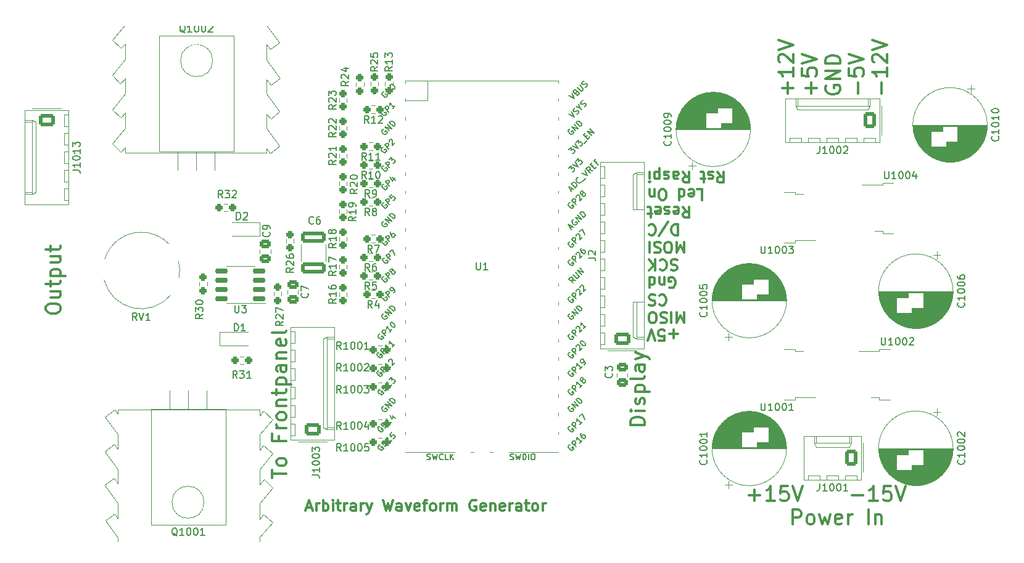
<source format=gto>
G04 #@! TF.GenerationSoftware,KiCad,Pcbnew,7.0.7*
G04 #@! TF.CreationDate,2023-12-01T19:11:22+01:00*
G04 #@! TF.ProjectId,AWG,4157472e-6b69-4636-9164-5f7063625858,rev?*
G04 #@! TF.SameCoordinates,Original*
G04 #@! TF.FileFunction,Legend,Top*
G04 #@! TF.FilePolarity,Positive*
%FSLAX46Y46*%
G04 Gerber Fmt 4.6, Leading zero omitted, Abs format (unit mm)*
G04 Created by KiCad (PCBNEW 7.0.7) date 2023-12-01 19:11:22*
%MOMM*%
%LPD*%
G01*
G04 APERTURE LIST*
G04 Aperture macros list*
%AMRoundRect*
0 Rectangle with rounded corners*
0 $1 Rounding radius*
0 $2 $3 $4 $5 $6 $7 $8 $9 X,Y pos of 4 corners*
0 Add a 4 corners polygon primitive as box body*
4,1,4,$2,$3,$4,$5,$6,$7,$8,$9,$2,$3,0*
0 Add four circle primitives for the rounded corners*
1,1,$1+$1,$2,$3*
1,1,$1+$1,$4,$5*
1,1,$1+$1,$6,$7*
1,1,$1+$1,$8,$9*
0 Add four rect primitives between the rounded corners*
20,1,$1+$1,$2,$3,$4,$5,0*
20,1,$1+$1,$4,$5,$6,$7,0*
20,1,$1+$1,$6,$7,$8,$9,0*
20,1,$1+$1,$8,$9,$2,$3,0*%
G04 Aperture macros list end*
%ADD10C,0.300000*%
%ADD11C,0.150000*%
%ADD12C,0.120000*%
%ADD13RoundRect,0.250000X-0.475000X0.337500X-0.475000X-0.337500X0.475000X-0.337500X0.475000X0.337500X0*%
%ADD14R,1.600000X1.600000*%
%ADD15C,1.600000*%
%ADD16RoundRect,0.249999X0.845001X-0.620001X0.845001X0.620001X-0.845001X0.620001X-0.845001X-0.620001X0*%
%ADD17O,2.190000X1.740000*%
%ADD18RoundRect,0.249999X0.620001X0.845001X-0.620001X0.845001X-0.620001X-0.845001X0.620001X-0.845001X0*%
%ADD19O,1.740000X2.190000*%
%ADD20O,3.500000X3.500000*%
%ADD21R,1.905000X2.000000*%
%ADD22O,1.905000X2.000000*%
%ADD23RoundRect,0.237500X0.250000X0.237500X-0.250000X0.237500X-0.250000X-0.237500X0.250000X-0.237500X0*%
%ADD24RoundRect,0.237500X0.237500X-0.250000X0.237500X0.250000X-0.237500X0.250000X-0.237500X-0.250000X0*%
%ADD25RoundRect,0.237500X-0.237500X0.250000X-0.237500X-0.250000X0.237500X-0.250000X0.237500X0.250000X0*%
%ADD26C,4.000000*%
%ADD27C,2.340000*%
%ADD28RoundRect,0.150000X0.725000X0.150000X-0.725000X0.150000X-0.725000X-0.150000X0.725000X-0.150000X0*%
%ADD29R,2.200000X1.200000*%
%ADD30R,6.400000X5.800000*%
%ADD31O,1.800000X1.800000*%
%ADD32O,1.500000X1.500000*%
%ADD33O,1.700000X1.700000*%
%ADD34R,3.500000X1.700000*%
%ADD35R,1.700000X1.700000*%
%ADD36R,1.700000X3.500000*%
%ADD37C,0.800000*%
%ADD38C,6.400000*%
%ADD39R,2.200000X1.500000*%
%ADD40RoundRect,0.249999X-0.845001X0.620001X-0.845001X-0.620001X0.845001X-0.620001X0.845001X0.620001X0*%
%ADD41RoundRect,0.237500X-0.250000X-0.237500X0.250000X-0.237500X0.250000X0.237500X-0.250000X0.237500X0*%
%ADD42RoundRect,0.249998X-1.450002X0.537502X-1.450002X-0.537502X1.450002X-0.537502X1.450002X0.537502X0*%
%ADD43R,4.000000X1.500000*%
G04 APERTURE END LIST*
D10*
X232611653Y-94360600D02*
X231468796Y-94360600D01*
X232040224Y-93789171D02*
X232040224Y-94932028D01*
X230040224Y-95289171D02*
X230754510Y-95289171D01*
X230754510Y-95289171D02*
X230825938Y-94574885D01*
X230825938Y-94574885D02*
X230754510Y-94646314D01*
X230754510Y-94646314D02*
X230611653Y-94717742D01*
X230611653Y-94717742D02*
X230254510Y-94717742D01*
X230254510Y-94717742D02*
X230111653Y-94646314D01*
X230111653Y-94646314D02*
X230040224Y-94574885D01*
X230040224Y-94574885D02*
X229968795Y-94432028D01*
X229968795Y-94432028D02*
X229968795Y-94074885D01*
X229968795Y-94074885D02*
X230040224Y-93932028D01*
X230040224Y-93932028D02*
X230111653Y-93860600D01*
X230111653Y-93860600D02*
X230254510Y-93789171D01*
X230254510Y-93789171D02*
X230611653Y-93789171D01*
X230611653Y-93789171D02*
X230754510Y-93860600D01*
X230754510Y-93860600D02*
X230825938Y-93932028D01*
X229540224Y-95289171D02*
X229040224Y-93789171D01*
X229040224Y-93789171D02*
X228540224Y-95289171D01*
X233468797Y-91374171D02*
X233468797Y-92874171D01*
X233468797Y-92874171D02*
X232968797Y-91802742D01*
X232968797Y-91802742D02*
X232468797Y-92874171D01*
X232468797Y-92874171D02*
X232468797Y-91374171D01*
X231754511Y-91374171D02*
X231754511Y-92874171D01*
X231111653Y-91445600D02*
X230897368Y-91374171D01*
X230897368Y-91374171D02*
X230540225Y-91374171D01*
X230540225Y-91374171D02*
X230397368Y-91445600D01*
X230397368Y-91445600D02*
X230325939Y-91517028D01*
X230325939Y-91517028D02*
X230254510Y-91659885D01*
X230254510Y-91659885D02*
X230254510Y-91802742D01*
X230254510Y-91802742D02*
X230325939Y-91945600D01*
X230325939Y-91945600D02*
X230397368Y-92017028D01*
X230397368Y-92017028D02*
X230540225Y-92088457D01*
X230540225Y-92088457D02*
X230825939Y-92159885D01*
X230825939Y-92159885D02*
X230968796Y-92231314D01*
X230968796Y-92231314D02*
X231040225Y-92302742D01*
X231040225Y-92302742D02*
X231111653Y-92445600D01*
X231111653Y-92445600D02*
X231111653Y-92588457D01*
X231111653Y-92588457D02*
X231040225Y-92731314D01*
X231040225Y-92731314D02*
X230968796Y-92802742D01*
X230968796Y-92802742D02*
X230825939Y-92874171D01*
X230825939Y-92874171D02*
X230468796Y-92874171D01*
X230468796Y-92874171D02*
X230254510Y-92802742D01*
X229325939Y-92874171D02*
X229040225Y-92874171D01*
X229040225Y-92874171D02*
X228897368Y-92802742D01*
X228897368Y-92802742D02*
X228754511Y-92659885D01*
X228754511Y-92659885D02*
X228683082Y-92374171D01*
X228683082Y-92374171D02*
X228683082Y-91874171D01*
X228683082Y-91874171D02*
X228754511Y-91588457D01*
X228754511Y-91588457D02*
X228897368Y-91445600D01*
X228897368Y-91445600D02*
X229040225Y-91374171D01*
X229040225Y-91374171D02*
X229325939Y-91374171D01*
X229325939Y-91374171D02*
X229468797Y-91445600D01*
X229468797Y-91445600D02*
X229611654Y-91588457D01*
X229611654Y-91588457D02*
X229683082Y-91874171D01*
X229683082Y-91874171D02*
X229683082Y-92374171D01*
X229683082Y-92374171D02*
X229611654Y-92659885D01*
X229611654Y-92659885D02*
X229468797Y-92802742D01*
X229468797Y-92802742D02*
X229325939Y-92874171D01*
X230111653Y-89102028D02*
X230183081Y-89030600D01*
X230183081Y-89030600D02*
X230397367Y-88959171D01*
X230397367Y-88959171D02*
X230540224Y-88959171D01*
X230540224Y-88959171D02*
X230754510Y-89030600D01*
X230754510Y-89030600D02*
X230897367Y-89173457D01*
X230897367Y-89173457D02*
X230968796Y-89316314D01*
X230968796Y-89316314D02*
X231040224Y-89602028D01*
X231040224Y-89602028D02*
X231040224Y-89816314D01*
X231040224Y-89816314D02*
X230968796Y-90102028D01*
X230968796Y-90102028D02*
X230897367Y-90244885D01*
X230897367Y-90244885D02*
X230754510Y-90387742D01*
X230754510Y-90387742D02*
X230540224Y-90459171D01*
X230540224Y-90459171D02*
X230397367Y-90459171D01*
X230397367Y-90459171D02*
X230183081Y-90387742D01*
X230183081Y-90387742D02*
X230111653Y-90316314D01*
X229540224Y-89030600D02*
X229325939Y-88959171D01*
X229325939Y-88959171D02*
X228968796Y-88959171D01*
X228968796Y-88959171D02*
X228825939Y-89030600D01*
X228825939Y-89030600D02*
X228754510Y-89102028D01*
X228754510Y-89102028D02*
X228683081Y-89244885D01*
X228683081Y-89244885D02*
X228683081Y-89387742D01*
X228683081Y-89387742D02*
X228754510Y-89530600D01*
X228754510Y-89530600D02*
X228825939Y-89602028D01*
X228825939Y-89602028D02*
X228968796Y-89673457D01*
X228968796Y-89673457D02*
X229254510Y-89744885D01*
X229254510Y-89744885D02*
X229397367Y-89816314D01*
X229397367Y-89816314D02*
X229468796Y-89887742D01*
X229468796Y-89887742D02*
X229540224Y-90030600D01*
X229540224Y-90030600D02*
X229540224Y-90173457D01*
X229540224Y-90173457D02*
X229468796Y-90316314D01*
X229468796Y-90316314D02*
X229397367Y-90387742D01*
X229397367Y-90387742D02*
X229254510Y-90459171D01*
X229254510Y-90459171D02*
X228897367Y-90459171D01*
X228897367Y-90459171D02*
X228683081Y-90387742D01*
X231468796Y-87972742D02*
X231611654Y-88044171D01*
X231611654Y-88044171D02*
X231825939Y-88044171D01*
X231825939Y-88044171D02*
X232040225Y-87972742D01*
X232040225Y-87972742D02*
X232183082Y-87829885D01*
X232183082Y-87829885D02*
X232254511Y-87687028D01*
X232254511Y-87687028D02*
X232325939Y-87401314D01*
X232325939Y-87401314D02*
X232325939Y-87187028D01*
X232325939Y-87187028D02*
X232254511Y-86901314D01*
X232254511Y-86901314D02*
X232183082Y-86758457D01*
X232183082Y-86758457D02*
X232040225Y-86615600D01*
X232040225Y-86615600D02*
X231825939Y-86544171D01*
X231825939Y-86544171D02*
X231683082Y-86544171D01*
X231683082Y-86544171D02*
X231468796Y-86615600D01*
X231468796Y-86615600D02*
X231397368Y-86687028D01*
X231397368Y-86687028D02*
X231397368Y-87187028D01*
X231397368Y-87187028D02*
X231683082Y-87187028D01*
X230754511Y-87544171D02*
X230754511Y-86544171D01*
X230754511Y-87401314D02*
X230683082Y-87472742D01*
X230683082Y-87472742D02*
X230540225Y-87544171D01*
X230540225Y-87544171D02*
X230325939Y-87544171D01*
X230325939Y-87544171D02*
X230183082Y-87472742D01*
X230183082Y-87472742D02*
X230111654Y-87329885D01*
X230111654Y-87329885D02*
X230111654Y-86544171D01*
X228754511Y-86544171D02*
X228754511Y-88044171D01*
X228754511Y-86615600D02*
X228897368Y-86544171D01*
X228897368Y-86544171D02*
X229183082Y-86544171D01*
X229183082Y-86544171D02*
X229325939Y-86615600D01*
X229325939Y-86615600D02*
X229397368Y-86687028D01*
X229397368Y-86687028D02*
X229468796Y-86829885D01*
X229468796Y-86829885D02*
X229468796Y-87258457D01*
X229468796Y-87258457D02*
X229397368Y-87401314D01*
X229397368Y-87401314D02*
X229325939Y-87472742D01*
X229325939Y-87472742D02*
X229183082Y-87544171D01*
X229183082Y-87544171D02*
X228897368Y-87544171D01*
X228897368Y-87544171D02*
X228754511Y-87472742D01*
X232540224Y-84200600D02*
X232325939Y-84129171D01*
X232325939Y-84129171D02*
X231968796Y-84129171D01*
X231968796Y-84129171D02*
X231825939Y-84200600D01*
X231825939Y-84200600D02*
X231754510Y-84272028D01*
X231754510Y-84272028D02*
X231683081Y-84414885D01*
X231683081Y-84414885D02*
X231683081Y-84557742D01*
X231683081Y-84557742D02*
X231754510Y-84700600D01*
X231754510Y-84700600D02*
X231825939Y-84772028D01*
X231825939Y-84772028D02*
X231968796Y-84843457D01*
X231968796Y-84843457D02*
X232254510Y-84914885D01*
X232254510Y-84914885D02*
X232397367Y-84986314D01*
X232397367Y-84986314D02*
X232468796Y-85057742D01*
X232468796Y-85057742D02*
X232540224Y-85200600D01*
X232540224Y-85200600D02*
X232540224Y-85343457D01*
X232540224Y-85343457D02*
X232468796Y-85486314D01*
X232468796Y-85486314D02*
X232397367Y-85557742D01*
X232397367Y-85557742D02*
X232254510Y-85629171D01*
X232254510Y-85629171D02*
X231897367Y-85629171D01*
X231897367Y-85629171D02*
X231683081Y-85557742D01*
X230183082Y-84272028D02*
X230254510Y-84200600D01*
X230254510Y-84200600D02*
X230468796Y-84129171D01*
X230468796Y-84129171D02*
X230611653Y-84129171D01*
X230611653Y-84129171D02*
X230825939Y-84200600D01*
X230825939Y-84200600D02*
X230968796Y-84343457D01*
X230968796Y-84343457D02*
X231040225Y-84486314D01*
X231040225Y-84486314D02*
X231111653Y-84772028D01*
X231111653Y-84772028D02*
X231111653Y-84986314D01*
X231111653Y-84986314D02*
X231040225Y-85272028D01*
X231040225Y-85272028D02*
X230968796Y-85414885D01*
X230968796Y-85414885D02*
X230825939Y-85557742D01*
X230825939Y-85557742D02*
X230611653Y-85629171D01*
X230611653Y-85629171D02*
X230468796Y-85629171D01*
X230468796Y-85629171D02*
X230254510Y-85557742D01*
X230254510Y-85557742D02*
X230183082Y-85486314D01*
X229540225Y-84129171D02*
X229540225Y-85629171D01*
X228683082Y-84129171D02*
X229325939Y-84986314D01*
X228683082Y-85629171D02*
X229540225Y-84772028D01*
X233468797Y-81714171D02*
X233468797Y-83214171D01*
X233468797Y-83214171D02*
X232968797Y-82142742D01*
X232968797Y-82142742D02*
X232468797Y-83214171D01*
X232468797Y-83214171D02*
X232468797Y-81714171D01*
X231468796Y-83214171D02*
X231183082Y-83214171D01*
X231183082Y-83214171D02*
X231040225Y-83142742D01*
X231040225Y-83142742D02*
X230897368Y-82999885D01*
X230897368Y-82999885D02*
X230825939Y-82714171D01*
X230825939Y-82714171D02*
X230825939Y-82214171D01*
X230825939Y-82214171D02*
X230897368Y-81928457D01*
X230897368Y-81928457D02*
X231040225Y-81785600D01*
X231040225Y-81785600D02*
X231183082Y-81714171D01*
X231183082Y-81714171D02*
X231468796Y-81714171D01*
X231468796Y-81714171D02*
X231611654Y-81785600D01*
X231611654Y-81785600D02*
X231754511Y-81928457D01*
X231754511Y-81928457D02*
X231825939Y-82214171D01*
X231825939Y-82214171D02*
X231825939Y-82714171D01*
X231825939Y-82714171D02*
X231754511Y-82999885D01*
X231754511Y-82999885D02*
X231611654Y-83142742D01*
X231611654Y-83142742D02*
X231468796Y-83214171D01*
X230254510Y-81785600D02*
X230040225Y-81714171D01*
X230040225Y-81714171D02*
X229683082Y-81714171D01*
X229683082Y-81714171D02*
X229540225Y-81785600D01*
X229540225Y-81785600D02*
X229468796Y-81857028D01*
X229468796Y-81857028D02*
X229397367Y-81999885D01*
X229397367Y-81999885D02*
X229397367Y-82142742D01*
X229397367Y-82142742D02*
X229468796Y-82285600D01*
X229468796Y-82285600D02*
X229540225Y-82357028D01*
X229540225Y-82357028D02*
X229683082Y-82428457D01*
X229683082Y-82428457D02*
X229968796Y-82499885D01*
X229968796Y-82499885D02*
X230111653Y-82571314D01*
X230111653Y-82571314D02*
X230183082Y-82642742D01*
X230183082Y-82642742D02*
X230254510Y-82785600D01*
X230254510Y-82785600D02*
X230254510Y-82928457D01*
X230254510Y-82928457D02*
X230183082Y-83071314D01*
X230183082Y-83071314D02*
X230111653Y-83142742D01*
X230111653Y-83142742D02*
X229968796Y-83214171D01*
X229968796Y-83214171D02*
X229611653Y-83214171D01*
X229611653Y-83214171D02*
X229397367Y-83142742D01*
X228754511Y-81714171D02*
X228754511Y-83214171D01*
X232611654Y-79299171D02*
X232611654Y-80799171D01*
X232611654Y-80799171D02*
X232254511Y-80799171D01*
X232254511Y-80799171D02*
X232040225Y-80727742D01*
X232040225Y-80727742D02*
X231897368Y-80584885D01*
X231897368Y-80584885D02*
X231825939Y-80442028D01*
X231825939Y-80442028D02*
X231754511Y-80156314D01*
X231754511Y-80156314D02*
X231754511Y-79942028D01*
X231754511Y-79942028D02*
X231825939Y-79656314D01*
X231825939Y-79656314D02*
X231897368Y-79513457D01*
X231897368Y-79513457D02*
X232040225Y-79370600D01*
X232040225Y-79370600D02*
X232254511Y-79299171D01*
X232254511Y-79299171D02*
X232611654Y-79299171D01*
X230040225Y-80870600D02*
X231325939Y-78942028D01*
X228683082Y-79442028D02*
X228754510Y-79370600D01*
X228754510Y-79370600D02*
X228968796Y-79299171D01*
X228968796Y-79299171D02*
X229111653Y-79299171D01*
X229111653Y-79299171D02*
X229325939Y-79370600D01*
X229325939Y-79370600D02*
X229468796Y-79513457D01*
X229468796Y-79513457D02*
X229540225Y-79656314D01*
X229540225Y-79656314D02*
X229611653Y-79942028D01*
X229611653Y-79942028D02*
X229611653Y-80156314D01*
X229611653Y-80156314D02*
X229540225Y-80442028D01*
X229540225Y-80442028D02*
X229468796Y-80584885D01*
X229468796Y-80584885D02*
X229325939Y-80727742D01*
X229325939Y-80727742D02*
X229111653Y-80799171D01*
X229111653Y-80799171D02*
X228968796Y-80799171D01*
X228968796Y-80799171D02*
X228754510Y-80727742D01*
X228754510Y-80727742D02*
X228683082Y-80656314D01*
X233325939Y-76884171D02*
X233825939Y-77598457D01*
X234183082Y-76884171D02*
X234183082Y-78384171D01*
X234183082Y-78384171D02*
X233611653Y-78384171D01*
X233611653Y-78384171D02*
X233468796Y-78312742D01*
X233468796Y-78312742D02*
X233397367Y-78241314D01*
X233397367Y-78241314D02*
X233325939Y-78098457D01*
X233325939Y-78098457D02*
X233325939Y-77884171D01*
X233325939Y-77884171D02*
X233397367Y-77741314D01*
X233397367Y-77741314D02*
X233468796Y-77669885D01*
X233468796Y-77669885D02*
X233611653Y-77598457D01*
X233611653Y-77598457D02*
X234183082Y-77598457D01*
X232111653Y-76955600D02*
X232254510Y-76884171D01*
X232254510Y-76884171D02*
X232540225Y-76884171D01*
X232540225Y-76884171D02*
X232683082Y-76955600D01*
X232683082Y-76955600D02*
X232754510Y-77098457D01*
X232754510Y-77098457D02*
X232754510Y-77669885D01*
X232754510Y-77669885D02*
X232683082Y-77812742D01*
X232683082Y-77812742D02*
X232540225Y-77884171D01*
X232540225Y-77884171D02*
X232254510Y-77884171D01*
X232254510Y-77884171D02*
X232111653Y-77812742D01*
X232111653Y-77812742D02*
X232040225Y-77669885D01*
X232040225Y-77669885D02*
X232040225Y-77527028D01*
X232040225Y-77527028D02*
X232754510Y-77384171D01*
X231468796Y-76955600D02*
X231325939Y-76884171D01*
X231325939Y-76884171D02*
X231040225Y-76884171D01*
X231040225Y-76884171D02*
X230897368Y-76955600D01*
X230897368Y-76955600D02*
X230825939Y-77098457D01*
X230825939Y-77098457D02*
X230825939Y-77169885D01*
X230825939Y-77169885D02*
X230897368Y-77312742D01*
X230897368Y-77312742D02*
X231040225Y-77384171D01*
X231040225Y-77384171D02*
X231254511Y-77384171D01*
X231254511Y-77384171D02*
X231397368Y-77455600D01*
X231397368Y-77455600D02*
X231468796Y-77598457D01*
X231468796Y-77598457D02*
X231468796Y-77669885D01*
X231468796Y-77669885D02*
X231397368Y-77812742D01*
X231397368Y-77812742D02*
X231254511Y-77884171D01*
X231254511Y-77884171D02*
X231040225Y-77884171D01*
X231040225Y-77884171D02*
X230897368Y-77812742D01*
X229611653Y-76955600D02*
X229754510Y-76884171D01*
X229754510Y-76884171D02*
X230040225Y-76884171D01*
X230040225Y-76884171D02*
X230183082Y-76955600D01*
X230183082Y-76955600D02*
X230254510Y-77098457D01*
X230254510Y-77098457D02*
X230254510Y-77669885D01*
X230254510Y-77669885D02*
X230183082Y-77812742D01*
X230183082Y-77812742D02*
X230040225Y-77884171D01*
X230040225Y-77884171D02*
X229754510Y-77884171D01*
X229754510Y-77884171D02*
X229611653Y-77812742D01*
X229611653Y-77812742D02*
X229540225Y-77669885D01*
X229540225Y-77669885D02*
X229540225Y-77527028D01*
X229540225Y-77527028D02*
X230254510Y-77384171D01*
X229111653Y-77884171D02*
X228540225Y-77884171D01*
X228897368Y-78384171D02*
X228897368Y-77098457D01*
X228897368Y-77098457D02*
X228825939Y-76955600D01*
X228825939Y-76955600D02*
X228683082Y-76884171D01*
X228683082Y-76884171D02*
X228540225Y-76884171D01*
X235254511Y-74469171D02*
X235968797Y-74469171D01*
X235968797Y-74469171D02*
X235968797Y-75969171D01*
X234183082Y-74540600D02*
X234325939Y-74469171D01*
X234325939Y-74469171D02*
X234611654Y-74469171D01*
X234611654Y-74469171D02*
X234754511Y-74540600D01*
X234754511Y-74540600D02*
X234825939Y-74683457D01*
X234825939Y-74683457D02*
X234825939Y-75254885D01*
X234825939Y-75254885D02*
X234754511Y-75397742D01*
X234754511Y-75397742D02*
X234611654Y-75469171D01*
X234611654Y-75469171D02*
X234325939Y-75469171D01*
X234325939Y-75469171D02*
X234183082Y-75397742D01*
X234183082Y-75397742D02*
X234111654Y-75254885D01*
X234111654Y-75254885D02*
X234111654Y-75112028D01*
X234111654Y-75112028D02*
X234825939Y-74969171D01*
X232825940Y-74469171D02*
X232825940Y-75969171D01*
X232825940Y-74540600D02*
X232968797Y-74469171D01*
X232968797Y-74469171D02*
X233254511Y-74469171D01*
X233254511Y-74469171D02*
X233397368Y-74540600D01*
X233397368Y-74540600D02*
X233468797Y-74612028D01*
X233468797Y-74612028D02*
X233540225Y-74754885D01*
X233540225Y-74754885D02*
X233540225Y-75183457D01*
X233540225Y-75183457D02*
X233468797Y-75326314D01*
X233468797Y-75326314D02*
X233397368Y-75397742D01*
X233397368Y-75397742D02*
X233254511Y-75469171D01*
X233254511Y-75469171D02*
X232968797Y-75469171D01*
X232968797Y-75469171D02*
X232825940Y-75397742D01*
X230683082Y-75969171D02*
X230397368Y-75969171D01*
X230397368Y-75969171D02*
X230254511Y-75897742D01*
X230254511Y-75897742D02*
X230111654Y-75754885D01*
X230111654Y-75754885D02*
X230040225Y-75469171D01*
X230040225Y-75469171D02*
X230040225Y-74969171D01*
X230040225Y-74969171D02*
X230111654Y-74683457D01*
X230111654Y-74683457D02*
X230254511Y-74540600D01*
X230254511Y-74540600D02*
X230397368Y-74469171D01*
X230397368Y-74469171D02*
X230683082Y-74469171D01*
X230683082Y-74469171D02*
X230825940Y-74540600D01*
X230825940Y-74540600D02*
X230968797Y-74683457D01*
X230968797Y-74683457D02*
X231040225Y-74969171D01*
X231040225Y-74969171D02*
X231040225Y-75469171D01*
X231040225Y-75469171D02*
X230968797Y-75754885D01*
X230968797Y-75754885D02*
X230825940Y-75897742D01*
X230825940Y-75897742D02*
X230683082Y-75969171D01*
X229397368Y-75469171D02*
X229397368Y-74469171D01*
X229397368Y-75326314D02*
X229325939Y-75397742D01*
X229325939Y-75397742D02*
X229183082Y-75469171D01*
X229183082Y-75469171D02*
X228968796Y-75469171D01*
X228968796Y-75469171D02*
X228825939Y-75397742D01*
X228825939Y-75397742D02*
X228754511Y-75254885D01*
X228754511Y-75254885D02*
X228754511Y-74469171D01*
X238040226Y-72054171D02*
X238540226Y-72768457D01*
X238897369Y-72054171D02*
X238897369Y-73554171D01*
X238897369Y-73554171D02*
X238325940Y-73554171D01*
X238325940Y-73554171D02*
X238183083Y-73482742D01*
X238183083Y-73482742D02*
X238111654Y-73411314D01*
X238111654Y-73411314D02*
X238040226Y-73268457D01*
X238040226Y-73268457D02*
X238040226Y-73054171D01*
X238040226Y-73054171D02*
X238111654Y-72911314D01*
X238111654Y-72911314D02*
X238183083Y-72839885D01*
X238183083Y-72839885D02*
X238325940Y-72768457D01*
X238325940Y-72768457D02*
X238897369Y-72768457D01*
X237468797Y-72125600D02*
X237325940Y-72054171D01*
X237325940Y-72054171D02*
X237040226Y-72054171D01*
X237040226Y-72054171D02*
X236897369Y-72125600D01*
X236897369Y-72125600D02*
X236825940Y-72268457D01*
X236825940Y-72268457D02*
X236825940Y-72339885D01*
X236825940Y-72339885D02*
X236897369Y-72482742D01*
X236897369Y-72482742D02*
X237040226Y-72554171D01*
X237040226Y-72554171D02*
X237254512Y-72554171D01*
X237254512Y-72554171D02*
X237397369Y-72625600D01*
X237397369Y-72625600D02*
X237468797Y-72768457D01*
X237468797Y-72768457D02*
X237468797Y-72839885D01*
X237468797Y-72839885D02*
X237397369Y-72982742D01*
X237397369Y-72982742D02*
X237254512Y-73054171D01*
X237254512Y-73054171D02*
X237040226Y-73054171D01*
X237040226Y-73054171D02*
X236897369Y-72982742D01*
X236397368Y-73054171D02*
X235825940Y-73054171D01*
X236183083Y-73554171D02*
X236183083Y-72268457D01*
X236183083Y-72268457D02*
X236111654Y-72125600D01*
X236111654Y-72125600D02*
X235968797Y-72054171D01*
X235968797Y-72054171D02*
X235825940Y-72054171D01*
X233325940Y-72054171D02*
X233825940Y-72768457D01*
X234183083Y-72054171D02*
X234183083Y-73554171D01*
X234183083Y-73554171D02*
X233611654Y-73554171D01*
X233611654Y-73554171D02*
X233468797Y-73482742D01*
X233468797Y-73482742D02*
X233397368Y-73411314D01*
X233397368Y-73411314D02*
X233325940Y-73268457D01*
X233325940Y-73268457D02*
X233325940Y-73054171D01*
X233325940Y-73054171D02*
X233397368Y-72911314D01*
X233397368Y-72911314D02*
X233468797Y-72839885D01*
X233468797Y-72839885D02*
X233611654Y-72768457D01*
X233611654Y-72768457D02*
X234183083Y-72768457D01*
X232040226Y-72054171D02*
X232040226Y-72839885D01*
X232040226Y-72839885D02*
X232111654Y-72982742D01*
X232111654Y-72982742D02*
X232254511Y-73054171D01*
X232254511Y-73054171D02*
X232540226Y-73054171D01*
X232540226Y-73054171D02*
X232683083Y-72982742D01*
X232040226Y-72125600D02*
X232183083Y-72054171D01*
X232183083Y-72054171D02*
X232540226Y-72054171D01*
X232540226Y-72054171D02*
X232683083Y-72125600D01*
X232683083Y-72125600D02*
X232754511Y-72268457D01*
X232754511Y-72268457D02*
X232754511Y-72411314D01*
X232754511Y-72411314D02*
X232683083Y-72554171D01*
X232683083Y-72554171D02*
X232540226Y-72625600D01*
X232540226Y-72625600D02*
X232183083Y-72625600D01*
X232183083Y-72625600D02*
X232040226Y-72697028D01*
X231397368Y-72125600D02*
X231254511Y-72054171D01*
X231254511Y-72054171D02*
X230968797Y-72054171D01*
X230968797Y-72054171D02*
X230825940Y-72125600D01*
X230825940Y-72125600D02*
X230754511Y-72268457D01*
X230754511Y-72268457D02*
X230754511Y-72339885D01*
X230754511Y-72339885D02*
X230825940Y-72482742D01*
X230825940Y-72482742D02*
X230968797Y-72554171D01*
X230968797Y-72554171D02*
X231183083Y-72554171D01*
X231183083Y-72554171D02*
X231325940Y-72625600D01*
X231325940Y-72625600D02*
X231397368Y-72768457D01*
X231397368Y-72768457D02*
X231397368Y-72839885D01*
X231397368Y-72839885D02*
X231325940Y-72982742D01*
X231325940Y-72982742D02*
X231183083Y-73054171D01*
X231183083Y-73054171D02*
X230968797Y-73054171D01*
X230968797Y-73054171D02*
X230825940Y-72982742D01*
X230111654Y-73054171D02*
X230111654Y-71554171D01*
X230111654Y-72982742D02*
X229968797Y-73054171D01*
X229968797Y-73054171D02*
X229683082Y-73054171D01*
X229683082Y-73054171D02*
X229540225Y-72982742D01*
X229540225Y-72982742D02*
X229468797Y-72911314D01*
X229468797Y-72911314D02*
X229397368Y-72768457D01*
X229397368Y-72768457D02*
X229397368Y-72339885D01*
X229397368Y-72339885D02*
X229468797Y-72197028D01*
X229468797Y-72197028D02*
X229540225Y-72125600D01*
X229540225Y-72125600D02*
X229683082Y-72054171D01*
X229683082Y-72054171D02*
X229968797Y-72054171D01*
X229968797Y-72054171D02*
X230111654Y-72125600D01*
X228754511Y-72054171D02*
X228754511Y-73054171D01*
X228754511Y-73554171D02*
X228825939Y-73482742D01*
X228825939Y-73482742D02*
X228754511Y-73411314D01*
X228754511Y-73411314D02*
X228683082Y-73482742D01*
X228683082Y-73482742D02*
X228754511Y-73554171D01*
X228754511Y-73554171D02*
X228754511Y-73411314D01*
X145909638Y-91047619D02*
X145909638Y-90666666D01*
X145909638Y-90666666D02*
X146004876Y-90476190D01*
X146004876Y-90476190D02*
X146195352Y-90285714D01*
X146195352Y-90285714D02*
X146576304Y-90190476D01*
X146576304Y-90190476D02*
X147242971Y-90190476D01*
X147242971Y-90190476D02*
X147623923Y-90285714D01*
X147623923Y-90285714D02*
X147814400Y-90476190D01*
X147814400Y-90476190D02*
X147909638Y-90666666D01*
X147909638Y-90666666D02*
X147909638Y-91047619D01*
X147909638Y-91047619D02*
X147814400Y-91238095D01*
X147814400Y-91238095D02*
X147623923Y-91428571D01*
X147623923Y-91428571D02*
X147242971Y-91523809D01*
X147242971Y-91523809D02*
X146576304Y-91523809D01*
X146576304Y-91523809D02*
X146195352Y-91428571D01*
X146195352Y-91428571D02*
X146004876Y-91238095D01*
X146004876Y-91238095D02*
X145909638Y-91047619D01*
X146576304Y-88476190D02*
X147909638Y-88476190D01*
X146576304Y-89333333D02*
X147623923Y-89333333D01*
X147623923Y-89333333D02*
X147814400Y-89238095D01*
X147814400Y-89238095D02*
X147909638Y-89047619D01*
X147909638Y-89047619D02*
X147909638Y-88761904D01*
X147909638Y-88761904D02*
X147814400Y-88571428D01*
X147814400Y-88571428D02*
X147719161Y-88476190D01*
X146576304Y-87809523D02*
X146576304Y-87047619D01*
X145909638Y-87523809D02*
X147623923Y-87523809D01*
X147623923Y-87523809D02*
X147814400Y-87428571D01*
X147814400Y-87428571D02*
X147909638Y-87238095D01*
X147909638Y-87238095D02*
X147909638Y-87047619D01*
X146576304Y-86380952D02*
X148576304Y-86380952D01*
X146671542Y-86380952D02*
X146576304Y-86190476D01*
X146576304Y-86190476D02*
X146576304Y-85809523D01*
X146576304Y-85809523D02*
X146671542Y-85619047D01*
X146671542Y-85619047D02*
X146766780Y-85523809D01*
X146766780Y-85523809D02*
X146957257Y-85428571D01*
X146957257Y-85428571D02*
X147528685Y-85428571D01*
X147528685Y-85428571D02*
X147719161Y-85523809D01*
X147719161Y-85523809D02*
X147814400Y-85619047D01*
X147814400Y-85619047D02*
X147909638Y-85809523D01*
X147909638Y-85809523D02*
X147909638Y-86190476D01*
X147909638Y-86190476D02*
X147814400Y-86380952D01*
X146576304Y-83714285D02*
X147909638Y-83714285D01*
X146576304Y-84571428D02*
X147623923Y-84571428D01*
X147623923Y-84571428D02*
X147814400Y-84476190D01*
X147814400Y-84476190D02*
X147909638Y-84285714D01*
X147909638Y-84285714D02*
X147909638Y-83999999D01*
X147909638Y-83999999D02*
X147814400Y-83809523D01*
X147814400Y-83809523D02*
X147719161Y-83714285D01*
X146576304Y-83047618D02*
X146576304Y-82285714D01*
X145909638Y-82761904D02*
X147623923Y-82761904D01*
X147623923Y-82761904D02*
X147814400Y-82666666D01*
X147814400Y-82666666D02*
X147909638Y-82476190D01*
X147909638Y-82476190D02*
X147909638Y-82285714D01*
X228109638Y-106904762D02*
X226109638Y-106904762D01*
X226109638Y-106904762D02*
X226109638Y-106428572D01*
X226109638Y-106428572D02*
X226204876Y-106142857D01*
X226204876Y-106142857D02*
X226395352Y-105952381D01*
X226395352Y-105952381D02*
X226585828Y-105857143D01*
X226585828Y-105857143D02*
X226966780Y-105761905D01*
X226966780Y-105761905D02*
X227252495Y-105761905D01*
X227252495Y-105761905D02*
X227633447Y-105857143D01*
X227633447Y-105857143D02*
X227823923Y-105952381D01*
X227823923Y-105952381D02*
X228014400Y-106142857D01*
X228014400Y-106142857D02*
X228109638Y-106428572D01*
X228109638Y-106428572D02*
X228109638Y-106904762D01*
X228109638Y-104904762D02*
X226776304Y-104904762D01*
X226109638Y-104904762D02*
X226204876Y-105000000D01*
X226204876Y-105000000D02*
X226300114Y-104904762D01*
X226300114Y-104904762D02*
X226204876Y-104809524D01*
X226204876Y-104809524D02*
X226109638Y-104904762D01*
X226109638Y-104904762D02*
X226300114Y-104904762D01*
X228014400Y-104047619D02*
X228109638Y-103857143D01*
X228109638Y-103857143D02*
X228109638Y-103476191D01*
X228109638Y-103476191D02*
X228014400Y-103285714D01*
X228014400Y-103285714D02*
X227823923Y-103190476D01*
X227823923Y-103190476D02*
X227728685Y-103190476D01*
X227728685Y-103190476D02*
X227538209Y-103285714D01*
X227538209Y-103285714D02*
X227442971Y-103476191D01*
X227442971Y-103476191D02*
X227442971Y-103761905D01*
X227442971Y-103761905D02*
X227347733Y-103952381D01*
X227347733Y-103952381D02*
X227157257Y-104047619D01*
X227157257Y-104047619D02*
X227062019Y-104047619D01*
X227062019Y-104047619D02*
X226871542Y-103952381D01*
X226871542Y-103952381D02*
X226776304Y-103761905D01*
X226776304Y-103761905D02*
X226776304Y-103476191D01*
X226776304Y-103476191D02*
X226871542Y-103285714D01*
X226776304Y-102333333D02*
X228776304Y-102333333D01*
X226871542Y-102333333D02*
X226776304Y-102142857D01*
X226776304Y-102142857D02*
X226776304Y-101761904D01*
X226776304Y-101761904D02*
X226871542Y-101571428D01*
X226871542Y-101571428D02*
X226966780Y-101476190D01*
X226966780Y-101476190D02*
X227157257Y-101380952D01*
X227157257Y-101380952D02*
X227728685Y-101380952D01*
X227728685Y-101380952D02*
X227919161Y-101476190D01*
X227919161Y-101476190D02*
X228014400Y-101571428D01*
X228014400Y-101571428D02*
X228109638Y-101761904D01*
X228109638Y-101761904D02*
X228109638Y-102142857D01*
X228109638Y-102142857D02*
X228014400Y-102333333D01*
X228109638Y-100238095D02*
X228014400Y-100428571D01*
X228014400Y-100428571D02*
X227823923Y-100523809D01*
X227823923Y-100523809D02*
X226109638Y-100523809D01*
X228109638Y-98619047D02*
X227062019Y-98619047D01*
X227062019Y-98619047D02*
X226871542Y-98714285D01*
X226871542Y-98714285D02*
X226776304Y-98904761D01*
X226776304Y-98904761D02*
X226776304Y-99285714D01*
X226776304Y-99285714D02*
X226871542Y-99476190D01*
X228014400Y-98619047D02*
X228109638Y-98809523D01*
X228109638Y-98809523D02*
X228109638Y-99285714D01*
X228109638Y-99285714D02*
X228014400Y-99476190D01*
X228014400Y-99476190D02*
X227823923Y-99571428D01*
X227823923Y-99571428D02*
X227633447Y-99571428D01*
X227633447Y-99571428D02*
X227442971Y-99476190D01*
X227442971Y-99476190D02*
X227347733Y-99285714D01*
X227347733Y-99285714D02*
X227347733Y-98809523D01*
X227347733Y-98809523D02*
X227252495Y-98619047D01*
X226776304Y-97857142D02*
X228109638Y-97380952D01*
X226776304Y-96904761D02*
X228109638Y-97380952D01*
X228109638Y-97380952D02*
X228585828Y-97571428D01*
X228585828Y-97571428D02*
X228681066Y-97666666D01*
X228681066Y-97666666D02*
X228776304Y-97857142D01*
X176909638Y-114190476D02*
X176909638Y-113047619D01*
X178909638Y-113619048D02*
X176909638Y-113619048D01*
X178909638Y-112095238D02*
X178814400Y-112285714D01*
X178814400Y-112285714D02*
X178719161Y-112380952D01*
X178719161Y-112380952D02*
X178528685Y-112476190D01*
X178528685Y-112476190D02*
X177957257Y-112476190D01*
X177957257Y-112476190D02*
X177766780Y-112380952D01*
X177766780Y-112380952D02*
X177671542Y-112285714D01*
X177671542Y-112285714D02*
X177576304Y-112095238D01*
X177576304Y-112095238D02*
X177576304Y-111809523D01*
X177576304Y-111809523D02*
X177671542Y-111619047D01*
X177671542Y-111619047D02*
X177766780Y-111523809D01*
X177766780Y-111523809D02*
X177957257Y-111428571D01*
X177957257Y-111428571D02*
X178528685Y-111428571D01*
X178528685Y-111428571D02*
X178719161Y-111523809D01*
X178719161Y-111523809D02*
X178814400Y-111619047D01*
X178814400Y-111619047D02*
X178909638Y-111809523D01*
X178909638Y-111809523D02*
X178909638Y-112095238D01*
X177862019Y-108380951D02*
X177862019Y-109047618D01*
X178909638Y-109047618D02*
X176909638Y-109047618D01*
X176909638Y-109047618D02*
X176909638Y-108095237D01*
X178909638Y-107333332D02*
X177576304Y-107333332D01*
X177957257Y-107333332D02*
X177766780Y-107238094D01*
X177766780Y-107238094D02*
X177671542Y-107142856D01*
X177671542Y-107142856D02*
X177576304Y-106952380D01*
X177576304Y-106952380D02*
X177576304Y-106761903D01*
X178909638Y-105809523D02*
X178814400Y-105999999D01*
X178814400Y-105999999D02*
X178719161Y-106095237D01*
X178719161Y-106095237D02*
X178528685Y-106190475D01*
X178528685Y-106190475D02*
X177957257Y-106190475D01*
X177957257Y-106190475D02*
X177766780Y-106095237D01*
X177766780Y-106095237D02*
X177671542Y-105999999D01*
X177671542Y-105999999D02*
X177576304Y-105809523D01*
X177576304Y-105809523D02*
X177576304Y-105523808D01*
X177576304Y-105523808D02*
X177671542Y-105333332D01*
X177671542Y-105333332D02*
X177766780Y-105238094D01*
X177766780Y-105238094D02*
X177957257Y-105142856D01*
X177957257Y-105142856D02*
X178528685Y-105142856D01*
X178528685Y-105142856D02*
X178719161Y-105238094D01*
X178719161Y-105238094D02*
X178814400Y-105333332D01*
X178814400Y-105333332D02*
X178909638Y-105523808D01*
X178909638Y-105523808D02*
X178909638Y-105809523D01*
X177576304Y-104285713D02*
X178909638Y-104285713D01*
X177766780Y-104285713D02*
X177671542Y-104190475D01*
X177671542Y-104190475D02*
X177576304Y-103999999D01*
X177576304Y-103999999D02*
X177576304Y-103714284D01*
X177576304Y-103714284D02*
X177671542Y-103523808D01*
X177671542Y-103523808D02*
X177862019Y-103428570D01*
X177862019Y-103428570D02*
X178909638Y-103428570D01*
X177576304Y-102761903D02*
X177576304Y-101999999D01*
X176909638Y-102476189D02*
X178623923Y-102476189D01*
X178623923Y-102476189D02*
X178814400Y-102380951D01*
X178814400Y-102380951D02*
X178909638Y-102190475D01*
X178909638Y-102190475D02*
X178909638Y-101999999D01*
X177576304Y-101333332D02*
X179576304Y-101333332D01*
X177671542Y-101333332D02*
X177576304Y-101142856D01*
X177576304Y-101142856D02*
X177576304Y-100761903D01*
X177576304Y-100761903D02*
X177671542Y-100571427D01*
X177671542Y-100571427D02*
X177766780Y-100476189D01*
X177766780Y-100476189D02*
X177957257Y-100380951D01*
X177957257Y-100380951D02*
X178528685Y-100380951D01*
X178528685Y-100380951D02*
X178719161Y-100476189D01*
X178719161Y-100476189D02*
X178814400Y-100571427D01*
X178814400Y-100571427D02*
X178909638Y-100761903D01*
X178909638Y-100761903D02*
X178909638Y-101142856D01*
X178909638Y-101142856D02*
X178814400Y-101333332D01*
X178909638Y-98666665D02*
X177862019Y-98666665D01*
X177862019Y-98666665D02*
X177671542Y-98761903D01*
X177671542Y-98761903D02*
X177576304Y-98952379D01*
X177576304Y-98952379D02*
X177576304Y-99333332D01*
X177576304Y-99333332D02*
X177671542Y-99523808D01*
X178814400Y-98666665D02*
X178909638Y-98857141D01*
X178909638Y-98857141D02*
X178909638Y-99333332D01*
X178909638Y-99333332D02*
X178814400Y-99523808D01*
X178814400Y-99523808D02*
X178623923Y-99619046D01*
X178623923Y-99619046D02*
X178433447Y-99619046D01*
X178433447Y-99619046D02*
X178242971Y-99523808D01*
X178242971Y-99523808D02*
X178147733Y-99333332D01*
X178147733Y-99333332D02*
X178147733Y-98857141D01*
X178147733Y-98857141D02*
X178052495Y-98666665D01*
X177576304Y-97714284D02*
X178909638Y-97714284D01*
X177766780Y-97714284D02*
X177671542Y-97619046D01*
X177671542Y-97619046D02*
X177576304Y-97428570D01*
X177576304Y-97428570D02*
X177576304Y-97142855D01*
X177576304Y-97142855D02*
X177671542Y-96952379D01*
X177671542Y-96952379D02*
X177862019Y-96857141D01*
X177862019Y-96857141D02*
X178909638Y-96857141D01*
X178814400Y-95142855D02*
X178909638Y-95333331D01*
X178909638Y-95333331D02*
X178909638Y-95714284D01*
X178909638Y-95714284D02*
X178814400Y-95904760D01*
X178814400Y-95904760D02*
X178623923Y-95999998D01*
X178623923Y-95999998D02*
X177862019Y-95999998D01*
X177862019Y-95999998D02*
X177671542Y-95904760D01*
X177671542Y-95904760D02*
X177576304Y-95714284D01*
X177576304Y-95714284D02*
X177576304Y-95333331D01*
X177576304Y-95333331D02*
X177671542Y-95142855D01*
X177671542Y-95142855D02*
X177862019Y-95047617D01*
X177862019Y-95047617D02*
X178052495Y-95047617D01*
X178052495Y-95047617D02*
X178242971Y-95999998D01*
X178909638Y-93904760D02*
X178814400Y-94095236D01*
X178814400Y-94095236D02*
X178623923Y-94190474D01*
X178623923Y-94190474D02*
X176909638Y-94190474D01*
X242428570Y-116537733D02*
X243952380Y-116537733D01*
X243190475Y-117299638D02*
X243190475Y-115775828D01*
X245952379Y-117299638D02*
X244809522Y-117299638D01*
X245380950Y-117299638D02*
X245380950Y-115299638D01*
X245380950Y-115299638D02*
X245190474Y-115585352D01*
X245190474Y-115585352D02*
X244999998Y-115775828D01*
X244999998Y-115775828D02*
X244809522Y-115871066D01*
X247761903Y-115299638D02*
X246809522Y-115299638D01*
X246809522Y-115299638D02*
X246714284Y-116252019D01*
X246714284Y-116252019D02*
X246809522Y-116156780D01*
X246809522Y-116156780D02*
X246999998Y-116061542D01*
X246999998Y-116061542D02*
X247476189Y-116061542D01*
X247476189Y-116061542D02*
X247666665Y-116156780D01*
X247666665Y-116156780D02*
X247761903Y-116252019D01*
X247761903Y-116252019D02*
X247857141Y-116442495D01*
X247857141Y-116442495D02*
X247857141Y-116918685D01*
X247857141Y-116918685D02*
X247761903Y-117109161D01*
X247761903Y-117109161D02*
X247666665Y-117204400D01*
X247666665Y-117204400D02*
X247476189Y-117299638D01*
X247476189Y-117299638D02*
X246999998Y-117299638D01*
X246999998Y-117299638D02*
X246809522Y-117204400D01*
X246809522Y-117204400D02*
X246714284Y-117109161D01*
X248428570Y-115299638D02*
X249095236Y-117299638D01*
X249095236Y-117299638D02*
X249761903Y-115299638D01*
X256523810Y-116537733D02*
X258047620Y-116537733D01*
X260047619Y-117299638D02*
X258904762Y-117299638D01*
X259476190Y-117299638D02*
X259476190Y-115299638D01*
X259476190Y-115299638D02*
X259285714Y-115585352D01*
X259285714Y-115585352D02*
X259095238Y-115775828D01*
X259095238Y-115775828D02*
X258904762Y-115871066D01*
X261857143Y-115299638D02*
X260904762Y-115299638D01*
X260904762Y-115299638D02*
X260809524Y-116252019D01*
X260809524Y-116252019D02*
X260904762Y-116156780D01*
X260904762Y-116156780D02*
X261095238Y-116061542D01*
X261095238Y-116061542D02*
X261571429Y-116061542D01*
X261571429Y-116061542D02*
X261761905Y-116156780D01*
X261761905Y-116156780D02*
X261857143Y-116252019D01*
X261857143Y-116252019D02*
X261952381Y-116442495D01*
X261952381Y-116442495D02*
X261952381Y-116918685D01*
X261952381Y-116918685D02*
X261857143Y-117109161D01*
X261857143Y-117109161D02*
X261761905Y-117204400D01*
X261761905Y-117204400D02*
X261571429Y-117299638D01*
X261571429Y-117299638D02*
X261095238Y-117299638D01*
X261095238Y-117299638D02*
X260904762Y-117204400D01*
X260904762Y-117204400D02*
X260809524Y-117109161D01*
X262523810Y-115299638D02*
X263190476Y-117299638D01*
X263190476Y-117299638D02*
X263857143Y-115299638D01*
X248428571Y-120519638D02*
X248428571Y-118519638D01*
X248428571Y-118519638D02*
X249190476Y-118519638D01*
X249190476Y-118519638D02*
X249380952Y-118614876D01*
X249380952Y-118614876D02*
X249476190Y-118710114D01*
X249476190Y-118710114D02*
X249571428Y-118900590D01*
X249571428Y-118900590D02*
X249571428Y-119186304D01*
X249571428Y-119186304D02*
X249476190Y-119376780D01*
X249476190Y-119376780D02*
X249380952Y-119472019D01*
X249380952Y-119472019D02*
X249190476Y-119567257D01*
X249190476Y-119567257D02*
X248428571Y-119567257D01*
X250714285Y-120519638D02*
X250523809Y-120424400D01*
X250523809Y-120424400D02*
X250428571Y-120329161D01*
X250428571Y-120329161D02*
X250333333Y-120138685D01*
X250333333Y-120138685D02*
X250333333Y-119567257D01*
X250333333Y-119567257D02*
X250428571Y-119376780D01*
X250428571Y-119376780D02*
X250523809Y-119281542D01*
X250523809Y-119281542D02*
X250714285Y-119186304D01*
X250714285Y-119186304D02*
X251000000Y-119186304D01*
X251000000Y-119186304D02*
X251190476Y-119281542D01*
X251190476Y-119281542D02*
X251285714Y-119376780D01*
X251285714Y-119376780D02*
X251380952Y-119567257D01*
X251380952Y-119567257D02*
X251380952Y-120138685D01*
X251380952Y-120138685D02*
X251285714Y-120329161D01*
X251285714Y-120329161D02*
X251190476Y-120424400D01*
X251190476Y-120424400D02*
X251000000Y-120519638D01*
X251000000Y-120519638D02*
X250714285Y-120519638D01*
X252047619Y-119186304D02*
X252428571Y-120519638D01*
X252428571Y-120519638D02*
X252809524Y-119567257D01*
X252809524Y-119567257D02*
X253190476Y-120519638D01*
X253190476Y-120519638D02*
X253571428Y-119186304D01*
X255095238Y-120424400D02*
X254904762Y-120519638D01*
X254904762Y-120519638D02*
X254523809Y-120519638D01*
X254523809Y-120519638D02*
X254333333Y-120424400D01*
X254333333Y-120424400D02*
X254238095Y-120233923D01*
X254238095Y-120233923D02*
X254238095Y-119472019D01*
X254238095Y-119472019D02*
X254333333Y-119281542D01*
X254333333Y-119281542D02*
X254523809Y-119186304D01*
X254523809Y-119186304D02*
X254904762Y-119186304D01*
X254904762Y-119186304D02*
X255095238Y-119281542D01*
X255095238Y-119281542D02*
X255190476Y-119472019D01*
X255190476Y-119472019D02*
X255190476Y-119662495D01*
X255190476Y-119662495D02*
X254238095Y-119852971D01*
X256047619Y-120519638D02*
X256047619Y-119186304D01*
X256047619Y-119567257D02*
X256142857Y-119376780D01*
X256142857Y-119376780D02*
X256238095Y-119281542D01*
X256238095Y-119281542D02*
X256428571Y-119186304D01*
X256428571Y-119186304D02*
X256619048Y-119186304D01*
X258809524Y-120519638D02*
X258809524Y-118519638D01*
X259761905Y-119186304D02*
X259761905Y-120519638D01*
X259761905Y-119376780D02*
X259857143Y-119281542D01*
X259857143Y-119281542D02*
X260047619Y-119186304D01*
X260047619Y-119186304D02*
X260333334Y-119186304D01*
X260333334Y-119186304D02*
X260523810Y-119281542D01*
X260523810Y-119281542D02*
X260619048Y-119472019D01*
X260619048Y-119472019D02*
X260619048Y-120519638D01*
X181642858Y-118249757D02*
X182357144Y-118249757D01*
X181500001Y-118678328D02*
X182000001Y-117178328D01*
X182000001Y-117178328D02*
X182500001Y-118678328D01*
X183000000Y-118678328D02*
X183000000Y-117678328D01*
X183000000Y-117964042D02*
X183071429Y-117821185D01*
X183071429Y-117821185D02*
X183142858Y-117749757D01*
X183142858Y-117749757D02*
X183285715Y-117678328D01*
X183285715Y-117678328D02*
X183428572Y-117678328D01*
X183928571Y-118678328D02*
X183928571Y-117178328D01*
X183928571Y-117749757D02*
X184071429Y-117678328D01*
X184071429Y-117678328D02*
X184357143Y-117678328D01*
X184357143Y-117678328D02*
X184500000Y-117749757D01*
X184500000Y-117749757D02*
X184571429Y-117821185D01*
X184571429Y-117821185D02*
X184642857Y-117964042D01*
X184642857Y-117964042D02*
X184642857Y-118392614D01*
X184642857Y-118392614D02*
X184571429Y-118535471D01*
X184571429Y-118535471D02*
X184500000Y-118606900D01*
X184500000Y-118606900D02*
X184357143Y-118678328D01*
X184357143Y-118678328D02*
X184071429Y-118678328D01*
X184071429Y-118678328D02*
X183928571Y-118606900D01*
X185285714Y-118678328D02*
X185285714Y-117678328D01*
X185285714Y-117178328D02*
X185214286Y-117249757D01*
X185214286Y-117249757D02*
X185285714Y-117321185D01*
X185285714Y-117321185D02*
X185357143Y-117249757D01*
X185357143Y-117249757D02*
X185285714Y-117178328D01*
X185285714Y-117178328D02*
X185285714Y-117321185D01*
X185785715Y-117678328D02*
X186357143Y-117678328D01*
X186000000Y-117178328D02*
X186000000Y-118464042D01*
X186000000Y-118464042D02*
X186071429Y-118606900D01*
X186071429Y-118606900D02*
X186214286Y-118678328D01*
X186214286Y-118678328D02*
X186357143Y-118678328D01*
X186857143Y-118678328D02*
X186857143Y-117678328D01*
X186857143Y-117964042D02*
X186928572Y-117821185D01*
X186928572Y-117821185D02*
X187000001Y-117749757D01*
X187000001Y-117749757D02*
X187142858Y-117678328D01*
X187142858Y-117678328D02*
X187285715Y-117678328D01*
X188428572Y-118678328D02*
X188428572Y-117892614D01*
X188428572Y-117892614D02*
X188357143Y-117749757D01*
X188357143Y-117749757D02*
X188214286Y-117678328D01*
X188214286Y-117678328D02*
X187928572Y-117678328D01*
X187928572Y-117678328D02*
X187785714Y-117749757D01*
X188428572Y-118606900D02*
X188285714Y-118678328D01*
X188285714Y-118678328D02*
X187928572Y-118678328D01*
X187928572Y-118678328D02*
X187785714Y-118606900D01*
X187785714Y-118606900D02*
X187714286Y-118464042D01*
X187714286Y-118464042D02*
X187714286Y-118321185D01*
X187714286Y-118321185D02*
X187785714Y-118178328D01*
X187785714Y-118178328D02*
X187928572Y-118106900D01*
X187928572Y-118106900D02*
X188285714Y-118106900D01*
X188285714Y-118106900D02*
X188428572Y-118035471D01*
X189142857Y-118678328D02*
X189142857Y-117678328D01*
X189142857Y-117964042D02*
X189214286Y-117821185D01*
X189214286Y-117821185D02*
X189285715Y-117749757D01*
X189285715Y-117749757D02*
X189428572Y-117678328D01*
X189428572Y-117678328D02*
X189571429Y-117678328D01*
X189928571Y-117678328D02*
X190285714Y-118678328D01*
X190642857Y-117678328D02*
X190285714Y-118678328D01*
X190285714Y-118678328D02*
X190142857Y-119035471D01*
X190142857Y-119035471D02*
X190071428Y-119106900D01*
X190071428Y-119106900D02*
X189928571Y-119178328D01*
X192214285Y-117178328D02*
X192571428Y-118678328D01*
X192571428Y-118678328D02*
X192857142Y-117606900D01*
X192857142Y-117606900D02*
X193142857Y-118678328D01*
X193142857Y-118678328D02*
X193500000Y-117178328D01*
X194714286Y-118678328D02*
X194714286Y-117892614D01*
X194714286Y-117892614D02*
X194642857Y-117749757D01*
X194642857Y-117749757D02*
X194500000Y-117678328D01*
X194500000Y-117678328D02*
X194214286Y-117678328D01*
X194214286Y-117678328D02*
X194071428Y-117749757D01*
X194714286Y-118606900D02*
X194571428Y-118678328D01*
X194571428Y-118678328D02*
X194214286Y-118678328D01*
X194214286Y-118678328D02*
X194071428Y-118606900D01*
X194071428Y-118606900D02*
X194000000Y-118464042D01*
X194000000Y-118464042D02*
X194000000Y-118321185D01*
X194000000Y-118321185D02*
X194071428Y-118178328D01*
X194071428Y-118178328D02*
X194214286Y-118106900D01*
X194214286Y-118106900D02*
X194571428Y-118106900D01*
X194571428Y-118106900D02*
X194714286Y-118035471D01*
X195285714Y-117678328D02*
X195642857Y-118678328D01*
X195642857Y-118678328D02*
X196000000Y-117678328D01*
X197142857Y-118606900D02*
X197000000Y-118678328D01*
X197000000Y-118678328D02*
X196714286Y-118678328D01*
X196714286Y-118678328D02*
X196571428Y-118606900D01*
X196571428Y-118606900D02*
X196500000Y-118464042D01*
X196500000Y-118464042D02*
X196500000Y-117892614D01*
X196500000Y-117892614D02*
X196571428Y-117749757D01*
X196571428Y-117749757D02*
X196714286Y-117678328D01*
X196714286Y-117678328D02*
X197000000Y-117678328D01*
X197000000Y-117678328D02*
X197142857Y-117749757D01*
X197142857Y-117749757D02*
X197214286Y-117892614D01*
X197214286Y-117892614D02*
X197214286Y-118035471D01*
X197214286Y-118035471D02*
X196500000Y-118178328D01*
X197642857Y-117678328D02*
X198214285Y-117678328D01*
X197857142Y-118678328D02*
X197857142Y-117392614D01*
X197857142Y-117392614D02*
X197928571Y-117249757D01*
X197928571Y-117249757D02*
X198071428Y-117178328D01*
X198071428Y-117178328D02*
X198214285Y-117178328D01*
X198928571Y-118678328D02*
X198785714Y-118606900D01*
X198785714Y-118606900D02*
X198714285Y-118535471D01*
X198714285Y-118535471D02*
X198642857Y-118392614D01*
X198642857Y-118392614D02*
X198642857Y-117964042D01*
X198642857Y-117964042D02*
X198714285Y-117821185D01*
X198714285Y-117821185D02*
X198785714Y-117749757D01*
X198785714Y-117749757D02*
X198928571Y-117678328D01*
X198928571Y-117678328D02*
X199142857Y-117678328D01*
X199142857Y-117678328D02*
X199285714Y-117749757D01*
X199285714Y-117749757D02*
X199357143Y-117821185D01*
X199357143Y-117821185D02*
X199428571Y-117964042D01*
X199428571Y-117964042D02*
X199428571Y-118392614D01*
X199428571Y-118392614D02*
X199357143Y-118535471D01*
X199357143Y-118535471D02*
X199285714Y-118606900D01*
X199285714Y-118606900D02*
X199142857Y-118678328D01*
X199142857Y-118678328D02*
X198928571Y-118678328D01*
X200071428Y-118678328D02*
X200071428Y-117678328D01*
X200071428Y-117964042D02*
X200142857Y-117821185D01*
X200142857Y-117821185D02*
X200214286Y-117749757D01*
X200214286Y-117749757D02*
X200357143Y-117678328D01*
X200357143Y-117678328D02*
X200500000Y-117678328D01*
X200999999Y-118678328D02*
X200999999Y-117678328D01*
X200999999Y-117821185D02*
X201071428Y-117749757D01*
X201071428Y-117749757D02*
X201214285Y-117678328D01*
X201214285Y-117678328D02*
X201428571Y-117678328D01*
X201428571Y-117678328D02*
X201571428Y-117749757D01*
X201571428Y-117749757D02*
X201642857Y-117892614D01*
X201642857Y-117892614D02*
X201642857Y-118678328D01*
X201642857Y-117892614D02*
X201714285Y-117749757D01*
X201714285Y-117749757D02*
X201857142Y-117678328D01*
X201857142Y-117678328D02*
X202071428Y-117678328D01*
X202071428Y-117678328D02*
X202214285Y-117749757D01*
X202214285Y-117749757D02*
X202285714Y-117892614D01*
X202285714Y-117892614D02*
X202285714Y-118678328D01*
X204928571Y-117249757D02*
X204785714Y-117178328D01*
X204785714Y-117178328D02*
X204571428Y-117178328D01*
X204571428Y-117178328D02*
X204357142Y-117249757D01*
X204357142Y-117249757D02*
X204214285Y-117392614D01*
X204214285Y-117392614D02*
X204142856Y-117535471D01*
X204142856Y-117535471D02*
X204071428Y-117821185D01*
X204071428Y-117821185D02*
X204071428Y-118035471D01*
X204071428Y-118035471D02*
X204142856Y-118321185D01*
X204142856Y-118321185D02*
X204214285Y-118464042D01*
X204214285Y-118464042D02*
X204357142Y-118606900D01*
X204357142Y-118606900D02*
X204571428Y-118678328D01*
X204571428Y-118678328D02*
X204714285Y-118678328D01*
X204714285Y-118678328D02*
X204928571Y-118606900D01*
X204928571Y-118606900D02*
X204999999Y-118535471D01*
X204999999Y-118535471D02*
X204999999Y-118035471D01*
X204999999Y-118035471D02*
X204714285Y-118035471D01*
X206214285Y-118606900D02*
X206071428Y-118678328D01*
X206071428Y-118678328D02*
X205785714Y-118678328D01*
X205785714Y-118678328D02*
X205642856Y-118606900D01*
X205642856Y-118606900D02*
X205571428Y-118464042D01*
X205571428Y-118464042D02*
X205571428Y-117892614D01*
X205571428Y-117892614D02*
X205642856Y-117749757D01*
X205642856Y-117749757D02*
X205785714Y-117678328D01*
X205785714Y-117678328D02*
X206071428Y-117678328D01*
X206071428Y-117678328D02*
X206214285Y-117749757D01*
X206214285Y-117749757D02*
X206285714Y-117892614D01*
X206285714Y-117892614D02*
X206285714Y-118035471D01*
X206285714Y-118035471D02*
X205571428Y-118178328D01*
X206928570Y-117678328D02*
X206928570Y-118678328D01*
X206928570Y-117821185D02*
X206999999Y-117749757D01*
X206999999Y-117749757D02*
X207142856Y-117678328D01*
X207142856Y-117678328D02*
X207357142Y-117678328D01*
X207357142Y-117678328D02*
X207499999Y-117749757D01*
X207499999Y-117749757D02*
X207571428Y-117892614D01*
X207571428Y-117892614D02*
X207571428Y-118678328D01*
X208857142Y-118606900D02*
X208714285Y-118678328D01*
X208714285Y-118678328D02*
X208428571Y-118678328D01*
X208428571Y-118678328D02*
X208285713Y-118606900D01*
X208285713Y-118606900D02*
X208214285Y-118464042D01*
X208214285Y-118464042D02*
X208214285Y-117892614D01*
X208214285Y-117892614D02*
X208285713Y-117749757D01*
X208285713Y-117749757D02*
X208428571Y-117678328D01*
X208428571Y-117678328D02*
X208714285Y-117678328D01*
X208714285Y-117678328D02*
X208857142Y-117749757D01*
X208857142Y-117749757D02*
X208928571Y-117892614D01*
X208928571Y-117892614D02*
X208928571Y-118035471D01*
X208928571Y-118035471D02*
X208214285Y-118178328D01*
X209571427Y-118678328D02*
X209571427Y-117678328D01*
X209571427Y-117964042D02*
X209642856Y-117821185D01*
X209642856Y-117821185D02*
X209714285Y-117749757D01*
X209714285Y-117749757D02*
X209857142Y-117678328D01*
X209857142Y-117678328D02*
X209999999Y-117678328D01*
X211142856Y-118678328D02*
X211142856Y-117892614D01*
X211142856Y-117892614D02*
X211071427Y-117749757D01*
X211071427Y-117749757D02*
X210928570Y-117678328D01*
X210928570Y-117678328D02*
X210642856Y-117678328D01*
X210642856Y-117678328D02*
X210499998Y-117749757D01*
X211142856Y-118606900D02*
X210999998Y-118678328D01*
X210999998Y-118678328D02*
X210642856Y-118678328D01*
X210642856Y-118678328D02*
X210499998Y-118606900D01*
X210499998Y-118606900D02*
X210428570Y-118464042D01*
X210428570Y-118464042D02*
X210428570Y-118321185D01*
X210428570Y-118321185D02*
X210499998Y-118178328D01*
X210499998Y-118178328D02*
X210642856Y-118106900D01*
X210642856Y-118106900D02*
X210999998Y-118106900D01*
X210999998Y-118106900D02*
X211142856Y-118035471D01*
X211642856Y-117678328D02*
X212214284Y-117678328D01*
X211857141Y-117178328D02*
X211857141Y-118464042D01*
X211857141Y-118464042D02*
X211928570Y-118606900D01*
X211928570Y-118606900D02*
X212071427Y-118678328D01*
X212071427Y-118678328D02*
X212214284Y-118678328D01*
X212928570Y-118678328D02*
X212785713Y-118606900D01*
X212785713Y-118606900D02*
X212714284Y-118535471D01*
X212714284Y-118535471D02*
X212642856Y-118392614D01*
X212642856Y-118392614D02*
X212642856Y-117964042D01*
X212642856Y-117964042D02*
X212714284Y-117821185D01*
X212714284Y-117821185D02*
X212785713Y-117749757D01*
X212785713Y-117749757D02*
X212928570Y-117678328D01*
X212928570Y-117678328D02*
X213142856Y-117678328D01*
X213142856Y-117678328D02*
X213285713Y-117749757D01*
X213285713Y-117749757D02*
X213357142Y-117821185D01*
X213357142Y-117821185D02*
X213428570Y-117964042D01*
X213428570Y-117964042D02*
X213428570Y-118392614D01*
X213428570Y-118392614D02*
X213357142Y-118535471D01*
X213357142Y-118535471D02*
X213285713Y-118606900D01*
X213285713Y-118606900D02*
X213142856Y-118678328D01*
X213142856Y-118678328D02*
X212928570Y-118678328D01*
X214071427Y-118678328D02*
X214071427Y-117678328D01*
X214071427Y-117964042D02*
X214142856Y-117821185D01*
X214142856Y-117821185D02*
X214214285Y-117749757D01*
X214214285Y-117749757D02*
X214357142Y-117678328D01*
X214357142Y-117678328D02*
X214499999Y-117678328D01*
X247707733Y-61326441D02*
X247707733Y-59802632D01*
X248469638Y-60564536D02*
X246945828Y-60564536D01*
X248469638Y-57802632D02*
X248469638Y-58945489D01*
X248469638Y-58374061D02*
X246469638Y-58374061D01*
X246469638Y-58374061D02*
X246755352Y-58564537D01*
X246755352Y-58564537D02*
X246945828Y-58755013D01*
X246945828Y-58755013D02*
X247041066Y-58945489D01*
X246660114Y-57040727D02*
X246564876Y-56945489D01*
X246564876Y-56945489D02*
X246469638Y-56755013D01*
X246469638Y-56755013D02*
X246469638Y-56278822D01*
X246469638Y-56278822D02*
X246564876Y-56088346D01*
X246564876Y-56088346D02*
X246660114Y-55993108D01*
X246660114Y-55993108D02*
X246850590Y-55897870D01*
X246850590Y-55897870D02*
X247041066Y-55897870D01*
X247041066Y-55897870D02*
X247326780Y-55993108D01*
X247326780Y-55993108D02*
X248469638Y-57135965D01*
X248469638Y-57135965D02*
X248469638Y-55897870D01*
X246469638Y-55326441D02*
X248469638Y-54659775D01*
X248469638Y-54659775D02*
X246469638Y-53993108D01*
X250927733Y-61326441D02*
X250927733Y-59802632D01*
X251689638Y-60564536D02*
X250165828Y-60564536D01*
X249689638Y-57897870D02*
X249689638Y-58850251D01*
X249689638Y-58850251D02*
X250642019Y-58945489D01*
X250642019Y-58945489D02*
X250546780Y-58850251D01*
X250546780Y-58850251D02*
X250451542Y-58659775D01*
X250451542Y-58659775D02*
X250451542Y-58183584D01*
X250451542Y-58183584D02*
X250546780Y-57993108D01*
X250546780Y-57993108D02*
X250642019Y-57897870D01*
X250642019Y-57897870D02*
X250832495Y-57802632D01*
X250832495Y-57802632D02*
X251308685Y-57802632D01*
X251308685Y-57802632D02*
X251499161Y-57897870D01*
X251499161Y-57897870D02*
X251594400Y-57993108D01*
X251594400Y-57993108D02*
X251689638Y-58183584D01*
X251689638Y-58183584D02*
X251689638Y-58659775D01*
X251689638Y-58659775D02*
X251594400Y-58850251D01*
X251594400Y-58850251D02*
X251499161Y-58945489D01*
X249689638Y-57231203D02*
X251689638Y-56564537D01*
X251689638Y-56564537D02*
X249689638Y-55897870D01*
X253004876Y-60278822D02*
X252909638Y-60469298D01*
X252909638Y-60469298D02*
X252909638Y-60755012D01*
X252909638Y-60755012D02*
X253004876Y-61040727D01*
X253004876Y-61040727D02*
X253195352Y-61231203D01*
X253195352Y-61231203D02*
X253385828Y-61326441D01*
X253385828Y-61326441D02*
X253766780Y-61421679D01*
X253766780Y-61421679D02*
X254052495Y-61421679D01*
X254052495Y-61421679D02*
X254433447Y-61326441D01*
X254433447Y-61326441D02*
X254623923Y-61231203D01*
X254623923Y-61231203D02*
X254814400Y-61040727D01*
X254814400Y-61040727D02*
X254909638Y-60755012D01*
X254909638Y-60755012D02*
X254909638Y-60564536D01*
X254909638Y-60564536D02*
X254814400Y-60278822D01*
X254814400Y-60278822D02*
X254719161Y-60183584D01*
X254719161Y-60183584D02*
X254052495Y-60183584D01*
X254052495Y-60183584D02*
X254052495Y-60564536D01*
X254909638Y-59326441D02*
X252909638Y-59326441D01*
X252909638Y-59326441D02*
X254909638Y-58183584D01*
X254909638Y-58183584D02*
X252909638Y-58183584D01*
X254909638Y-57231203D02*
X252909638Y-57231203D01*
X252909638Y-57231203D02*
X252909638Y-56755013D01*
X252909638Y-56755013D02*
X253004876Y-56469298D01*
X253004876Y-56469298D02*
X253195352Y-56278822D01*
X253195352Y-56278822D02*
X253385828Y-56183584D01*
X253385828Y-56183584D02*
X253766780Y-56088346D01*
X253766780Y-56088346D02*
X254052495Y-56088346D01*
X254052495Y-56088346D02*
X254433447Y-56183584D01*
X254433447Y-56183584D02*
X254623923Y-56278822D01*
X254623923Y-56278822D02*
X254814400Y-56469298D01*
X254814400Y-56469298D02*
X254909638Y-56755013D01*
X254909638Y-56755013D02*
X254909638Y-57231203D01*
X257367733Y-61326441D02*
X257367733Y-59802632D01*
X256129638Y-57897870D02*
X256129638Y-58850251D01*
X256129638Y-58850251D02*
X257082019Y-58945489D01*
X257082019Y-58945489D02*
X256986780Y-58850251D01*
X256986780Y-58850251D02*
X256891542Y-58659775D01*
X256891542Y-58659775D02*
X256891542Y-58183584D01*
X256891542Y-58183584D02*
X256986780Y-57993108D01*
X256986780Y-57993108D02*
X257082019Y-57897870D01*
X257082019Y-57897870D02*
X257272495Y-57802632D01*
X257272495Y-57802632D02*
X257748685Y-57802632D01*
X257748685Y-57802632D02*
X257939161Y-57897870D01*
X257939161Y-57897870D02*
X258034400Y-57993108D01*
X258034400Y-57993108D02*
X258129638Y-58183584D01*
X258129638Y-58183584D02*
X258129638Y-58659775D01*
X258129638Y-58659775D02*
X258034400Y-58850251D01*
X258034400Y-58850251D02*
X257939161Y-58945489D01*
X256129638Y-57231203D02*
X258129638Y-56564537D01*
X258129638Y-56564537D02*
X256129638Y-55897870D01*
X260587733Y-61326441D02*
X260587733Y-59802632D01*
X261349638Y-57802632D02*
X261349638Y-58945489D01*
X261349638Y-58374061D02*
X259349638Y-58374061D01*
X259349638Y-58374061D02*
X259635352Y-58564537D01*
X259635352Y-58564537D02*
X259825828Y-58755013D01*
X259825828Y-58755013D02*
X259921066Y-58945489D01*
X259540114Y-57040727D02*
X259444876Y-56945489D01*
X259444876Y-56945489D02*
X259349638Y-56755013D01*
X259349638Y-56755013D02*
X259349638Y-56278822D01*
X259349638Y-56278822D02*
X259444876Y-56088346D01*
X259444876Y-56088346D02*
X259540114Y-55993108D01*
X259540114Y-55993108D02*
X259730590Y-55897870D01*
X259730590Y-55897870D02*
X259921066Y-55897870D01*
X259921066Y-55897870D02*
X260206780Y-55993108D01*
X260206780Y-55993108D02*
X261349638Y-57135965D01*
X261349638Y-57135965D02*
X261349638Y-55897870D01*
X259349638Y-55326441D02*
X261349638Y-54659775D01*
X261349638Y-54659775D02*
X259349638Y-53993108D01*
D11*
X223559580Y-99766666D02*
X223607200Y-99814285D01*
X223607200Y-99814285D02*
X223654819Y-99957142D01*
X223654819Y-99957142D02*
X223654819Y-100052380D01*
X223654819Y-100052380D02*
X223607200Y-100195237D01*
X223607200Y-100195237D02*
X223511961Y-100290475D01*
X223511961Y-100290475D02*
X223416723Y-100338094D01*
X223416723Y-100338094D02*
X223226247Y-100385713D01*
X223226247Y-100385713D02*
X223083390Y-100385713D01*
X223083390Y-100385713D02*
X222892914Y-100338094D01*
X222892914Y-100338094D02*
X222797676Y-100290475D01*
X222797676Y-100290475D02*
X222702438Y-100195237D01*
X222702438Y-100195237D02*
X222654819Y-100052380D01*
X222654819Y-100052380D02*
X222654819Y-99957142D01*
X222654819Y-99957142D02*
X222702438Y-99814285D01*
X222702438Y-99814285D02*
X222750057Y-99766666D01*
X222654819Y-99433332D02*
X222654819Y-98814285D01*
X222654819Y-98814285D02*
X223035771Y-99147618D01*
X223035771Y-99147618D02*
X223035771Y-99004761D01*
X223035771Y-99004761D02*
X223083390Y-98909523D01*
X223083390Y-98909523D02*
X223131009Y-98861904D01*
X223131009Y-98861904D02*
X223226247Y-98814285D01*
X223226247Y-98814285D02*
X223464342Y-98814285D01*
X223464342Y-98814285D02*
X223559580Y-98861904D01*
X223559580Y-98861904D02*
X223607200Y-98909523D01*
X223607200Y-98909523D02*
X223654819Y-99004761D01*
X223654819Y-99004761D02*
X223654819Y-99290475D01*
X223654819Y-99290475D02*
X223607200Y-99385713D01*
X223607200Y-99385713D02*
X223559580Y-99433332D01*
X236549580Y-111705238D02*
X236597200Y-111752857D01*
X236597200Y-111752857D02*
X236644819Y-111895714D01*
X236644819Y-111895714D02*
X236644819Y-111990952D01*
X236644819Y-111990952D02*
X236597200Y-112133809D01*
X236597200Y-112133809D02*
X236501961Y-112229047D01*
X236501961Y-112229047D02*
X236406723Y-112276666D01*
X236406723Y-112276666D02*
X236216247Y-112324285D01*
X236216247Y-112324285D02*
X236073390Y-112324285D01*
X236073390Y-112324285D02*
X235882914Y-112276666D01*
X235882914Y-112276666D02*
X235787676Y-112229047D01*
X235787676Y-112229047D02*
X235692438Y-112133809D01*
X235692438Y-112133809D02*
X235644819Y-111990952D01*
X235644819Y-111990952D02*
X235644819Y-111895714D01*
X235644819Y-111895714D02*
X235692438Y-111752857D01*
X235692438Y-111752857D02*
X235740057Y-111705238D01*
X236644819Y-110752857D02*
X236644819Y-111324285D01*
X236644819Y-111038571D02*
X235644819Y-111038571D01*
X235644819Y-111038571D02*
X235787676Y-111133809D01*
X235787676Y-111133809D02*
X235882914Y-111229047D01*
X235882914Y-111229047D02*
X235930533Y-111324285D01*
X235644819Y-110133809D02*
X235644819Y-110038571D01*
X235644819Y-110038571D02*
X235692438Y-109943333D01*
X235692438Y-109943333D02*
X235740057Y-109895714D01*
X235740057Y-109895714D02*
X235835295Y-109848095D01*
X235835295Y-109848095D02*
X236025771Y-109800476D01*
X236025771Y-109800476D02*
X236263866Y-109800476D01*
X236263866Y-109800476D02*
X236454342Y-109848095D01*
X236454342Y-109848095D02*
X236549580Y-109895714D01*
X236549580Y-109895714D02*
X236597200Y-109943333D01*
X236597200Y-109943333D02*
X236644819Y-110038571D01*
X236644819Y-110038571D02*
X236644819Y-110133809D01*
X236644819Y-110133809D02*
X236597200Y-110229047D01*
X236597200Y-110229047D02*
X236549580Y-110276666D01*
X236549580Y-110276666D02*
X236454342Y-110324285D01*
X236454342Y-110324285D02*
X236263866Y-110371904D01*
X236263866Y-110371904D02*
X236025771Y-110371904D01*
X236025771Y-110371904D02*
X235835295Y-110324285D01*
X235835295Y-110324285D02*
X235740057Y-110276666D01*
X235740057Y-110276666D02*
X235692438Y-110229047D01*
X235692438Y-110229047D02*
X235644819Y-110133809D01*
X235644819Y-109181428D02*
X235644819Y-109086190D01*
X235644819Y-109086190D02*
X235692438Y-108990952D01*
X235692438Y-108990952D02*
X235740057Y-108943333D01*
X235740057Y-108943333D02*
X235835295Y-108895714D01*
X235835295Y-108895714D02*
X236025771Y-108848095D01*
X236025771Y-108848095D02*
X236263866Y-108848095D01*
X236263866Y-108848095D02*
X236454342Y-108895714D01*
X236454342Y-108895714D02*
X236549580Y-108943333D01*
X236549580Y-108943333D02*
X236597200Y-108990952D01*
X236597200Y-108990952D02*
X236644819Y-109086190D01*
X236644819Y-109086190D02*
X236644819Y-109181428D01*
X236644819Y-109181428D02*
X236597200Y-109276666D01*
X236597200Y-109276666D02*
X236549580Y-109324285D01*
X236549580Y-109324285D02*
X236454342Y-109371904D01*
X236454342Y-109371904D02*
X236263866Y-109419523D01*
X236263866Y-109419523D02*
X236025771Y-109419523D01*
X236025771Y-109419523D02*
X235835295Y-109371904D01*
X235835295Y-109371904D02*
X235740057Y-109324285D01*
X235740057Y-109324285D02*
X235692438Y-109276666D01*
X235692438Y-109276666D02*
X235644819Y-109181428D01*
X236644819Y-107895714D02*
X236644819Y-108467142D01*
X236644819Y-108181428D02*
X235644819Y-108181428D01*
X235644819Y-108181428D02*
X235787676Y-108276666D01*
X235787676Y-108276666D02*
X235882914Y-108371904D01*
X235882914Y-108371904D02*
X235930533Y-108467142D01*
X236549580Y-91385238D02*
X236597200Y-91432857D01*
X236597200Y-91432857D02*
X236644819Y-91575714D01*
X236644819Y-91575714D02*
X236644819Y-91670952D01*
X236644819Y-91670952D02*
X236597200Y-91813809D01*
X236597200Y-91813809D02*
X236501961Y-91909047D01*
X236501961Y-91909047D02*
X236406723Y-91956666D01*
X236406723Y-91956666D02*
X236216247Y-92004285D01*
X236216247Y-92004285D02*
X236073390Y-92004285D01*
X236073390Y-92004285D02*
X235882914Y-91956666D01*
X235882914Y-91956666D02*
X235787676Y-91909047D01*
X235787676Y-91909047D02*
X235692438Y-91813809D01*
X235692438Y-91813809D02*
X235644819Y-91670952D01*
X235644819Y-91670952D02*
X235644819Y-91575714D01*
X235644819Y-91575714D02*
X235692438Y-91432857D01*
X235692438Y-91432857D02*
X235740057Y-91385238D01*
X236644819Y-90432857D02*
X236644819Y-91004285D01*
X236644819Y-90718571D02*
X235644819Y-90718571D01*
X235644819Y-90718571D02*
X235787676Y-90813809D01*
X235787676Y-90813809D02*
X235882914Y-90909047D01*
X235882914Y-90909047D02*
X235930533Y-91004285D01*
X235644819Y-89813809D02*
X235644819Y-89718571D01*
X235644819Y-89718571D02*
X235692438Y-89623333D01*
X235692438Y-89623333D02*
X235740057Y-89575714D01*
X235740057Y-89575714D02*
X235835295Y-89528095D01*
X235835295Y-89528095D02*
X236025771Y-89480476D01*
X236025771Y-89480476D02*
X236263866Y-89480476D01*
X236263866Y-89480476D02*
X236454342Y-89528095D01*
X236454342Y-89528095D02*
X236549580Y-89575714D01*
X236549580Y-89575714D02*
X236597200Y-89623333D01*
X236597200Y-89623333D02*
X236644819Y-89718571D01*
X236644819Y-89718571D02*
X236644819Y-89813809D01*
X236644819Y-89813809D02*
X236597200Y-89909047D01*
X236597200Y-89909047D02*
X236549580Y-89956666D01*
X236549580Y-89956666D02*
X236454342Y-90004285D01*
X236454342Y-90004285D02*
X236263866Y-90051904D01*
X236263866Y-90051904D02*
X236025771Y-90051904D01*
X236025771Y-90051904D02*
X235835295Y-90004285D01*
X235835295Y-90004285D02*
X235740057Y-89956666D01*
X235740057Y-89956666D02*
X235692438Y-89909047D01*
X235692438Y-89909047D02*
X235644819Y-89813809D01*
X235644819Y-88861428D02*
X235644819Y-88766190D01*
X235644819Y-88766190D02*
X235692438Y-88670952D01*
X235692438Y-88670952D02*
X235740057Y-88623333D01*
X235740057Y-88623333D02*
X235835295Y-88575714D01*
X235835295Y-88575714D02*
X236025771Y-88528095D01*
X236025771Y-88528095D02*
X236263866Y-88528095D01*
X236263866Y-88528095D02*
X236454342Y-88575714D01*
X236454342Y-88575714D02*
X236549580Y-88623333D01*
X236549580Y-88623333D02*
X236597200Y-88670952D01*
X236597200Y-88670952D02*
X236644819Y-88766190D01*
X236644819Y-88766190D02*
X236644819Y-88861428D01*
X236644819Y-88861428D02*
X236597200Y-88956666D01*
X236597200Y-88956666D02*
X236549580Y-89004285D01*
X236549580Y-89004285D02*
X236454342Y-89051904D01*
X236454342Y-89051904D02*
X236263866Y-89099523D01*
X236263866Y-89099523D02*
X236025771Y-89099523D01*
X236025771Y-89099523D02*
X235835295Y-89051904D01*
X235835295Y-89051904D02*
X235740057Y-89004285D01*
X235740057Y-89004285D02*
X235692438Y-88956666D01*
X235692438Y-88956666D02*
X235644819Y-88861428D01*
X235644819Y-87623333D02*
X235644819Y-88099523D01*
X235644819Y-88099523D02*
X236121009Y-88147142D01*
X236121009Y-88147142D02*
X236073390Y-88099523D01*
X236073390Y-88099523D02*
X236025771Y-88004285D01*
X236025771Y-88004285D02*
X236025771Y-87766190D01*
X236025771Y-87766190D02*
X236073390Y-87670952D01*
X236073390Y-87670952D02*
X236121009Y-87623333D01*
X236121009Y-87623333D02*
X236216247Y-87575714D01*
X236216247Y-87575714D02*
X236454342Y-87575714D01*
X236454342Y-87575714D02*
X236549580Y-87623333D01*
X236549580Y-87623333D02*
X236597200Y-87670952D01*
X236597200Y-87670952D02*
X236644819Y-87766190D01*
X236644819Y-87766190D02*
X236644819Y-88004285D01*
X236644819Y-88004285D02*
X236597200Y-88099523D01*
X236597200Y-88099523D02*
X236549580Y-88147142D01*
X271909580Y-90075238D02*
X271957200Y-90122857D01*
X271957200Y-90122857D02*
X272004819Y-90265714D01*
X272004819Y-90265714D02*
X272004819Y-90360952D01*
X272004819Y-90360952D02*
X271957200Y-90503809D01*
X271957200Y-90503809D02*
X271861961Y-90599047D01*
X271861961Y-90599047D02*
X271766723Y-90646666D01*
X271766723Y-90646666D02*
X271576247Y-90694285D01*
X271576247Y-90694285D02*
X271433390Y-90694285D01*
X271433390Y-90694285D02*
X271242914Y-90646666D01*
X271242914Y-90646666D02*
X271147676Y-90599047D01*
X271147676Y-90599047D02*
X271052438Y-90503809D01*
X271052438Y-90503809D02*
X271004819Y-90360952D01*
X271004819Y-90360952D02*
X271004819Y-90265714D01*
X271004819Y-90265714D02*
X271052438Y-90122857D01*
X271052438Y-90122857D02*
X271100057Y-90075238D01*
X272004819Y-89122857D02*
X272004819Y-89694285D01*
X272004819Y-89408571D02*
X271004819Y-89408571D01*
X271004819Y-89408571D02*
X271147676Y-89503809D01*
X271147676Y-89503809D02*
X271242914Y-89599047D01*
X271242914Y-89599047D02*
X271290533Y-89694285D01*
X271004819Y-88503809D02*
X271004819Y-88408571D01*
X271004819Y-88408571D02*
X271052438Y-88313333D01*
X271052438Y-88313333D02*
X271100057Y-88265714D01*
X271100057Y-88265714D02*
X271195295Y-88218095D01*
X271195295Y-88218095D02*
X271385771Y-88170476D01*
X271385771Y-88170476D02*
X271623866Y-88170476D01*
X271623866Y-88170476D02*
X271814342Y-88218095D01*
X271814342Y-88218095D02*
X271909580Y-88265714D01*
X271909580Y-88265714D02*
X271957200Y-88313333D01*
X271957200Y-88313333D02*
X272004819Y-88408571D01*
X272004819Y-88408571D02*
X272004819Y-88503809D01*
X272004819Y-88503809D02*
X271957200Y-88599047D01*
X271957200Y-88599047D02*
X271909580Y-88646666D01*
X271909580Y-88646666D02*
X271814342Y-88694285D01*
X271814342Y-88694285D02*
X271623866Y-88741904D01*
X271623866Y-88741904D02*
X271385771Y-88741904D01*
X271385771Y-88741904D02*
X271195295Y-88694285D01*
X271195295Y-88694285D02*
X271100057Y-88646666D01*
X271100057Y-88646666D02*
X271052438Y-88599047D01*
X271052438Y-88599047D02*
X271004819Y-88503809D01*
X271004819Y-87551428D02*
X271004819Y-87456190D01*
X271004819Y-87456190D02*
X271052438Y-87360952D01*
X271052438Y-87360952D02*
X271100057Y-87313333D01*
X271100057Y-87313333D02*
X271195295Y-87265714D01*
X271195295Y-87265714D02*
X271385771Y-87218095D01*
X271385771Y-87218095D02*
X271623866Y-87218095D01*
X271623866Y-87218095D02*
X271814342Y-87265714D01*
X271814342Y-87265714D02*
X271909580Y-87313333D01*
X271909580Y-87313333D02*
X271957200Y-87360952D01*
X271957200Y-87360952D02*
X272004819Y-87456190D01*
X272004819Y-87456190D02*
X272004819Y-87551428D01*
X272004819Y-87551428D02*
X271957200Y-87646666D01*
X271957200Y-87646666D02*
X271909580Y-87694285D01*
X271909580Y-87694285D02*
X271814342Y-87741904D01*
X271814342Y-87741904D02*
X271623866Y-87789523D01*
X271623866Y-87789523D02*
X271385771Y-87789523D01*
X271385771Y-87789523D02*
X271195295Y-87741904D01*
X271195295Y-87741904D02*
X271100057Y-87694285D01*
X271100057Y-87694285D02*
X271052438Y-87646666D01*
X271052438Y-87646666D02*
X271004819Y-87551428D01*
X271004819Y-86360952D02*
X271004819Y-86551428D01*
X271004819Y-86551428D02*
X271052438Y-86646666D01*
X271052438Y-86646666D02*
X271100057Y-86694285D01*
X271100057Y-86694285D02*
X271242914Y-86789523D01*
X271242914Y-86789523D02*
X271433390Y-86837142D01*
X271433390Y-86837142D02*
X271814342Y-86837142D01*
X271814342Y-86837142D02*
X271909580Y-86789523D01*
X271909580Y-86789523D02*
X271957200Y-86741904D01*
X271957200Y-86741904D02*
X272004819Y-86646666D01*
X272004819Y-86646666D02*
X272004819Y-86456190D01*
X272004819Y-86456190D02*
X271957200Y-86360952D01*
X271957200Y-86360952D02*
X271909580Y-86313333D01*
X271909580Y-86313333D02*
X271814342Y-86265714D01*
X271814342Y-86265714D02*
X271576247Y-86265714D01*
X271576247Y-86265714D02*
X271481009Y-86313333D01*
X271481009Y-86313333D02*
X271433390Y-86360952D01*
X271433390Y-86360952D02*
X271385771Y-86456190D01*
X271385771Y-86456190D02*
X271385771Y-86646666D01*
X271385771Y-86646666D02*
X271433390Y-86741904D01*
X271433390Y-86741904D02*
X271481009Y-86789523D01*
X271481009Y-86789523D02*
X271576247Y-86837142D01*
X276609580Y-67215238D02*
X276657200Y-67262857D01*
X276657200Y-67262857D02*
X276704819Y-67405714D01*
X276704819Y-67405714D02*
X276704819Y-67500952D01*
X276704819Y-67500952D02*
X276657200Y-67643809D01*
X276657200Y-67643809D02*
X276561961Y-67739047D01*
X276561961Y-67739047D02*
X276466723Y-67786666D01*
X276466723Y-67786666D02*
X276276247Y-67834285D01*
X276276247Y-67834285D02*
X276133390Y-67834285D01*
X276133390Y-67834285D02*
X275942914Y-67786666D01*
X275942914Y-67786666D02*
X275847676Y-67739047D01*
X275847676Y-67739047D02*
X275752438Y-67643809D01*
X275752438Y-67643809D02*
X275704819Y-67500952D01*
X275704819Y-67500952D02*
X275704819Y-67405714D01*
X275704819Y-67405714D02*
X275752438Y-67262857D01*
X275752438Y-67262857D02*
X275800057Y-67215238D01*
X276704819Y-66262857D02*
X276704819Y-66834285D01*
X276704819Y-66548571D02*
X275704819Y-66548571D01*
X275704819Y-66548571D02*
X275847676Y-66643809D01*
X275847676Y-66643809D02*
X275942914Y-66739047D01*
X275942914Y-66739047D02*
X275990533Y-66834285D01*
X275704819Y-65643809D02*
X275704819Y-65548571D01*
X275704819Y-65548571D02*
X275752438Y-65453333D01*
X275752438Y-65453333D02*
X275800057Y-65405714D01*
X275800057Y-65405714D02*
X275895295Y-65358095D01*
X275895295Y-65358095D02*
X276085771Y-65310476D01*
X276085771Y-65310476D02*
X276323866Y-65310476D01*
X276323866Y-65310476D02*
X276514342Y-65358095D01*
X276514342Y-65358095D02*
X276609580Y-65405714D01*
X276609580Y-65405714D02*
X276657200Y-65453333D01*
X276657200Y-65453333D02*
X276704819Y-65548571D01*
X276704819Y-65548571D02*
X276704819Y-65643809D01*
X276704819Y-65643809D02*
X276657200Y-65739047D01*
X276657200Y-65739047D02*
X276609580Y-65786666D01*
X276609580Y-65786666D02*
X276514342Y-65834285D01*
X276514342Y-65834285D02*
X276323866Y-65881904D01*
X276323866Y-65881904D02*
X276085771Y-65881904D01*
X276085771Y-65881904D02*
X275895295Y-65834285D01*
X275895295Y-65834285D02*
X275800057Y-65786666D01*
X275800057Y-65786666D02*
X275752438Y-65739047D01*
X275752438Y-65739047D02*
X275704819Y-65643809D01*
X276704819Y-64358095D02*
X276704819Y-64929523D01*
X276704819Y-64643809D02*
X275704819Y-64643809D01*
X275704819Y-64643809D02*
X275847676Y-64739047D01*
X275847676Y-64739047D02*
X275942914Y-64834285D01*
X275942914Y-64834285D02*
X275990533Y-64929523D01*
X275704819Y-63739047D02*
X275704819Y-63643809D01*
X275704819Y-63643809D02*
X275752438Y-63548571D01*
X275752438Y-63548571D02*
X275800057Y-63500952D01*
X275800057Y-63500952D02*
X275895295Y-63453333D01*
X275895295Y-63453333D02*
X276085771Y-63405714D01*
X276085771Y-63405714D02*
X276323866Y-63405714D01*
X276323866Y-63405714D02*
X276514342Y-63453333D01*
X276514342Y-63453333D02*
X276609580Y-63500952D01*
X276609580Y-63500952D02*
X276657200Y-63548571D01*
X276657200Y-63548571D02*
X276704819Y-63643809D01*
X276704819Y-63643809D02*
X276704819Y-63739047D01*
X276704819Y-63739047D02*
X276657200Y-63834285D01*
X276657200Y-63834285D02*
X276609580Y-63881904D01*
X276609580Y-63881904D02*
X276514342Y-63929523D01*
X276514342Y-63929523D02*
X276323866Y-63977142D01*
X276323866Y-63977142D02*
X276085771Y-63977142D01*
X276085771Y-63977142D02*
X275895295Y-63929523D01*
X275895295Y-63929523D02*
X275800057Y-63881904D01*
X275800057Y-63881904D02*
X275752438Y-63834285D01*
X275752438Y-63834285D02*
X275704819Y-63739047D01*
X220334819Y-83903333D02*
X221049104Y-83903333D01*
X221049104Y-83903333D02*
X221191961Y-83950952D01*
X221191961Y-83950952D02*
X221287200Y-84046190D01*
X221287200Y-84046190D02*
X221334819Y-84189047D01*
X221334819Y-84189047D02*
X221334819Y-84284285D01*
X220430057Y-83474761D02*
X220382438Y-83427142D01*
X220382438Y-83427142D02*
X220334819Y-83331904D01*
X220334819Y-83331904D02*
X220334819Y-83093809D01*
X220334819Y-83093809D02*
X220382438Y-82998571D01*
X220382438Y-82998571D02*
X220430057Y-82950952D01*
X220430057Y-82950952D02*
X220525295Y-82903333D01*
X220525295Y-82903333D02*
X220620533Y-82903333D01*
X220620533Y-82903333D02*
X220763390Y-82950952D01*
X220763390Y-82950952D02*
X221334819Y-83522380D01*
X221334819Y-83522380D02*
X221334819Y-82903333D01*
X252108095Y-114934819D02*
X252108095Y-115649104D01*
X252108095Y-115649104D02*
X252060476Y-115791961D01*
X252060476Y-115791961D02*
X251965238Y-115887200D01*
X251965238Y-115887200D02*
X251822381Y-115934819D01*
X251822381Y-115934819D02*
X251727143Y-115934819D01*
X253108095Y-115934819D02*
X252536667Y-115934819D01*
X252822381Y-115934819D02*
X252822381Y-114934819D01*
X252822381Y-114934819D02*
X252727143Y-115077676D01*
X252727143Y-115077676D02*
X252631905Y-115172914D01*
X252631905Y-115172914D02*
X252536667Y-115220533D01*
X253727143Y-114934819D02*
X253822381Y-114934819D01*
X253822381Y-114934819D02*
X253917619Y-114982438D01*
X253917619Y-114982438D02*
X253965238Y-115030057D01*
X253965238Y-115030057D02*
X254012857Y-115125295D01*
X254012857Y-115125295D02*
X254060476Y-115315771D01*
X254060476Y-115315771D02*
X254060476Y-115553866D01*
X254060476Y-115553866D02*
X254012857Y-115744342D01*
X254012857Y-115744342D02*
X253965238Y-115839580D01*
X253965238Y-115839580D02*
X253917619Y-115887200D01*
X253917619Y-115887200D02*
X253822381Y-115934819D01*
X253822381Y-115934819D02*
X253727143Y-115934819D01*
X253727143Y-115934819D02*
X253631905Y-115887200D01*
X253631905Y-115887200D02*
X253584286Y-115839580D01*
X253584286Y-115839580D02*
X253536667Y-115744342D01*
X253536667Y-115744342D02*
X253489048Y-115553866D01*
X253489048Y-115553866D02*
X253489048Y-115315771D01*
X253489048Y-115315771D02*
X253536667Y-115125295D01*
X253536667Y-115125295D02*
X253584286Y-115030057D01*
X253584286Y-115030057D02*
X253631905Y-114982438D01*
X253631905Y-114982438D02*
X253727143Y-114934819D01*
X254679524Y-114934819D02*
X254774762Y-114934819D01*
X254774762Y-114934819D02*
X254870000Y-114982438D01*
X254870000Y-114982438D02*
X254917619Y-115030057D01*
X254917619Y-115030057D02*
X254965238Y-115125295D01*
X254965238Y-115125295D02*
X255012857Y-115315771D01*
X255012857Y-115315771D02*
X255012857Y-115553866D01*
X255012857Y-115553866D02*
X254965238Y-115744342D01*
X254965238Y-115744342D02*
X254917619Y-115839580D01*
X254917619Y-115839580D02*
X254870000Y-115887200D01*
X254870000Y-115887200D02*
X254774762Y-115934819D01*
X254774762Y-115934819D02*
X254679524Y-115934819D01*
X254679524Y-115934819D02*
X254584286Y-115887200D01*
X254584286Y-115887200D02*
X254536667Y-115839580D01*
X254536667Y-115839580D02*
X254489048Y-115744342D01*
X254489048Y-115744342D02*
X254441429Y-115553866D01*
X254441429Y-115553866D02*
X254441429Y-115315771D01*
X254441429Y-115315771D02*
X254489048Y-115125295D01*
X254489048Y-115125295D02*
X254536667Y-115030057D01*
X254536667Y-115030057D02*
X254584286Y-114982438D01*
X254584286Y-114982438D02*
X254679524Y-114934819D01*
X255965238Y-115934819D02*
X255393810Y-115934819D01*
X255679524Y-115934819D02*
X255679524Y-114934819D01*
X255679524Y-114934819D02*
X255584286Y-115077676D01*
X255584286Y-115077676D02*
X255489048Y-115172914D01*
X255489048Y-115172914D02*
X255393810Y-115220533D01*
X252108095Y-68574819D02*
X252108095Y-69289104D01*
X252108095Y-69289104D02*
X252060476Y-69431961D01*
X252060476Y-69431961D02*
X251965238Y-69527200D01*
X251965238Y-69527200D02*
X251822381Y-69574819D01*
X251822381Y-69574819D02*
X251727143Y-69574819D01*
X253108095Y-69574819D02*
X252536667Y-69574819D01*
X252822381Y-69574819D02*
X252822381Y-68574819D01*
X252822381Y-68574819D02*
X252727143Y-68717676D01*
X252727143Y-68717676D02*
X252631905Y-68812914D01*
X252631905Y-68812914D02*
X252536667Y-68860533D01*
X253727143Y-68574819D02*
X253822381Y-68574819D01*
X253822381Y-68574819D02*
X253917619Y-68622438D01*
X253917619Y-68622438D02*
X253965238Y-68670057D01*
X253965238Y-68670057D02*
X254012857Y-68765295D01*
X254012857Y-68765295D02*
X254060476Y-68955771D01*
X254060476Y-68955771D02*
X254060476Y-69193866D01*
X254060476Y-69193866D02*
X254012857Y-69384342D01*
X254012857Y-69384342D02*
X253965238Y-69479580D01*
X253965238Y-69479580D02*
X253917619Y-69527200D01*
X253917619Y-69527200D02*
X253822381Y-69574819D01*
X253822381Y-69574819D02*
X253727143Y-69574819D01*
X253727143Y-69574819D02*
X253631905Y-69527200D01*
X253631905Y-69527200D02*
X253584286Y-69479580D01*
X253584286Y-69479580D02*
X253536667Y-69384342D01*
X253536667Y-69384342D02*
X253489048Y-69193866D01*
X253489048Y-69193866D02*
X253489048Y-68955771D01*
X253489048Y-68955771D02*
X253536667Y-68765295D01*
X253536667Y-68765295D02*
X253584286Y-68670057D01*
X253584286Y-68670057D02*
X253631905Y-68622438D01*
X253631905Y-68622438D02*
X253727143Y-68574819D01*
X254679524Y-68574819D02*
X254774762Y-68574819D01*
X254774762Y-68574819D02*
X254870000Y-68622438D01*
X254870000Y-68622438D02*
X254917619Y-68670057D01*
X254917619Y-68670057D02*
X254965238Y-68765295D01*
X254965238Y-68765295D02*
X255012857Y-68955771D01*
X255012857Y-68955771D02*
X255012857Y-69193866D01*
X255012857Y-69193866D02*
X254965238Y-69384342D01*
X254965238Y-69384342D02*
X254917619Y-69479580D01*
X254917619Y-69479580D02*
X254870000Y-69527200D01*
X254870000Y-69527200D02*
X254774762Y-69574819D01*
X254774762Y-69574819D02*
X254679524Y-69574819D01*
X254679524Y-69574819D02*
X254584286Y-69527200D01*
X254584286Y-69527200D02*
X254536667Y-69479580D01*
X254536667Y-69479580D02*
X254489048Y-69384342D01*
X254489048Y-69384342D02*
X254441429Y-69193866D01*
X254441429Y-69193866D02*
X254441429Y-68955771D01*
X254441429Y-68955771D02*
X254489048Y-68765295D01*
X254489048Y-68765295D02*
X254536667Y-68670057D01*
X254536667Y-68670057D02*
X254584286Y-68622438D01*
X254584286Y-68622438D02*
X254679524Y-68574819D01*
X255393810Y-68670057D02*
X255441429Y-68622438D01*
X255441429Y-68622438D02*
X255536667Y-68574819D01*
X255536667Y-68574819D02*
X255774762Y-68574819D01*
X255774762Y-68574819D02*
X255870000Y-68622438D01*
X255870000Y-68622438D02*
X255917619Y-68670057D01*
X255917619Y-68670057D02*
X255965238Y-68765295D01*
X255965238Y-68765295D02*
X255965238Y-68860533D01*
X255965238Y-68860533D02*
X255917619Y-69003390D01*
X255917619Y-69003390D02*
X255346191Y-69574819D01*
X255346191Y-69574819D02*
X255965238Y-69574819D01*
X182454819Y-113761904D02*
X183169104Y-113761904D01*
X183169104Y-113761904D02*
X183311961Y-113809523D01*
X183311961Y-113809523D02*
X183407200Y-113904761D01*
X183407200Y-113904761D02*
X183454819Y-114047618D01*
X183454819Y-114047618D02*
X183454819Y-114142856D01*
X183454819Y-112761904D02*
X183454819Y-113333332D01*
X183454819Y-113047618D02*
X182454819Y-113047618D01*
X182454819Y-113047618D02*
X182597676Y-113142856D01*
X182597676Y-113142856D02*
X182692914Y-113238094D01*
X182692914Y-113238094D02*
X182740533Y-113333332D01*
X182454819Y-112142856D02*
X182454819Y-112047618D01*
X182454819Y-112047618D02*
X182502438Y-111952380D01*
X182502438Y-111952380D02*
X182550057Y-111904761D01*
X182550057Y-111904761D02*
X182645295Y-111857142D01*
X182645295Y-111857142D02*
X182835771Y-111809523D01*
X182835771Y-111809523D02*
X183073866Y-111809523D01*
X183073866Y-111809523D02*
X183264342Y-111857142D01*
X183264342Y-111857142D02*
X183359580Y-111904761D01*
X183359580Y-111904761D02*
X183407200Y-111952380D01*
X183407200Y-111952380D02*
X183454819Y-112047618D01*
X183454819Y-112047618D02*
X183454819Y-112142856D01*
X183454819Y-112142856D02*
X183407200Y-112238094D01*
X183407200Y-112238094D02*
X183359580Y-112285713D01*
X183359580Y-112285713D02*
X183264342Y-112333332D01*
X183264342Y-112333332D02*
X183073866Y-112380951D01*
X183073866Y-112380951D02*
X182835771Y-112380951D01*
X182835771Y-112380951D02*
X182645295Y-112333332D01*
X182645295Y-112333332D02*
X182550057Y-112285713D01*
X182550057Y-112285713D02*
X182502438Y-112238094D01*
X182502438Y-112238094D02*
X182454819Y-112142856D01*
X182454819Y-111190475D02*
X182454819Y-111095237D01*
X182454819Y-111095237D02*
X182502438Y-110999999D01*
X182502438Y-110999999D02*
X182550057Y-110952380D01*
X182550057Y-110952380D02*
X182645295Y-110904761D01*
X182645295Y-110904761D02*
X182835771Y-110857142D01*
X182835771Y-110857142D02*
X183073866Y-110857142D01*
X183073866Y-110857142D02*
X183264342Y-110904761D01*
X183264342Y-110904761D02*
X183359580Y-110952380D01*
X183359580Y-110952380D02*
X183407200Y-110999999D01*
X183407200Y-110999999D02*
X183454819Y-111095237D01*
X183454819Y-111095237D02*
X183454819Y-111190475D01*
X183454819Y-111190475D02*
X183407200Y-111285713D01*
X183407200Y-111285713D02*
X183359580Y-111333332D01*
X183359580Y-111333332D02*
X183264342Y-111380951D01*
X183264342Y-111380951D02*
X183073866Y-111428570D01*
X183073866Y-111428570D02*
X182835771Y-111428570D01*
X182835771Y-111428570D02*
X182645295Y-111380951D01*
X182645295Y-111380951D02*
X182550057Y-111333332D01*
X182550057Y-111333332D02*
X182502438Y-111285713D01*
X182502438Y-111285713D02*
X182454819Y-111190475D01*
X182454819Y-110523808D02*
X182454819Y-109904761D01*
X182454819Y-109904761D02*
X182835771Y-110238094D01*
X182835771Y-110238094D02*
X182835771Y-110095237D01*
X182835771Y-110095237D02*
X182883390Y-109999999D01*
X182883390Y-109999999D02*
X182931009Y-109952380D01*
X182931009Y-109952380D02*
X183026247Y-109904761D01*
X183026247Y-109904761D02*
X183264342Y-109904761D01*
X183264342Y-109904761D02*
X183359580Y-109952380D01*
X183359580Y-109952380D02*
X183407200Y-109999999D01*
X183407200Y-109999999D02*
X183454819Y-110095237D01*
X183454819Y-110095237D02*
X183454819Y-110380951D01*
X183454819Y-110380951D02*
X183407200Y-110476189D01*
X183407200Y-110476189D02*
X183359580Y-110523808D01*
X163936190Y-122130057D02*
X163840952Y-122082438D01*
X163840952Y-122082438D02*
X163745714Y-121987200D01*
X163745714Y-121987200D02*
X163602857Y-121844342D01*
X163602857Y-121844342D02*
X163507619Y-121796723D01*
X163507619Y-121796723D02*
X163412381Y-121796723D01*
X163460000Y-122034819D02*
X163364762Y-121987200D01*
X163364762Y-121987200D02*
X163269524Y-121891961D01*
X163269524Y-121891961D02*
X163221905Y-121701485D01*
X163221905Y-121701485D02*
X163221905Y-121368152D01*
X163221905Y-121368152D02*
X163269524Y-121177676D01*
X163269524Y-121177676D02*
X163364762Y-121082438D01*
X163364762Y-121082438D02*
X163460000Y-121034819D01*
X163460000Y-121034819D02*
X163650476Y-121034819D01*
X163650476Y-121034819D02*
X163745714Y-121082438D01*
X163745714Y-121082438D02*
X163840952Y-121177676D01*
X163840952Y-121177676D02*
X163888571Y-121368152D01*
X163888571Y-121368152D02*
X163888571Y-121701485D01*
X163888571Y-121701485D02*
X163840952Y-121891961D01*
X163840952Y-121891961D02*
X163745714Y-121987200D01*
X163745714Y-121987200D02*
X163650476Y-122034819D01*
X163650476Y-122034819D02*
X163460000Y-122034819D01*
X164840952Y-122034819D02*
X164269524Y-122034819D01*
X164555238Y-122034819D02*
X164555238Y-121034819D01*
X164555238Y-121034819D02*
X164460000Y-121177676D01*
X164460000Y-121177676D02*
X164364762Y-121272914D01*
X164364762Y-121272914D02*
X164269524Y-121320533D01*
X165460000Y-121034819D02*
X165555238Y-121034819D01*
X165555238Y-121034819D02*
X165650476Y-121082438D01*
X165650476Y-121082438D02*
X165698095Y-121130057D01*
X165698095Y-121130057D02*
X165745714Y-121225295D01*
X165745714Y-121225295D02*
X165793333Y-121415771D01*
X165793333Y-121415771D02*
X165793333Y-121653866D01*
X165793333Y-121653866D02*
X165745714Y-121844342D01*
X165745714Y-121844342D02*
X165698095Y-121939580D01*
X165698095Y-121939580D02*
X165650476Y-121987200D01*
X165650476Y-121987200D02*
X165555238Y-122034819D01*
X165555238Y-122034819D02*
X165460000Y-122034819D01*
X165460000Y-122034819D02*
X165364762Y-121987200D01*
X165364762Y-121987200D02*
X165317143Y-121939580D01*
X165317143Y-121939580D02*
X165269524Y-121844342D01*
X165269524Y-121844342D02*
X165221905Y-121653866D01*
X165221905Y-121653866D02*
X165221905Y-121415771D01*
X165221905Y-121415771D02*
X165269524Y-121225295D01*
X165269524Y-121225295D02*
X165317143Y-121130057D01*
X165317143Y-121130057D02*
X165364762Y-121082438D01*
X165364762Y-121082438D02*
X165460000Y-121034819D01*
X166412381Y-121034819D02*
X166507619Y-121034819D01*
X166507619Y-121034819D02*
X166602857Y-121082438D01*
X166602857Y-121082438D02*
X166650476Y-121130057D01*
X166650476Y-121130057D02*
X166698095Y-121225295D01*
X166698095Y-121225295D02*
X166745714Y-121415771D01*
X166745714Y-121415771D02*
X166745714Y-121653866D01*
X166745714Y-121653866D02*
X166698095Y-121844342D01*
X166698095Y-121844342D02*
X166650476Y-121939580D01*
X166650476Y-121939580D02*
X166602857Y-121987200D01*
X166602857Y-121987200D02*
X166507619Y-122034819D01*
X166507619Y-122034819D02*
X166412381Y-122034819D01*
X166412381Y-122034819D02*
X166317143Y-121987200D01*
X166317143Y-121987200D02*
X166269524Y-121939580D01*
X166269524Y-121939580D02*
X166221905Y-121844342D01*
X166221905Y-121844342D02*
X166174286Y-121653866D01*
X166174286Y-121653866D02*
X166174286Y-121415771D01*
X166174286Y-121415771D02*
X166221905Y-121225295D01*
X166221905Y-121225295D02*
X166269524Y-121130057D01*
X166269524Y-121130057D02*
X166317143Y-121082438D01*
X166317143Y-121082438D02*
X166412381Y-121034819D01*
X167698095Y-122034819D02*
X167126667Y-122034819D01*
X167412381Y-122034819D02*
X167412381Y-121034819D01*
X167412381Y-121034819D02*
X167317143Y-121177676D01*
X167317143Y-121177676D02*
X167221905Y-121272914D01*
X167221905Y-121272914D02*
X167126667Y-121320533D01*
X190333333Y-75544819D02*
X190000000Y-75068628D01*
X189761905Y-75544819D02*
X189761905Y-74544819D01*
X189761905Y-74544819D02*
X190142857Y-74544819D01*
X190142857Y-74544819D02*
X190238095Y-74592438D01*
X190238095Y-74592438D02*
X190285714Y-74640057D01*
X190285714Y-74640057D02*
X190333333Y-74735295D01*
X190333333Y-74735295D02*
X190333333Y-74878152D01*
X190333333Y-74878152D02*
X190285714Y-74973390D01*
X190285714Y-74973390D02*
X190238095Y-75021009D01*
X190238095Y-75021009D02*
X190142857Y-75068628D01*
X190142857Y-75068628D02*
X189761905Y-75068628D01*
X190809524Y-75544819D02*
X191000000Y-75544819D01*
X191000000Y-75544819D02*
X191095238Y-75497200D01*
X191095238Y-75497200D02*
X191142857Y-75449580D01*
X191142857Y-75449580D02*
X191238095Y-75306723D01*
X191238095Y-75306723D02*
X191285714Y-75116247D01*
X191285714Y-75116247D02*
X191285714Y-74735295D01*
X191285714Y-74735295D02*
X191238095Y-74640057D01*
X191238095Y-74640057D02*
X191190476Y-74592438D01*
X191190476Y-74592438D02*
X191095238Y-74544819D01*
X191095238Y-74544819D02*
X190904762Y-74544819D01*
X190904762Y-74544819D02*
X190809524Y-74592438D01*
X190809524Y-74592438D02*
X190761905Y-74640057D01*
X190761905Y-74640057D02*
X190714286Y-74735295D01*
X190714286Y-74735295D02*
X190714286Y-74973390D01*
X190714286Y-74973390D02*
X190761905Y-75068628D01*
X190761905Y-75068628D02*
X190809524Y-75116247D01*
X190809524Y-75116247D02*
X190904762Y-75163866D01*
X190904762Y-75163866D02*
X191095238Y-75163866D01*
X191095238Y-75163866D02*
X191190476Y-75116247D01*
X191190476Y-75116247D02*
X191238095Y-75068628D01*
X191238095Y-75068628D02*
X191285714Y-74973390D01*
X189857142Y-73004819D02*
X189523809Y-72528628D01*
X189285714Y-73004819D02*
X189285714Y-72004819D01*
X189285714Y-72004819D02*
X189666666Y-72004819D01*
X189666666Y-72004819D02*
X189761904Y-72052438D01*
X189761904Y-72052438D02*
X189809523Y-72100057D01*
X189809523Y-72100057D02*
X189857142Y-72195295D01*
X189857142Y-72195295D02*
X189857142Y-72338152D01*
X189857142Y-72338152D02*
X189809523Y-72433390D01*
X189809523Y-72433390D02*
X189761904Y-72481009D01*
X189761904Y-72481009D02*
X189666666Y-72528628D01*
X189666666Y-72528628D02*
X189285714Y-72528628D01*
X190809523Y-73004819D02*
X190238095Y-73004819D01*
X190523809Y-73004819D02*
X190523809Y-72004819D01*
X190523809Y-72004819D02*
X190428571Y-72147676D01*
X190428571Y-72147676D02*
X190333333Y-72242914D01*
X190333333Y-72242914D02*
X190238095Y-72290533D01*
X191428571Y-72004819D02*
X191523809Y-72004819D01*
X191523809Y-72004819D02*
X191619047Y-72052438D01*
X191619047Y-72052438D02*
X191666666Y-72100057D01*
X191666666Y-72100057D02*
X191714285Y-72195295D01*
X191714285Y-72195295D02*
X191761904Y-72385771D01*
X191761904Y-72385771D02*
X191761904Y-72623866D01*
X191761904Y-72623866D02*
X191714285Y-72814342D01*
X191714285Y-72814342D02*
X191666666Y-72909580D01*
X191666666Y-72909580D02*
X191619047Y-72957200D01*
X191619047Y-72957200D02*
X191523809Y-73004819D01*
X191523809Y-73004819D02*
X191428571Y-73004819D01*
X191428571Y-73004819D02*
X191333333Y-72957200D01*
X191333333Y-72957200D02*
X191285714Y-72909580D01*
X191285714Y-72909580D02*
X191238095Y-72814342D01*
X191238095Y-72814342D02*
X191190476Y-72623866D01*
X191190476Y-72623866D02*
X191190476Y-72385771D01*
X191190476Y-72385771D02*
X191238095Y-72195295D01*
X191238095Y-72195295D02*
X191285714Y-72100057D01*
X191285714Y-72100057D02*
X191333333Y-72052438D01*
X191333333Y-72052438D02*
X191428571Y-72004819D01*
X189857142Y-70464819D02*
X189523809Y-69988628D01*
X189285714Y-70464819D02*
X189285714Y-69464819D01*
X189285714Y-69464819D02*
X189666666Y-69464819D01*
X189666666Y-69464819D02*
X189761904Y-69512438D01*
X189761904Y-69512438D02*
X189809523Y-69560057D01*
X189809523Y-69560057D02*
X189857142Y-69655295D01*
X189857142Y-69655295D02*
X189857142Y-69798152D01*
X189857142Y-69798152D02*
X189809523Y-69893390D01*
X189809523Y-69893390D02*
X189761904Y-69941009D01*
X189761904Y-69941009D02*
X189666666Y-69988628D01*
X189666666Y-69988628D02*
X189285714Y-69988628D01*
X190809523Y-70464819D02*
X190238095Y-70464819D01*
X190523809Y-70464819D02*
X190523809Y-69464819D01*
X190523809Y-69464819D02*
X190428571Y-69607676D01*
X190428571Y-69607676D02*
X190333333Y-69702914D01*
X190333333Y-69702914D02*
X190238095Y-69750533D01*
X191761904Y-70464819D02*
X191190476Y-70464819D01*
X191476190Y-70464819D02*
X191476190Y-69464819D01*
X191476190Y-69464819D02*
X191380952Y-69607676D01*
X191380952Y-69607676D02*
X191285714Y-69702914D01*
X191285714Y-69702914D02*
X191190476Y-69750533D01*
X185714819Y-89542857D02*
X185238628Y-89876190D01*
X185714819Y-90114285D02*
X184714819Y-90114285D01*
X184714819Y-90114285D02*
X184714819Y-89733333D01*
X184714819Y-89733333D02*
X184762438Y-89638095D01*
X184762438Y-89638095D02*
X184810057Y-89590476D01*
X184810057Y-89590476D02*
X184905295Y-89542857D01*
X184905295Y-89542857D02*
X185048152Y-89542857D01*
X185048152Y-89542857D02*
X185143390Y-89590476D01*
X185143390Y-89590476D02*
X185191009Y-89638095D01*
X185191009Y-89638095D02*
X185238628Y-89733333D01*
X185238628Y-89733333D02*
X185238628Y-90114285D01*
X185714819Y-88590476D02*
X185714819Y-89161904D01*
X185714819Y-88876190D02*
X184714819Y-88876190D01*
X184714819Y-88876190D02*
X184857676Y-88971428D01*
X184857676Y-88971428D02*
X184952914Y-89066666D01*
X184952914Y-89066666D02*
X185000533Y-89161904D01*
X184714819Y-87733333D02*
X184714819Y-87923809D01*
X184714819Y-87923809D02*
X184762438Y-88019047D01*
X184762438Y-88019047D02*
X184810057Y-88066666D01*
X184810057Y-88066666D02*
X184952914Y-88161904D01*
X184952914Y-88161904D02*
X185143390Y-88209523D01*
X185143390Y-88209523D02*
X185524342Y-88209523D01*
X185524342Y-88209523D02*
X185619580Y-88161904D01*
X185619580Y-88161904D02*
X185667200Y-88114285D01*
X185667200Y-88114285D02*
X185714819Y-88019047D01*
X185714819Y-88019047D02*
X185714819Y-87828571D01*
X185714819Y-87828571D02*
X185667200Y-87733333D01*
X185667200Y-87733333D02*
X185619580Y-87685714D01*
X185619580Y-87685714D02*
X185524342Y-87638095D01*
X185524342Y-87638095D02*
X185286247Y-87638095D01*
X185286247Y-87638095D02*
X185191009Y-87685714D01*
X185191009Y-87685714D02*
X185143390Y-87733333D01*
X185143390Y-87733333D02*
X185095771Y-87828571D01*
X185095771Y-87828571D02*
X185095771Y-88019047D01*
X185095771Y-88019047D02*
X185143390Y-88114285D01*
X185143390Y-88114285D02*
X185191009Y-88161904D01*
X185191009Y-88161904D02*
X185286247Y-88209523D01*
X185714819Y-85732857D02*
X185238628Y-86066190D01*
X185714819Y-86304285D02*
X184714819Y-86304285D01*
X184714819Y-86304285D02*
X184714819Y-85923333D01*
X184714819Y-85923333D02*
X184762438Y-85828095D01*
X184762438Y-85828095D02*
X184810057Y-85780476D01*
X184810057Y-85780476D02*
X184905295Y-85732857D01*
X184905295Y-85732857D02*
X185048152Y-85732857D01*
X185048152Y-85732857D02*
X185143390Y-85780476D01*
X185143390Y-85780476D02*
X185191009Y-85828095D01*
X185191009Y-85828095D02*
X185238628Y-85923333D01*
X185238628Y-85923333D02*
X185238628Y-86304285D01*
X185714819Y-84780476D02*
X185714819Y-85351904D01*
X185714819Y-85066190D02*
X184714819Y-85066190D01*
X184714819Y-85066190D02*
X184857676Y-85161428D01*
X184857676Y-85161428D02*
X184952914Y-85256666D01*
X184952914Y-85256666D02*
X185000533Y-85351904D01*
X184714819Y-84447142D02*
X184714819Y-83780476D01*
X184714819Y-83780476D02*
X185714819Y-84209047D01*
X185714819Y-81922857D02*
X185238628Y-82256190D01*
X185714819Y-82494285D02*
X184714819Y-82494285D01*
X184714819Y-82494285D02*
X184714819Y-82113333D01*
X184714819Y-82113333D02*
X184762438Y-82018095D01*
X184762438Y-82018095D02*
X184810057Y-81970476D01*
X184810057Y-81970476D02*
X184905295Y-81922857D01*
X184905295Y-81922857D02*
X185048152Y-81922857D01*
X185048152Y-81922857D02*
X185143390Y-81970476D01*
X185143390Y-81970476D02*
X185191009Y-82018095D01*
X185191009Y-82018095D02*
X185238628Y-82113333D01*
X185238628Y-82113333D02*
X185238628Y-82494285D01*
X185714819Y-80970476D02*
X185714819Y-81541904D01*
X185714819Y-81256190D02*
X184714819Y-81256190D01*
X184714819Y-81256190D02*
X184857676Y-81351428D01*
X184857676Y-81351428D02*
X184952914Y-81446666D01*
X184952914Y-81446666D02*
X185000533Y-81541904D01*
X185143390Y-80399047D02*
X185095771Y-80494285D01*
X185095771Y-80494285D02*
X185048152Y-80541904D01*
X185048152Y-80541904D02*
X184952914Y-80589523D01*
X184952914Y-80589523D02*
X184905295Y-80589523D01*
X184905295Y-80589523D02*
X184810057Y-80541904D01*
X184810057Y-80541904D02*
X184762438Y-80494285D01*
X184762438Y-80494285D02*
X184714819Y-80399047D01*
X184714819Y-80399047D02*
X184714819Y-80208571D01*
X184714819Y-80208571D02*
X184762438Y-80113333D01*
X184762438Y-80113333D02*
X184810057Y-80065714D01*
X184810057Y-80065714D02*
X184905295Y-80018095D01*
X184905295Y-80018095D02*
X184952914Y-80018095D01*
X184952914Y-80018095D02*
X185048152Y-80065714D01*
X185048152Y-80065714D02*
X185095771Y-80113333D01*
X185095771Y-80113333D02*
X185143390Y-80208571D01*
X185143390Y-80208571D02*
X185143390Y-80399047D01*
X185143390Y-80399047D02*
X185191009Y-80494285D01*
X185191009Y-80494285D02*
X185238628Y-80541904D01*
X185238628Y-80541904D02*
X185333866Y-80589523D01*
X185333866Y-80589523D02*
X185524342Y-80589523D01*
X185524342Y-80589523D02*
X185619580Y-80541904D01*
X185619580Y-80541904D02*
X185667200Y-80494285D01*
X185667200Y-80494285D02*
X185714819Y-80399047D01*
X185714819Y-80399047D02*
X185714819Y-80208571D01*
X185714819Y-80208571D02*
X185667200Y-80113333D01*
X185667200Y-80113333D02*
X185619580Y-80065714D01*
X185619580Y-80065714D02*
X185524342Y-80018095D01*
X185524342Y-80018095D02*
X185333866Y-80018095D01*
X185333866Y-80018095D02*
X185238628Y-80065714D01*
X185238628Y-80065714D02*
X185191009Y-80113333D01*
X185191009Y-80113333D02*
X185143390Y-80208571D01*
X188454819Y-78242857D02*
X187978628Y-78576190D01*
X188454819Y-78814285D02*
X187454819Y-78814285D01*
X187454819Y-78814285D02*
X187454819Y-78433333D01*
X187454819Y-78433333D02*
X187502438Y-78338095D01*
X187502438Y-78338095D02*
X187550057Y-78290476D01*
X187550057Y-78290476D02*
X187645295Y-78242857D01*
X187645295Y-78242857D02*
X187788152Y-78242857D01*
X187788152Y-78242857D02*
X187883390Y-78290476D01*
X187883390Y-78290476D02*
X187931009Y-78338095D01*
X187931009Y-78338095D02*
X187978628Y-78433333D01*
X187978628Y-78433333D02*
X187978628Y-78814285D01*
X188454819Y-77290476D02*
X188454819Y-77861904D01*
X188454819Y-77576190D02*
X187454819Y-77576190D01*
X187454819Y-77576190D02*
X187597676Y-77671428D01*
X187597676Y-77671428D02*
X187692914Y-77766666D01*
X187692914Y-77766666D02*
X187740533Y-77861904D01*
X188454819Y-76814285D02*
X188454819Y-76623809D01*
X188454819Y-76623809D02*
X188407200Y-76528571D01*
X188407200Y-76528571D02*
X188359580Y-76480952D01*
X188359580Y-76480952D02*
X188216723Y-76385714D01*
X188216723Y-76385714D02*
X188026247Y-76338095D01*
X188026247Y-76338095D02*
X187645295Y-76338095D01*
X187645295Y-76338095D02*
X187550057Y-76385714D01*
X187550057Y-76385714D02*
X187502438Y-76433333D01*
X187502438Y-76433333D02*
X187454819Y-76528571D01*
X187454819Y-76528571D02*
X187454819Y-76719047D01*
X187454819Y-76719047D02*
X187502438Y-76814285D01*
X187502438Y-76814285D02*
X187550057Y-76861904D01*
X187550057Y-76861904D02*
X187645295Y-76909523D01*
X187645295Y-76909523D02*
X187883390Y-76909523D01*
X187883390Y-76909523D02*
X187978628Y-76861904D01*
X187978628Y-76861904D02*
X188026247Y-76814285D01*
X188026247Y-76814285D02*
X188073866Y-76719047D01*
X188073866Y-76719047D02*
X188073866Y-76528571D01*
X188073866Y-76528571D02*
X188026247Y-76433333D01*
X188026247Y-76433333D02*
X187978628Y-76385714D01*
X187978628Y-76385714D02*
X187883390Y-76338095D01*
X188654819Y-74442857D02*
X188178628Y-74776190D01*
X188654819Y-75014285D02*
X187654819Y-75014285D01*
X187654819Y-75014285D02*
X187654819Y-74633333D01*
X187654819Y-74633333D02*
X187702438Y-74538095D01*
X187702438Y-74538095D02*
X187750057Y-74490476D01*
X187750057Y-74490476D02*
X187845295Y-74442857D01*
X187845295Y-74442857D02*
X187988152Y-74442857D01*
X187988152Y-74442857D02*
X188083390Y-74490476D01*
X188083390Y-74490476D02*
X188131009Y-74538095D01*
X188131009Y-74538095D02*
X188178628Y-74633333D01*
X188178628Y-74633333D02*
X188178628Y-75014285D01*
X187750057Y-74061904D02*
X187702438Y-74014285D01*
X187702438Y-74014285D02*
X187654819Y-73919047D01*
X187654819Y-73919047D02*
X187654819Y-73680952D01*
X187654819Y-73680952D02*
X187702438Y-73585714D01*
X187702438Y-73585714D02*
X187750057Y-73538095D01*
X187750057Y-73538095D02*
X187845295Y-73490476D01*
X187845295Y-73490476D02*
X187940533Y-73490476D01*
X187940533Y-73490476D02*
X188083390Y-73538095D01*
X188083390Y-73538095D02*
X188654819Y-74109523D01*
X188654819Y-74109523D02*
X188654819Y-73490476D01*
X187654819Y-72871428D02*
X187654819Y-72776190D01*
X187654819Y-72776190D02*
X187702438Y-72680952D01*
X187702438Y-72680952D02*
X187750057Y-72633333D01*
X187750057Y-72633333D02*
X187845295Y-72585714D01*
X187845295Y-72585714D02*
X188035771Y-72538095D01*
X188035771Y-72538095D02*
X188273866Y-72538095D01*
X188273866Y-72538095D02*
X188464342Y-72585714D01*
X188464342Y-72585714D02*
X188559580Y-72633333D01*
X188559580Y-72633333D02*
X188607200Y-72680952D01*
X188607200Y-72680952D02*
X188654819Y-72776190D01*
X188654819Y-72776190D02*
X188654819Y-72871428D01*
X188654819Y-72871428D02*
X188607200Y-72966666D01*
X188607200Y-72966666D02*
X188559580Y-73014285D01*
X188559580Y-73014285D02*
X188464342Y-73061904D01*
X188464342Y-73061904D02*
X188273866Y-73109523D01*
X188273866Y-73109523D02*
X188035771Y-73109523D01*
X188035771Y-73109523D02*
X187845295Y-73061904D01*
X187845295Y-73061904D02*
X187750057Y-73014285D01*
X187750057Y-73014285D02*
X187702438Y-72966666D01*
X187702438Y-72966666D02*
X187654819Y-72871428D01*
X185714819Y-70492857D02*
X185238628Y-70826190D01*
X185714819Y-71064285D02*
X184714819Y-71064285D01*
X184714819Y-71064285D02*
X184714819Y-70683333D01*
X184714819Y-70683333D02*
X184762438Y-70588095D01*
X184762438Y-70588095D02*
X184810057Y-70540476D01*
X184810057Y-70540476D02*
X184905295Y-70492857D01*
X184905295Y-70492857D02*
X185048152Y-70492857D01*
X185048152Y-70492857D02*
X185143390Y-70540476D01*
X185143390Y-70540476D02*
X185191009Y-70588095D01*
X185191009Y-70588095D02*
X185238628Y-70683333D01*
X185238628Y-70683333D02*
X185238628Y-71064285D01*
X184810057Y-70111904D02*
X184762438Y-70064285D01*
X184762438Y-70064285D02*
X184714819Y-69969047D01*
X184714819Y-69969047D02*
X184714819Y-69730952D01*
X184714819Y-69730952D02*
X184762438Y-69635714D01*
X184762438Y-69635714D02*
X184810057Y-69588095D01*
X184810057Y-69588095D02*
X184905295Y-69540476D01*
X184905295Y-69540476D02*
X185000533Y-69540476D01*
X185000533Y-69540476D02*
X185143390Y-69588095D01*
X185143390Y-69588095D02*
X185714819Y-70159523D01*
X185714819Y-70159523D02*
X185714819Y-69540476D01*
X185714819Y-68588095D02*
X185714819Y-69159523D01*
X185714819Y-68873809D02*
X184714819Y-68873809D01*
X184714819Y-68873809D02*
X184857676Y-68969047D01*
X184857676Y-68969047D02*
X184952914Y-69064285D01*
X184952914Y-69064285D02*
X185000533Y-69159523D01*
X185714819Y-66682857D02*
X185238628Y-67016190D01*
X185714819Y-67254285D02*
X184714819Y-67254285D01*
X184714819Y-67254285D02*
X184714819Y-66873333D01*
X184714819Y-66873333D02*
X184762438Y-66778095D01*
X184762438Y-66778095D02*
X184810057Y-66730476D01*
X184810057Y-66730476D02*
X184905295Y-66682857D01*
X184905295Y-66682857D02*
X185048152Y-66682857D01*
X185048152Y-66682857D02*
X185143390Y-66730476D01*
X185143390Y-66730476D02*
X185191009Y-66778095D01*
X185191009Y-66778095D02*
X185238628Y-66873333D01*
X185238628Y-66873333D02*
X185238628Y-67254285D01*
X184810057Y-66301904D02*
X184762438Y-66254285D01*
X184762438Y-66254285D02*
X184714819Y-66159047D01*
X184714819Y-66159047D02*
X184714819Y-65920952D01*
X184714819Y-65920952D02*
X184762438Y-65825714D01*
X184762438Y-65825714D02*
X184810057Y-65778095D01*
X184810057Y-65778095D02*
X184905295Y-65730476D01*
X184905295Y-65730476D02*
X185000533Y-65730476D01*
X185000533Y-65730476D02*
X185143390Y-65778095D01*
X185143390Y-65778095D02*
X185714819Y-66349523D01*
X185714819Y-66349523D02*
X185714819Y-65730476D01*
X184810057Y-65349523D02*
X184762438Y-65301904D01*
X184762438Y-65301904D02*
X184714819Y-65206666D01*
X184714819Y-65206666D02*
X184714819Y-64968571D01*
X184714819Y-64968571D02*
X184762438Y-64873333D01*
X184762438Y-64873333D02*
X184810057Y-64825714D01*
X184810057Y-64825714D02*
X184905295Y-64778095D01*
X184905295Y-64778095D02*
X185000533Y-64778095D01*
X185000533Y-64778095D02*
X185143390Y-64825714D01*
X185143390Y-64825714D02*
X185714819Y-65397142D01*
X185714819Y-65397142D02*
X185714819Y-64778095D01*
X185714819Y-62872857D02*
X185238628Y-63206190D01*
X185714819Y-63444285D02*
X184714819Y-63444285D01*
X184714819Y-63444285D02*
X184714819Y-63063333D01*
X184714819Y-63063333D02*
X184762438Y-62968095D01*
X184762438Y-62968095D02*
X184810057Y-62920476D01*
X184810057Y-62920476D02*
X184905295Y-62872857D01*
X184905295Y-62872857D02*
X185048152Y-62872857D01*
X185048152Y-62872857D02*
X185143390Y-62920476D01*
X185143390Y-62920476D02*
X185191009Y-62968095D01*
X185191009Y-62968095D02*
X185238628Y-63063333D01*
X185238628Y-63063333D02*
X185238628Y-63444285D01*
X184810057Y-62491904D02*
X184762438Y-62444285D01*
X184762438Y-62444285D02*
X184714819Y-62349047D01*
X184714819Y-62349047D02*
X184714819Y-62110952D01*
X184714819Y-62110952D02*
X184762438Y-62015714D01*
X184762438Y-62015714D02*
X184810057Y-61968095D01*
X184810057Y-61968095D02*
X184905295Y-61920476D01*
X184905295Y-61920476D02*
X185000533Y-61920476D01*
X185000533Y-61920476D02*
X185143390Y-61968095D01*
X185143390Y-61968095D02*
X185714819Y-62539523D01*
X185714819Y-62539523D02*
X185714819Y-61920476D01*
X184714819Y-61587142D02*
X184714819Y-60968095D01*
X184714819Y-60968095D02*
X185095771Y-61301428D01*
X185095771Y-61301428D02*
X185095771Y-61158571D01*
X185095771Y-61158571D02*
X185143390Y-61063333D01*
X185143390Y-61063333D02*
X185191009Y-61015714D01*
X185191009Y-61015714D02*
X185286247Y-60968095D01*
X185286247Y-60968095D02*
X185524342Y-60968095D01*
X185524342Y-60968095D02*
X185619580Y-61015714D01*
X185619580Y-61015714D02*
X185667200Y-61063333D01*
X185667200Y-61063333D02*
X185714819Y-61158571D01*
X185714819Y-61158571D02*
X185714819Y-61444285D01*
X185714819Y-61444285D02*
X185667200Y-61539523D01*
X185667200Y-61539523D02*
X185619580Y-61587142D01*
X187454819Y-59642857D02*
X186978628Y-59976190D01*
X187454819Y-60214285D02*
X186454819Y-60214285D01*
X186454819Y-60214285D02*
X186454819Y-59833333D01*
X186454819Y-59833333D02*
X186502438Y-59738095D01*
X186502438Y-59738095D02*
X186550057Y-59690476D01*
X186550057Y-59690476D02*
X186645295Y-59642857D01*
X186645295Y-59642857D02*
X186788152Y-59642857D01*
X186788152Y-59642857D02*
X186883390Y-59690476D01*
X186883390Y-59690476D02*
X186931009Y-59738095D01*
X186931009Y-59738095D02*
X186978628Y-59833333D01*
X186978628Y-59833333D02*
X186978628Y-60214285D01*
X186550057Y-59261904D02*
X186502438Y-59214285D01*
X186502438Y-59214285D02*
X186454819Y-59119047D01*
X186454819Y-59119047D02*
X186454819Y-58880952D01*
X186454819Y-58880952D02*
X186502438Y-58785714D01*
X186502438Y-58785714D02*
X186550057Y-58738095D01*
X186550057Y-58738095D02*
X186645295Y-58690476D01*
X186645295Y-58690476D02*
X186740533Y-58690476D01*
X186740533Y-58690476D02*
X186883390Y-58738095D01*
X186883390Y-58738095D02*
X187454819Y-59309523D01*
X187454819Y-59309523D02*
X187454819Y-58690476D01*
X186788152Y-57833333D02*
X187454819Y-57833333D01*
X186407200Y-58071428D02*
X187121485Y-58309523D01*
X187121485Y-58309523D02*
X187121485Y-57690476D01*
X191454819Y-57642857D02*
X190978628Y-57976190D01*
X191454819Y-58214285D02*
X190454819Y-58214285D01*
X190454819Y-58214285D02*
X190454819Y-57833333D01*
X190454819Y-57833333D02*
X190502438Y-57738095D01*
X190502438Y-57738095D02*
X190550057Y-57690476D01*
X190550057Y-57690476D02*
X190645295Y-57642857D01*
X190645295Y-57642857D02*
X190788152Y-57642857D01*
X190788152Y-57642857D02*
X190883390Y-57690476D01*
X190883390Y-57690476D02*
X190931009Y-57738095D01*
X190931009Y-57738095D02*
X190978628Y-57833333D01*
X190978628Y-57833333D02*
X190978628Y-58214285D01*
X190550057Y-57261904D02*
X190502438Y-57214285D01*
X190502438Y-57214285D02*
X190454819Y-57119047D01*
X190454819Y-57119047D02*
X190454819Y-56880952D01*
X190454819Y-56880952D02*
X190502438Y-56785714D01*
X190502438Y-56785714D02*
X190550057Y-56738095D01*
X190550057Y-56738095D02*
X190645295Y-56690476D01*
X190645295Y-56690476D02*
X190740533Y-56690476D01*
X190740533Y-56690476D02*
X190883390Y-56738095D01*
X190883390Y-56738095D02*
X191454819Y-57309523D01*
X191454819Y-57309523D02*
X191454819Y-56690476D01*
X190454819Y-55785714D02*
X190454819Y-56261904D01*
X190454819Y-56261904D02*
X190931009Y-56309523D01*
X190931009Y-56309523D02*
X190883390Y-56261904D01*
X190883390Y-56261904D02*
X190835771Y-56166666D01*
X190835771Y-56166666D02*
X190835771Y-55928571D01*
X190835771Y-55928571D02*
X190883390Y-55833333D01*
X190883390Y-55833333D02*
X190931009Y-55785714D01*
X190931009Y-55785714D02*
X191026247Y-55738095D01*
X191026247Y-55738095D02*
X191264342Y-55738095D01*
X191264342Y-55738095D02*
X191359580Y-55785714D01*
X191359580Y-55785714D02*
X191407200Y-55833333D01*
X191407200Y-55833333D02*
X191454819Y-55928571D01*
X191454819Y-55928571D02*
X191454819Y-56166666D01*
X191454819Y-56166666D02*
X191407200Y-56261904D01*
X191407200Y-56261904D02*
X191359580Y-56309523D01*
X179904819Y-85292857D02*
X179428628Y-85626190D01*
X179904819Y-85864285D02*
X178904819Y-85864285D01*
X178904819Y-85864285D02*
X178904819Y-85483333D01*
X178904819Y-85483333D02*
X178952438Y-85388095D01*
X178952438Y-85388095D02*
X179000057Y-85340476D01*
X179000057Y-85340476D02*
X179095295Y-85292857D01*
X179095295Y-85292857D02*
X179238152Y-85292857D01*
X179238152Y-85292857D02*
X179333390Y-85340476D01*
X179333390Y-85340476D02*
X179381009Y-85388095D01*
X179381009Y-85388095D02*
X179428628Y-85483333D01*
X179428628Y-85483333D02*
X179428628Y-85864285D01*
X179000057Y-84911904D02*
X178952438Y-84864285D01*
X178952438Y-84864285D02*
X178904819Y-84769047D01*
X178904819Y-84769047D02*
X178904819Y-84530952D01*
X178904819Y-84530952D02*
X178952438Y-84435714D01*
X178952438Y-84435714D02*
X179000057Y-84388095D01*
X179000057Y-84388095D02*
X179095295Y-84340476D01*
X179095295Y-84340476D02*
X179190533Y-84340476D01*
X179190533Y-84340476D02*
X179333390Y-84388095D01*
X179333390Y-84388095D02*
X179904819Y-84959523D01*
X179904819Y-84959523D02*
X179904819Y-84340476D01*
X178904819Y-83483333D02*
X178904819Y-83673809D01*
X178904819Y-83673809D02*
X178952438Y-83769047D01*
X178952438Y-83769047D02*
X179000057Y-83816666D01*
X179000057Y-83816666D02*
X179142914Y-83911904D01*
X179142914Y-83911904D02*
X179333390Y-83959523D01*
X179333390Y-83959523D02*
X179714342Y-83959523D01*
X179714342Y-83959523D02*
X179809580Y-83911904D01*
X179809580Y-83911904D02*
X179857200Y-83864285D01*
X179857200Y-83864285D02*
X179904819Y-83769047D01*
X179904819Y-83769047D02*
X179904819Y-83578571D01*
X179904819Y-83578571D02*
X179857200Y-83483333D01*
X179857200Y-83483333D02*
X179809580Y-83435714D01*
X179809580Y-83435714D02*
X179714342Y-83388095D01*
X179714342Y-83388095D02*
X179476247Y-83388095D01*
X179476247Y-83388095D02*
X179381009Y-83435714D01*
X179381009Y-83435714D02*
X179333390Y-83483333D01*
X179333390Y-83483333D02*
X179285771Y-83578571D01*
X179285771Y-83578571D02*
X179285771Y-83769047D01*
X179285771Y-83769047D02*
X179333390Y-83864285D01*
X179333390Y-83864285D02*
X179381009Y-83911904D01*
X179381009Y-83911904D02*
X179476247Y-83959523D01*
X178454819Y-92642857D02*
X177978628Y-92976190D01*
X178454819Y-93214285D02*
X177454819Y-93214285D01*
X177454819Y-93214285D02*
X177454819Y-92833333D01*
X177454819Y-92833333D02*
X177502438Y-92738095D01*
X177502438Y-92738095D02*
X177550057Y-92690476D01*
X177550057Y-92690476D02*
X177645295Y-92642857D01*
X177645295Y-92642857D02*
X177788152Y-92642857D01*
X177788152Y-92642857D02*
X177883390Y-92690476D01*
X177883390Y-92690476D02*
X177931009Y-92738095D01*
X177931009Y-92738095D02*
X177978628Y-92833333D01*
X177978628Y-92833333D02*
X177978628Y-93214285D01*
X177550057Y-92261904D02*
X177502438Y-92214285D01*
X177502438Y-92214285D02*
X177454819Y-92119047D01*
X177454819Y-92119047D02*
X177454819Y-91880952D01*
X177454819Y-91880952D02*
X177502438Y-91785714D01*
X177502438Y-91785714D02*
X177550057Y-91738095D01*
X177550057Y-91738095D02*
X177645295Y-91690476D01*
X177645295Y-91690476D02*
X177740533Y-91690476D01*
X177740533Y-91690476D02*
X177883390Y-91738095D01*
X177883390Y-91738095D02*
X178454819Y-92309523D01*
X178454819Y-92309523D02*
X178454819Y-91690476D01*
X177454819Y-91357142D02*
X177454819Y-90690476D01*
X177454819Y-90690476D02*
X178454819Y-91119047D01*
X167454819Y-91642857D02*
X166978628Y-91976190D01*
X167454819Y-92214285D02*
X166454819Y-92214285D01*
X166454819Y-92214285D02*
X166454819Y-91833333D01*
X166454819Y-91833333D02*
X166502438Y-91738095D01*
X166502438Y-91738095D02*
X166550057Y-91690476D01*
X166550057Y-91690476D02*
X166645295Y-91642857D01*
X166645295Y-91642857D02*
X166788152Y-91642857D01*
X166788152Y-91642857D02*
X166883390Y-91690476D01*
X166883390Y-91690476D02*
X166931009Y-91738095D01*
X166931009Y-91738095D02*
X166978628Y-91833333D01*
X166978628Y-91833333D02*
X166978628Y-92214285D01*
X166454819Y-91309523D02*
X166454819Y-90690476D01*
X166454819Y-90690476D02*
X166835771Y-91023809D01*
X166835771Y-91023809D02*
X166835771Y-90880952D01*
X166835771Y-90880952D02*
X166883390Y-90785714D01*
X166883390Y-90785714D02*
X166931009Y-90738095D01*
X166931009Y-90738095D02*
X167026247Y-90690476D01*
X167026247Y-90690476D02*
X167264342Y-90690476D01*
X167264342Y-90690476D02*
X167359580Y-90738095D01*
X167359580Y-90738095D02*
X167407200Y-90785714D01*
X167407200Y-90785714D02*
X167454819Y-90880952D01*
X167454819Y-90880952D02*
X167454819Y-91166666D01*
X167454819Y-91166666D02*
X167407200Y-91261904D01*
X167407200Y-91261904D02*
X167359580Y-91309523D01*
X166454819Y-90071428D02*
X166454819Y-89976190D01*
X166454819Y-89976190D02*
X166502438Y-89880952D01*
X166502438Y-89880952D02*
X166550057Y-89833333D01*
X166550057Y-89833333D02*
X166645295Y-89785714D01*
X166645295Y-89785714D02*
X166835771Y-89738095D01*
X166835771Y-89738095D02*
X167073866Y-89738095D01*
X167073866Y-89738095D02*
X167264342Y-89785714D01*
X167264342Y-89785714D02*
X167359580Y-89833333D01*
X167359580Y-89833333D02*
X167407200Y-89880952D01*
X167407200Y-89880952D02*
X167454819Y-89976190D01*
X167454819Y-89976190D02*
X167454819Y-90071428D01*
X167454819Y-90071428D02*
X167407200Y-90166666D01*
X167407200Y-90166666D02*
X167359580Y-90214285D01*
X167359580Y-90214285D02*
X167264342Y-90261904D01*
X167264342Y-90261904D02*
X167073866Y-90309523D01*
X167073866Y-90309523D02*
X166835771Y-90309523D01*
X166835771Y-90309523D02*
X166645295Y-90261904D01*
X166645295Y-90261904D02*
X166550057Y-90214285D01*
X166550057Y-90214285D02*
X166502438Y-90166666D01*
X166502438Y-90166666D02*
X166454819Y-90071428D01*
X170157142Y-75654819D02*
X169823809Y-75178628D01*
X169585714Y-75654819D02*
X169585714Y-74654819D01*
X169585714Y-74654819D02*
X169966666Y-74654819D01*
X169966666Y-74654819D02*
X170061904Y-74702438D01*
X170061904Y-74702438D02*
X170109523Y-74750057D01*
X170109523Y-74750057D02*
X170157142Y-74845295D01*
X170157142Y-74845295D02*
X170157142Y-74988152D01*
X170157142Y-74988152D02*
X170109523Y-75083390D01*
X170109523Y-75083390D02*
X170061904Y-75131009D01*
X170061904Y-75131009D02*
X169966666Y-75178628D01*
X169966666Y-75178628D02*
X169585714Y-75178628D01*
X170490476Y-74654819D02*
X171109523Y-74654819D01*
X171109523Y-74654819D02*
X170776190Y-75035771D01*
X170776190Y-75035771D02*
X170919047Y-75035771D01*
X170919047Y-75035771D02*
X171014285Y-75083390D01*
X171014285Y-75083390D02*
X171061904Y-75131009D01*
X171061904Y-75131009D02*
X171109523Y-75226247D01*
X171109523Y-75226247D02*
X171109523Y-75464342D01*
X171109523Y-75464342D02*
X171061904Y-75559580D01*
X171061904Y-75559580D02*
X171014285Y-75607200D01*
X171014285Y-75607200D02*
X170919047Y-75654819D01*
X170919047Y-75654819D02*
X170633333Y-75654819D01*
X170633333Y-75654819D02*
X170538095Y-75607200D01*
X170538095Y-75607200D02*
X170490476Y-75559580D01*
X171490476Y-74750057D02*
X171538095Y-74702438D01*
X171538095Y-74702438D02*
X171633333Y-74654819D01*
X171633333Y-74654819D02*
X171871428Y-74654819D01*
X171871428Y-74654819D02*
X171966666Y-74702438D01*
X171966666Y-74702438D02*
X172014285Y-74750057D01*
X172014285Y-74750057D02*
X172061904Y-74845295D01*
X172061904Y-74845295D02*
X172061904Y-74940533D01*
X172061904Y-74940533D02*
X172014285Y-75083390D01*
X172014285Y-75083390D02*
X171442857Y-75654819D01*
X171442857Y-75654819D02*
X172061904Y-75654819D01*
X186404761Y-99454819D02*
X186071428Y-98978628D01*
X185833333Y-99454819D02*
X185833333Y-98454819D01*
X185833333Y-98454819D02*
X186214285Y-98454819D01*
X186214285Y-98454819D02*
X186309523Y-98502438D01*
X186309523Y-98502438D02*
X186357142Y-98550057D01*
X186357142Y-98550057D02*
X186404761Y-98645295D01*
X186404761Y-98645295D02*
X186404761Y-98788152D01*
X186404761Y-98788152D02*
X186357142Y-98883390D01*
X186357142Y-98883390D02*
X186309523Y-98931009D01*
X186309523Y-98931009D02*
X186214285Y-98978628D01*
X186214285Y-98978628D02*
X185833333Y-98978628D01*
X187357142Y-99454819D02*
X186785714Y-99454819D01*
X187071428Y-99454819D02*
X187071428Y-98454819D01*
X187071428Y-98454819D02*
X186976190Y-98597676D01*
X186976190Y-98597676D02*
X186880952Y-98692914D01*
X186880952Y-98692914D02*
X186785714Y-98740533D01*
X187976190Y-98454819D02*
X188071428Y-98454819D01*
X188071428Y-98454819D02*
X188166666Y-98502438D01*
X188166666Y-98502438D02*
X188214285Y-98550057D01*
X188214285Y-98550057D02*
X188261904Y-98645295D01*
X188261904Y-98645295D02*
X188309523Y-98835771D01*
X188309523Y-98835771D02*
X188309523Y-99073866D01*
X188309523Y-99073866D02*
X188261904Y-99264342D01*
X188261904Y-99264342D02*
X188214285Y-99359580D01*
X188214285Y-99359580D02*
X188166666Y-99407200D01*
X188166666Y-99407200D02*
X188071428Y-99454819D01*
X188071428Y-99454819D02*
X187976190Y-99454819D01*
X187976190Y-99454819D02*
X187880952Y-99407200D01*
X187880952Y-99407200D02*
X187833333Y-99359580D01*
X187833333Y-99359580D02*
X187785714Y-99264342D01*
X187785714Y-99264342D02*
X187738095Y-99073866D01*
X187738095Y-99073866D02*
X187738095Y-98835771D01*
X187738095Y-98835771D02*
X187785714Y-98645295D01*
X187785714Y-98645295D02*
X187833333Y-98550057D01*
X187833333Y-98550057D02*
X187880952Y-98502438D01*
X187880952Y-98502438D02*
X187976190Y-98454819D01*
X188928571Y-98454819D02*
X189023809Y-98454819D01*
X189023809Y-98454819D02*
X189119047Y-98502438D01*
X189119047Y-98502438D02*
X189166666Y-98550057D01*
X189166666Y-98550057D02*
X189214285Y-98645295D01*
X189214285Y-98645295D02*
X189261904Y-98835771D01*
X189261904Y-98835771D02*
X189261904Y-99073866D01*
X189261904Y-99073866D02*
X189214285Y-99264342D01*
X189214285Y-99264342D02*
X189166666Y-99359580D01*
X189166666Y-99359580D02*
X189119047Y-99407200D01*
X189119047Y-99407200D02*
X189023809Y-99454819D01*
X189023809Y-99454819D02*
X188928571Y-99454819D01*
X188928571Y-99454819D02*
X188833333Y-99407200D01*
X188833333Y-99407200D02*
X188785714Y-99359580D01*
X188785714Y-99359580D02*
X188738095Y-99264342D01*
X188738095Y-99264342D02*
X188690476Y-99073866D01*
X188690476Y-99073866D02*
X188690476Y-98835771D01*
X188690476Y-98835771D02*
X188738095Y-98645295D01*
X188738095Y-98645295D02*
X188785714Y-98550057D01*
X188785714Y-98550057D02*
X188833333Y-98502438D01*
X188833333Y-98502438D02*
X188928571Y-98454819D01*
X189642857Y-98550057D02*
X189690476Y-98502438D01*
X189690476Y-98502438D02*
X189785714Y-98454819D01*
X189785714Y-98454819D02*
X190023809Y-98454819D01*
X190023809Y-98454819D02*
X190119047Y-98502438D01*
X190119047Y-98502438D02*
X190166666Y-98550057D01*
X190166666Y-98550057D02*
X190214285Y-98645295D01*
X190214285Y-98645295D02*
X190214285Y-98740533D01*
X190214285Y-98740533D02*
X190166666Y-98883390D01*
X190166666Y-98883390D02*
X189595238Y-99454819D01*
X189595238Y-99454819D02*
X190214285Y-99454819D01*
X186404761Y-102454819D02*
X186071428Y-101978628D01*
X185833333Y-102454819D02*
X185833333Y-101454819D01*
X185833333Y-101454819D02*
X186214285Y-101454819D01*
X186214285Y-101454819D02*
X186309523Y-101502438D01*
X186309523Y-101502438D02*
X186357142Y-101550057D01*
X186357142Y-101550057D02*
X186404761Y-101645295D01*
X186404761Y-101645295D02*
X186404761Y-101788152D01*
X186404761Y-101788152D02*
X186357142Y-101883390D01*
X186357142Y-101883390D02*
X186309523Y-101931009D01*
X186309523Y-101931009D02*
X186214285Y-101978628D01*
X186214285Y-101978628D02*
X185833333Y-101978628D01*
X187357142Y-102454819D02*
X186785714Y-102454819D01*
X187071428Y-102454819D02*
X187071428Y-101454819D01*
X187071428Y-101454819D02*
X186976190Y-101597676D01*
X186976190Y-101597676D02*
X186880952Y-101692914D01*
X186880952Y-101692914D02*
X186785714Y-101740533D01*
X187976190Y-101454819D02*
X188071428Y-101454819D01*
X188071428Y-101454819D02*
X188166666Y-101502438D01*
X188166666Y-101502438D02*
X188214285Y-101550057D01*
X188214285Y-101550057D02*
X188261904Y-101645295D01*
X188261904Y-101645295D02*
X188309523Y-101835771D01*
X188309523Y-101835771D02*
X188309523Y-102073866D01*
X188309523Y-102073866D02*
X188261904Y-102264342D01*
X188261904Y-102264342D02*
X188214285Y-102359580D01*
X188214285Y-102359580D02*
X188166666Y-102407200D01*
X188166666Y-102407200D02*
X188071428Y-102454819D01*
X188071428Y-102454819D02*
X187976190Y-102454819D01*
X187976190Y-102454819D02*
X187880952Y-102407200D01*
X187880952Y-102407200D02*
X187833333Y-102359580D01*
X187833333Y-102359580D02*
X187785714Y-102264342D01*
X187785714Y-102264342D02*
X187738095Y-102073866D01*
X187738095Y-102073866D02*
X187738095Y-101835771D01*
X187738095Y-101835771D02*
X187785714Y-101645295D01*
X187785714Y-101645295D02*
X187833333Y-101550057D01*
X187833333Y-101550057D02*
X187880952Y-101502438D01*
X187880952Y-101502438D02*
X187976190Y-101454819D01*
X188928571Y-101454819D02*
X189023809Y-101454819D01*
X189023809Y-101454819D02*
X189119047Y-101502438D01*
X189119047Y-101502438D02*
X189166666Y-101550057D01*
X189166666Y-101550057D02*
X189214285Y-101645295D01*
X189214285Y-101645295D02*
X189261904Y-101835771D01*
X189261904Y-101835771D02*
X189261904Y-102073866D01*
X189261904Y-102073866D02*
X189214285Y-102264342D01*
X189214285Y-102264342D02*
X189166666Y-102359580D01*
X189166666Y-102359580D02*
X189119047Y-102407200D01*
X189119047Y-102407200D02*
X189023809Y-102454819D01*
X189023809Y-102454819D02*
X188928571Y-102454819D01*
X188928571Y-102454819D02*
X188833333Y-102407200D01*
X188833333Y-102407200D02*
X188785714Y-102359580D01*
X188785714Y-102359580D02*
X188738095Y-102264342D01*
X188738095Y-102264342D02*
X188690476Y-102073866D01*
X188690476Y-102073866D02*
X188690476Y-101835771D01*
X188690476Y-101835771D02*
X188738095Y-101645295D01*
X188738095Y-101645295D02*
X188785714Y-101550057D01*
X188785714Y-101550057D02*
X188833333Y-101502438D01*
X188833333Y-101502438D02*
X188928571Y-101454819D01*
X189595238Y-101454819D02*
X190214285Y-101454819D01*
X190214285Y-101454819D02*
X189880952Y-101835771D01*
X189880952Y-101835771D02*
X190023809Y-101835771D01*
X190023809Y-101835771D02*
X190119047Y-101883390D01*
X190119047Y-101883390D02*
X190166666Y-101931009D01*
X190166666Y-101931009D02*
X190214285Y-102026247D01*
X190214285Y-102026247D02*
X190214285Y-102264342D01*
X190214285Y-102264342D02*
X190166666Y-102359580D01*
X190166666Y-102359580D02*
X190119047Y-102407200D01*
X190119047Y-102407200D02*
X190023809Y-102454819D01*
X190023809Y-102454819D02*
X189738095Y-102454819D01*
X189738095Y-102454819D02*
X189642857Y-102407200D01*
X189642857Y-102407200D02*
X189595238Y-102359580D01*
X186404761Y-107454819D02*
X186071428Y-106978628D01*
X185833333Y-107454819D02*
X185833333Y-106454819D01*
X185833333Y-106454819D02*
X186214285Y-106454819D01*
X186214285Y-106454819D02*
X186309523Y-106502438D01*
X186309523Y-106502438D02*
X186357142Y-106550057D01*
X186357142Y-106550057D02*
X186404761Y-106645295D01*
X186404761Y-106645295D02*
X186404761Y-106788152D01*
X186404761Y-106788152D02*
X186357142Y-106883390D01*
X186357142Y-106883390D02*
X186309523Y-106931009D01*
X186309523Y-106931009D02*
X186214285Y-106978628D01*
X186214285Y-106978628D02*
X185833333Y-106978628D01*
X187357142Y-107454819D02*
X186785714Y-107454819D01*
X187071428Y-107454819D02*
X187071428Y-106454819D01*
X187071428Y-106454819D02*
X186976190Y-106597676D01*
X186976190Y-106597676D02*
X186880952Y-106692914D01*
X186880952Y-106692914D02*
X186785714Y-106740533D01*
X187976190Y-106454819D02*
X188071428Y-106454819D01*
X188071428Y-106454819D02*
X188166666Y-106502438D01*
X188166666Y-106502438D02*
X188214285Y-106550057D01*
X188214285Y-106550057D02*
X188261904Y-106645295D01*
X188261904Y-106645295D02*
X188309523Y-106835771D01*
X188309523Y-106835771D02*
X188309523Y-107073866D01*
X188309523Y-107073866D02*
X188261904Y-107264342D01*
X188261904Y-107264342D02*
X188214285Y-107359580D01*
X188214285Y-107359580D02*
X188166666Y-107407200D01*
X188166666Y-107407200D02*
X188071428Y-107454819D01*
X188071428Y-107454819D02*
X187976190Y-107454819D01*
X187976190Y-107454819D02*
X187880952Y-107407200D01*
X187880952Y-107407200D02*
X187833333Y-107359580D01*
X187833333Y-107359580D02*
X187785714Y-107264342D01*
X187785714Y-107264342D02*
X187738095Y-107073866D01*
X187738095Y-107073866D02*
X187738095Y-106835771D01*
X187738095Y-106835771D02*
X187785714Y-106645295D01*
X187785714Y-106645295D02*
X187833333Y-106550057D01*
X187833333Y-106550057D02*
X187880952Y-106502438D01*
X187880952Y-106502438D02*
X187976190Y-106454819D01*
X188928571Y-106454819D02*
X189023809Y-106454819D01*
X189023809Y-106454819D02*
X189119047Y-106502438D01*
X189119047Y-106502438D02*
X189166666Y-106550057D01*
X189166666Y-106550057D02*
X189214285Y-106645295D01*
X189214285Y-106645295D02*
X189261904Y-106835771D01*
X189261904Y-106835771D02*
X189261904Y-107073866D01*
X189261904Y-107073866D02*
X189214285Y-107264342D01*
X189214285Y-107264342D02*
X189166666Y-107359580D01*
X189166666Y-107359580D02*
X189119047Y-107407200D01*
X189119047Y-107407200D02*
X189023809Y-107454819D01*
X189023809Y-107454819D02*
X188928571Y-107454819D01*
X188928571Y-107454819D02*
X188833333Y-107407200D01*
X188833333Y-107407200D02*
X188785714Y-107359580D01*
X188785714Y-107359580D02*
X188738095Y-107264342D01*
X188738095Y-107264342D02*
X188690476Y-107073866D01*
X188690476Y-107073866D02*
X188690476Y-106835771D01*
X188690476Y-106835771D02*
X188738095Y-106645295D01*
X188738095Y-106645295D02*
X188785714Y-106550057D01*
X188785714Y-106550057D02*
X188833333Y-106502438D01*
X188833333Y-106502438D02*
X188928571Y-106454819D01*
X190119047Y-106788152D02*
X190119047Y-107454819D01*
X189880952Y-106407200D02*
X189642857Y-107121485D01*
X189642857Y-107121485D02*
X190261904Y-107121485D01*
X186404761Y-110454819D02*
X186071428Y-109978628D01*
X185833333Y-110454819D02*
X185833333Y-109454819D01*
X185833333Y-109454819D02*
X186214285Y-109454819D01*
X186214285Y-109454819D02*
X186309523Y-109502438D01*
X186309523Y-109502438D02*
X186357142Y-109550057D01*
X186357142Y-109550057D02*
X186404761Y-109645295D01*
X186404761Y-109645295D02*
X186404761Y-109788152D01*
X186404761Y-109788152D02*
X186357142Y-109883390D01*
X186357142Y-109883390D02*
X186309523Y-109931009D01*
X186309523Y-109931009D02*
X186214285Y-109978628D01*
X186214285Y-109978628D02*
X185833333Y-109978628D01*
X187357142Y-110454819D02*
X186785714Y-110454819D01*
X187071428Y-110454819D02*
X187071428Y-109454819D01*
X187071428Y-109454819D02*
X186976190Y-109597676D01*
X186976190Y-109597676D02*
X186880952Y-109692914D01*
X186880952Y-109692914D02*
X186785714Y-109740533D01*
X187976190Y-109454819D02*
X188071428Y-109454819D01*
X188071428Y-109454819D02*
X188166666Y-109502438D01*
X188166666Y-109502438D02*
X188214285Y-109550057D01*
X188214285Y-109550057D02*
X188261904Y-109645295D01*
X188261904Y-109645295D02*
X188309523Y-109835771D01*
X188309523Y-109835771D02*
X188309523Y-110073866D01*
X188309523Y-110073866D02*
X188261904Y-110264342D01*
X188261904Y-110264342D02*
X188214285Y-110359580D01*
X188214285Y-110359580D02*
X188166666Y-110407200D01*
X188166666Y-110407200D02*
X188071428Y-110454819D01*
X188071428Y-110454819D02*
X187976190Y-110454819D01*
X187976190Y-110454819D02*
X187880952Y-110407200D01*
X187880952Y-110407200D02*
X187833333Y-110359580D01*
X187833333Y-110359580D02*
X187785714Y-110264342D01*
X187785714Y-110264342D02*
X187738095Y-110073866D01*
X187738095Y-110073866D02*
X187738095Y-109835771D01*
X187738095Y-109835771D02*
X187785714Y-109645295D01*
X187785714Y-109645295D02*
X187833333Y-109550057D01*
X187833333Y-109550057D02*
X187880952Y-109502438D01*
X187880952Y-109502438D02*
X187976190Y-109454819D01*
X188928571Y-109454819D02*
X189023809Y-109454819D01*
X189023809Y-109454819D02*
X189119047Y-109502438D01*
X189119047Y-109502438D02*
X189166666Y-109550057D01*
X189166666Y-109550057D02*
X189214285Y-109645295D01*
X189214285Y-109645295D02*
X189261904Y-109835771D01*
X189261904Y-109835771D02*
X189261904Y-110073866D01*
X189261904Y-110073866D02*
X189214285Y-110264342D01*
X189214285Y-110264342D02*
X189166666Y-110359580D01*
X189166666Y-110359580D02*
X189119047Y-110407200D01*
X189119047Y-110407200D02*
X189023809Y-110454819D01*
X189023809Y-110454819D02*
X188928571Y-110454819D01*
X188928571Y-110454819D02*
X188833333Y-110407200D01*
X188833333Y-110407200D02*
X188785714Y-110359580D01*
X188785714Y-110359580D02*
X188738095Y-110264342D01*
X188738095Y-110264342D02*
X188690476Y-110073866D01*
X188690476Y-110073866D02*
X188690476Y-109835771D01*
X188690476Y-109835771D02*
X188738095Y-109645295D01*
X188738095Y-109645295D02*
X188785714Y-109550057D01*
X188785714Y-109550057D02*
X188833333Y-109502438D01*
X188833333Y-109502438D02*
X188928571Y-109454819D01*
X190166666Y-109454819D02*
X189690476Y-109454819D01*
X189690476Y-109454819D02*
X189642857Y-109931009D01*
X189642857Y-109931009D02*
X189690476Y-109883390D01*
X189690476Y-109883390D02*
X189785714Y-109835771D01*
X189785714Y-109835771D02*
X190023809Y-109835771D01*
X190023809Y-109835771D02*
X190119047Y-109883390D01*
X190119047Y-109883390D02*
X190166666Y-109931009D01*
X190166666Y-109931009D02*
X190214285Y-110026247D01*
X190214285Y-110026247D02*
X190214285Y-110264342D01*
X190214285Y-110264342D02*
X190166666Y-110359580D01*
X190166666Y-110359580D02*
X190119047Y-110407200D01*
X190119047Y-110407200D02*
X190023809Y-110454819D01*
X190023809Y-110454819D02*
X189785714Y-110454819D01*
X189785714Y-110454819D02*
X189690476Y-110407200D01*
X189690476Y-110407200D02*
X189642857Y-110359580D01*
X158404761Y-92504819D02*
X158071428Y-92028628D01*
X157833333Y-92504819D02*
X157833333Y-91504819D01*
X157833333Y-91504819D02*
X158214285Y-91504819D01*
X158214285Y-91504819D02*
X158309523Y-91552438D01*
X158309523Y-91552438D02*
X158357142Y-91600057D01*
X158357142Y-91600057D02*
X158404761Y-91695295D01*
X158404761Y-91695295D02*
X158404761Y-91838152D01*
X158404761Y-91838152D02*
X158357142Y-91933390D01*
X158357142Y-91933390D02*
X158309523Y-91981009D01*
X158309523Y-91981009D02*
X158214285Y-92028628D01*
X158214285Y-92028628D02*
X157833333Y-92028628D01*
X158690476Y-91504819D02*
X159023809Y-92504819D01*
X159023809Y-92504819D02*
X159357142Y-91504819D01*
X160214285Y-92504819D02*
X159642857Y-92504819D01*
X159928571Y-92504819D02*
X159928571Y-91504819D01*
X159928571Y-91504819D02*
X159833333Y-91647676D01*
X159833333Y-91647676D02*
X159738095Y-91742914D01*
X159738095Y-91742914D02*
X159642857Y-91790533D01*
X171838095Y-90444819D02*
X171838095Y-91254342D01*
X171838095Y-91254342D02*
X171885714Y-91349580D01*
X171885714Y-91349580D02*
X171933333Y-91397200D01*
X171933333Y-91397200D02*
X172028571Y-91444819D01*
X172028571Y-91444819D02*
X172219047Y-91444819D01*
X172219047Y-91444819D02*
X172314285Y-91397200D01*
X172314285Y-91397200D02*
X172361904Y-91349580D01*
X172361904Y-91349580D02*
X172409523Y-91254342D01*
X172409523Y-91254342D02*
X172409523Y-90444819D01*
X172790476Y-90444819D02*
X173409523Y-90444819D01*
X173409523Y-90444819D02*
X173076190Y-90825771D01*
X173076190Y-90825771D02*
X173219047Y-90825771D01*
X173219047Y-90825771D02*
X173314285Y-90873390D01*
X173314285Y-90873390D02*
X173361904Y-90921009D01*
X173361904Y-90921009D02*
X173409523Y-91016247D01*
X173409523Y-91016247D02*
X173409523Y-91254342D01*
X173409523Y-91254342D02*
X173361904Y-91349580D01*
X173361904Y-91349580D02*
X173314285Y-91397200D01*
X173314285Y-91397200D02*
X173219047Y-91444819D01*
X173219047Y-91444819D02*
X172933333Y-91444819D01*
X172933333Y-91444819D02*
X172838095Y-91397200D01*
X172838095Y-91397200D02*
X172790476Y-91349580D01*
X244059524Y-103884819D02*
X244059524Y-104694342D01*
X244059524Y-104694342D02*
X244107143Y-104789580D01*
X244107143Y-104789580D02*
X244154762Y-104837200D01*
X244154762Y-104837200D02*
X244250000Y-104884819D01*
X244250000Y-104884819D02*
X244440476Y-104884819D01*
X244440476Y-104884819D02*
X244535714Y-104837200D01*
X244535714Y-104837200D02*
X244583333Y-104789580D01*
X244583333Y-104789580D02*
X244630952Y-104694342D01*
X244630952Y-104694342D02*
X244630952Y-103884819D01*
X245630952Y-104884819D02*
X245059524Y-104884819D01*
X245345238Y-104884819D02*
X245345238Y-103884819D01*
X245345238Y-103884819D02*
X245250000Y-104027676D01*
X245250000Y-104027676D02*
X245154762Y-104122914D01*
X245154762Y-104122914D02*
X245059524Y-104170533D01*
X246250000Y-103884819D02*
X246345238Y-103884819D01*
X246345238Y-103884819D02*
X246440476Y-103932438D01*
X246440476Y-103932438D02*
X246488095Y-103980057D01*
X246488095Y-103980057D02*
X246535714Y-104075295D01*
X246535714Y-104075295D02*
X246583333Y-104265771D01*
X246583333Y-104265771D02*
X246583333Y-104503866D01*
X246583333Y-104503866D02*
X246535714Y-104694342D01*
X246535714Y-104694342D02*
X246488095Y-104789580D01*
X246488095Y-104789580D02*
X246440476Y-104837200D01*
X246440476Y-104837200D02*
X246345238Y-104884819D01*
X246345238Y-104884819D02*
X246250000Y-104884819D01*
X246250000Y-104884819D02*
X246154762Y-104837200D01*
X246154762Y-104837200D02*
X246107143Y-104789580D01*
X246107143Y-104789580D02*
X246059524Y-104694342D01*
X246059524Y-104694342D02*
X246011905Y-104503866D01*
X246011905Y-104503866D02*
X246011905Y-104265771D01*
X246011905Y-104265771D02*
X246059524Y-104075295D01*
X246059524Y-104075295D02*
X246107143Y-103980057D01*
X246107143Y-103980057D02*
X246154762Y-103932438D01*
X246154762Y-103932438D02*
X246250000Y-103884819D01*
X247202381Y-103884819D02*
X247297619Y-103884819D01*
X247297619Y-103884819D02*
X247392857Y-103932438D01*
X247392857Y-103932438D02*
X247440476Y-103980057D01*
X247440476Y-103980057D02*
X247488095Y-104075295D01*
X247488095Y-104075295D02*
X247535714Y-104265771D01*
X247535714Y-104265771D02*
X247535714Y-104503866D01*
X247535714Y-104503866D02*
X247488095Y-104694342D01*
X247488095Y-104694342D02*
X247440476Y-104789580D01*
X247440476Y-104789580D02*
X247392857Y-104837200D01*
X247392857Y-104837200D02*
X247297619Y-104884819D01*
X247297619Y-104884819D02*
X247202381Y-104884819D01*
X247202381Y-104884819D02*
X247107143Y-104837200D01*
X247107143Y-104837200D02*
X247059524Y-104789580D01*
X247059524Y-104789580D02*
X247011905Y-104694342D01*
X247011905Y-104694342D02*
X246964286Y-104503866D01*
X246964286Y-104503866D02*
X246964286Y-104265771D01*
X246964286Y-104265771D02*
X247011905Y-104075295D01*
X247011905Y-104075295D02*
X247059524Y-103980057D01*
X247059524Y-103980057D02*
X247107143Y-103932438D01*
X247107143Y-103932438D02*
X247202381Y-103884819D01*
X248488095Y-104884819D02*
X247916667Y-104884819D01*
X248202381Y-104884819D02*
X248202381Y-103884819D01*
X248202381Y-103884819D02*
X248107143Y-104027676D01*
X248107143Y-104027676D02*
X248011905Y-104122914D01*
X248011905Y-104122914D02*
X247916667Y-104170533D01*
X244059524Y-82294819D02*
X244059524Y-83104342D01*
X244059524Y-83104342D02*
X244107143Y-83199580D01*
X244107143Y-83199580D02*
X244154762Y-83247200D01*
X244154762Y-83247200D02*
X244250000Y-83294819D01*
X244250000Y-83294819D02*
X244440476Y-83294819D01*
X244440476Y-83294819D02*
X244535714Y-83247200D01*
X244535714Y-83247200D02*
X244583333Y-83199580D01*
X244583333Y-83199580D02*
X244630952Y-83104342D01*
X244630952Y-83104342D02*
X244630952Y-82294819D01*
X245630952Y-83294819D02*
X245059524Y-83294819D01*
X245345238Y-83294819D02*
X245345238Y-82294819D01*
X245345238Y-82294819D02*
X245250000Y-82437676D01*
X245250000Y-82437676D02*
X245154762Y-82532914D01*
X245154762Y-82532914D02*
X245059524Y-82580533D01*
X246250000Y-82294819D02*
X246345238Y-82294819D01*
X246345238Y-82294819D02*
X246440476Y-82342438D01*
X246440476Y-82342438D02*
X246488095Y-82390057D01*
X246488095Y-82390057D02*
X246535714Y-82485295D01*
X246535714Y-82485295D02*
X246583333Y-82675771D01*
X246583333Y-82675771D02*
X246583333Y-82913866D01*
X246583333Y-82913866D02*
X246535714Y-83104342D01*
X246535714Y-83104342D02*
X246488095Y-83199580D01*
X246488095Y-83199580D02*
X246440476Y-83247200D01*
X246440476Y-83247200D02*
X246345238Y-83294819D01*
X246345238Y-83294819D02*
X246250000Y-83294819D01*
X246250000Y-83294819D02*
X246154762Y-83247200D01*
X246154762Y-83247200D02*
X246107143Y-83199580D01*
X246107143Y-83199580D02*
X246059524Y-83104342D01*
X246059524Y-83104342D02*
X246011905Y-82913866D01*
X246011905Y-82913866D02*
X246011905Y-82675771D01*
X246011905Y-82675771D02*
X246059524Y-82485295D01*
X246059524Y-82485295D02*
X246107143Y-82390057D01*
X246107143Y-82390057D02*
X246154762Y-82342438D01*
X246154762Y-82342438D02*
X246250000Y-82294819D01*
X247202381Y-82294819D02*
X247297619Y-82294819D01*
X247297619Y-82294819D02*
X247392857Y-82342438D01*
X247392857Y-82342438D02*
X247440476Y-82390057D01*
X247440476Y-82390057D02*
X247488095Y-82485295D01*
X247488095Y-82485295D02*
X247535714Y-82675771D01*
X247535714Y-82675771D02*
X247535714Y-82913866D01*
X247535714Y-82913866D02*
X247488095Y-83104342D01*
X247488095Y-83104342D02*
X247440476Y-83199580D01*
X247440476Y-83199580D02*
X247392857Y-83247200D01*
X247392857Y-83247200D02*
X247297619Y-83294819D01*
X247297619Y-83294819D02*
X247202381Y-83294819D01*
X247202381Y-83294819D02*
X247107143Y-83247200D01*
X247107143Y-83247200D02*
X247059524Y-83199580D01*
X247059524Y-83199580D02*
X247011905Y-83104342D01*
X247011905Y-83104342D02*
X246964286Y-82913866D01*
X246964286Y-82913866D02*
X246964286Y-82675771D01*
X246964286Y-82675771D02*
X247011905Y-82485295D01*
X247011905Y-82485295D02*
X247059524Y-82390057D01*
X247059524Y-82390057D02*
X247107143Y-82342438D01*
X247107143Y-82342438D02*
X247202381Y-82294819D01*
X247869048Y-82294819D02*
X248488095Y-82294819D01*
X248488095Y-82294819D02*
X248154762Y-82675771D01*
X248154762Y-82675771D02*
X248297619Y-82675771D01*
X248297619Y-82675771D02*
X248392857Y-82723390D01*
X248392857Y-82723390D02*
X248440476Y-82771009D01*
X248440476Y-82771009D02*
X248488095Y-82866247D01*
X248488095Y-82866247D02*
X248488095Y-83104342D01*
X248488095Y-83104342D02*
X248440476Y-83199580D01*
X248440476Y-83199580D02*
X248392857Y-83247200D01*
X248392857Y-83247200D02*
X248297619Y-83294819D01*
X248297619Y-83294819D02*
X248011905Y-83294819D01*
X248011905Y-83294819D02*
X247916667Y-83247200D01*
X247916667Y-83247200D02*
X247869048Y-83199580D01*
X260569524Y-94884819D02*
X260569524Y-95694342D01*
X260569524Y-95694342D02*
X260617143Y-95789580D01*
X260617143Y-95789580D02*
X260664762Y-95837200D01*
X260664762Y-95837200D02*
X260760000Y-95884819D01*
X260760000Y-95884819D02*
X260950476Y-95884819D01*
X260950476Y-95884819D02*
X261045714Y-95837200D01*
X261045714Y-95837200D02*
X261093333Y-95789580D01*
X261093333Y-95789580D02*
X261140952Y-95694342D01*
X261140952Y-95694342D02*
X261140952Y-94884819D01*
X262140952Y-95884819D02*
X261569524Y-95884819D01*
X261855238Y-95884819D02*
X261855238Y-94884819D01*
X261855238Y-94884819D02*
X261760000Y-95027676D01*
X261760000Y-95027676D02*
X261664762Y-95122914D01*
X261664762Y-95122914D02*
X261569524Y-95170533D01*
X262760000Y-94884819D02*
X262855238Y-94884819D01*
X262855238Y-94884819D02*
X262950476Y-94932438D01*
X262950476Y-94932438D02*
X262998095Y-94980057D01*
X262998095Y-94980057D02*
X263045714Y-95075295D01*
X263045714Y-95075295D02*
X263093333Y-95265771D01*
X263093333Y-95265771D02*
X263093333Y-95503866D01*
X263093333Y-95503866D02*
X263045714Y-95694342D01*
X263045714Y-95694342D02*
X262998095Y-95789580D01*
X262998095Y-95789580D02*
X262950476Y-95837200D01*
X262950476Y-95837200D02*
X262855238Y-95884819D01*
X262855238Y-95884819D02*
X262760000Y-95884819D01*
X262760000Y-95884819D02*
X262664762Y-95837200D01*
X262664762Y-95837200D02*
X262617143Y-95789580D01*
X262617143Y-95789580D02*
X262569524Y-95694342D01*
X262569524Y-95694342D02*
X262521905Y-95503866D01*
X262521905Y-95503866D02*
X262521905Y-95265771D01*
X262521905Y-95265771D02*
X262569524Y-95075295D01*
X262569524Y-95075295D02*
X262617143Y-94980057D01*
X262617143Y-94980057D02*
X262664762Y-94932438D01*
X262664762Y-94932438D02*
X262760000Y-94884819D01*
X263712381Y-94884819D02*
X263807619Y-94884819D01*
X263807619Y-94884819D02*
X263902857Y-94932438D01*
X263902857Y-94932438D02*
X263950476Y-94980057D01*
X263950476Y-94980057D02*
X263998095Y-95075295D01*
X263998095Y-95075295D02*
X264045714Y-95265771D01*
X264045714Y-95265771D02*
X264045714Y-95503866D01*
X264045714Y-95503866D02*
X263998095Y-95694342D01*
X263998095Y-95694342D02*
X263950476Y-95789580D01*
X263950476Y-95789580D02*
X263902857Y-95837200D01*
X263902857Y-95837200D02*
X263807619Y-95884819D01*
X263807619Y-95884819D02*
X263712381Y-95884819D01*
X263712381Y-95884819D02*
X263617143Y-95837200D01*
X263617143Y-95837200D02*
X263569524Y-95789580D01*
X263569524Y-95789580D02*
X263521905Y-95694342D01*
X263521905Y-95694342D02*
X263474286Y-95503866D01*
X263474286Y-95503866D02*
X263474286Y-95265771D01*
X263474286Y-95265771D02*
X263521905Y-95075295D01*
X263521905Y-95075295D02*
X263569524Y-94980057D01*
X263569524Y-94980057D02*
X263617143Y-94932438D01*
X263617143Y-94932438D02*
X263712381Y-94884819D01*
X264426667Y-94980057D02*
X264474286Y-94932438D01*
X264474286Y-94932438D02*
X264569524Y-94884819D01*
X264569524Y-94884819D02*
X264807619Y-94884819D01*
X264807619Y-94884819D02*
X264902857Y-94932438D01*
X264902857Y-94932438D02*
X264950476Y-94980057D01*
X264950476Y-94980057D02*
X264998095Y-95075295D01*
X264998095Y-95075295D02*
X264998095Y-95170533D01*
X264998095Y-95170533D02*
X264950476Y-95313390D01*
X264950476Y-95313390D02*
X264379048Y-95884819D01*
X264379048Y-95884819D02*
X264998095Y-95884819D01*
X261009524Y-72024819D02*
X261009524Y-72834342D01*
X261009524Y-72834342D02*
X261057143Y-72929580D01*
X261057143Y-72929580D02*
X261104762Y-72977200D01*
X261104762Y-72977200D02*
X261200000Y-73024819D01*
X261200000Y-73024819D02*
X261390476Y-73024819D01*
X261390476Y-73024819D02*
X261485714Y-72977200D01*
X261485714Y-72977200D02*
X261533333Y-72929580D01*
X261533333Y-72929580D02*
X261580952Y-72834342D01*
X261580952Y-72834342D02*
X261580952Y-72024819D01*
X262580952Y-73024819D02*
X262009524Y-73024819D01*
X262295238Y-73024819D02*
X262295238Y-72024819D01*
X262295238Y-72024819D02*
X262200000Y-72167676D01*
X262200000Y-72167676D02*
X262104762Y-72262914D01*
X262104762Y-72262914D02*
X262009524Y-72310533D01*
X263200000Y-72024819D02*
X263295238Y-72024819D01*
X263295238Y-72024819D02*
X263390476Y-72072438D01*
X263390476Y-72072438D02*
X263438095Y-72120057D01*
X263438095Y-72120057D02*
X263485714Y-72215295D01*
X263485714Y-72215295D02*
X263533333Y-72405771D01*
X263533333Y-72405771D02*
X263533333Y-72643866D01*
X263533333Y-72643866D02*
X263485714Y-72834342D01*
X263485714Y-72834342D02*
X263438095Y-72929580D01*
X263438095Y-72929580D02*
X263390476Y-72977200D01*
X263390476Y-72977200D02*
X263295238Y-73024819D01*
X263295238Y-73024819D02*
X263200000Y-73024819D01*
X263200000Y-73024819D02*
X263104762Y-72977200D01*
X263104762Y-72977200D02*
X263057143Y-72929580D01*
X263057143Y-72929580D02*
X263009524Y-72834342D01*
X263009524Y-72834342D02*
X262961905Y-72643866D01*
X262961905Y-72643866D02*
X262961905Y-72405771D01*
X262961905Y-72405771D02*
X263009524Y-72215295D01*
X263009524Y-72215295D02*
X263057143Y-72120057D01*
X263057143Y-72120057D02*
X263104762Y-72072438D01*
X263104762Y-72072438D02*
X263200000Y-72024819D01*
X264152381Y-72024819D02*
X264247619Y-72024819D01*
X264247619Y-72024819D02*
X264342857Y-72072438D01*
X264342857Y-72072438D02*
X264390476Y-72120057D01*
X264390476Y-72120057D02*
X264438095Y-72215295D01*
X264438095Y-72215295D02*
X264485714Y-72405771D01*
X264485714Y-72405771D02*
X264485714Y-72643866D01*
X264485714Y-72643866D02*
X264438095Y-72834342D01*
X264438095Y-72834342D02*
X264390476Y-72929580D01*
X264390476Y-72929580D02*
X264342857Y-72977200D01*
X264342857Y-72977200D02*
X264247619Y-73024819D01*
X264247619Y-73024819D02*
X264152381Y-73024819D01*
X264152381Y-73024819D02*
X264057143Y-72977200D01*
X264057143Y-72977200D02*
X264009524Y-72929580D01*
X264009524Y-72929580D02*
X263961905Y-72834342D01*
X263961905Y-72834342D02*
X263914286Y-72643866D01*
X263914286Y-72643866D02*
X263914286Y-72405771D01*
X263914286Y-72405771D02*
X263961905Y-72215295D01*
X263961905Y-72215295D02*
X264009524Y-72120057D01*
X264009524Y-72120057D02*
X264057143Y-72072438D01*
X264057143Y-72072438D02*
X264152381Y-72024819D01*
X265342857Y-72358152D02*
X265342857Y-73024819D01*
X265104762Y-71977200D02*
X264866667Y-72691485D01*
X264866667Y-72691485D02*
X265485714Y-72691485D01*
X193454819Y-57642857D02*
X192978628Y-57976190D01*
X193454819Y-58214285D02*
X192454819Y-58214285D01*
X192454819Y-58214285D02*
X192454819Y-57833333D01*
X192454819Y-57833333D02*
X192502438Y-57738095D01*
X192502438Y-57738095D02*
X192550057Y-57690476D01*
X192550057Y-57690476D02*
X192645295Y-57642857D01*
X192645295Y-57642857D02*
X192788152Y-57642857D01*
X192788152Y-57642857D02*
X192883390Y-57690476D01*
X192883390Y-57690476D02*
X192931009Y-57738095D01*
X192931009Y-57738095D02*
X192978628Y-57833333D01*
X192978628Y-57833333D02*
X192978628Y-58214285D01*
X193454819Y-56690476D02*
X193454819Y-57261904D01*
X193454819Y-56976190D02*
X192454819Y-56976190D01*
X192454819Y-56976190D02*
X192597676Y-57071428D01*
X192597676Y-57071428D02*
X192692914Y-57166666D01*
X192692914Y-57166666D02*
X192740533Y-57261904D01*
X192454819Y-56357142D02*
X192454819Y-55738095D01*
X192454819Y-55738095D02*
X192835771Y-56071428D01*
X192835771Y-56071428D02*
X192835771Y-55928571D01*
X192835771Y-55928571D02*
X192883390Y-55833333D01*
X192883390Y-55833333D02*
X192931009Y-55785714D01*
X192931009Y-55785714D02*
X193026247Y-55738095D01*
X193026247Y-55738095D02*
X193264342Y-55738095D01*
X193264342Y-55738095D02*
X193359580Y-55785714D01*
X193359580Y-55785714D02*
X193407200Y-55833333D01*
X193407200Y-55833333D02*
X193454819Y-55928571D01*
X193454819Y-55928571D02*
X193454819Y-56214285D01*
X193454819Y-56214285D02*
X193407200Y-56309523D01*
X193407200Y-56309523D02*
X193359580Y-56357142D01*
X190214642Y-65384819D02*
X189881309Y-64908628D01*
X189643214Y-65384819D02*
X189643214Y-64384819D01*
X189643214Y-64384819D02*
X190024166Y-64384819D01*
X190024166Y-64384819D02*
X190119404Y-64432438D01*
X190119404Y-64432438D02*
X190167023Y-64480057D01*
X190167023Y-64480057D02*
X190214642Y-64575295D01*
X190214642Y-64575295D02*
X190214642Y-64718152D01*
X190214642Y-64718152D02*
X190167023Y-64813390D01*
X190167023Y-64813390D02*
X190119404Y-64861009D01*
X190119404Y-64861009D02*
X190024166Y-64908628D01*
X190024166Y-64908628D02*
X189643214Y-64908628D01*
X191167023Y-65384819D02*
X190595595Y-65384819D01*
X190881309Y-65384819D02*
X190881309Y-64384819D01*
X190881309Y-64384819D02*
X190786071Y-64527676D01*
X190786071Y-64527676D02*
X190690833Y-64622914D01*
X190690833Y-64622914D02*
X190595595Y-64670533D01*
X191547976Y-64480057D02*
X191595595Y-64432438D01*
X191595595Y-64432438D02*
X191690833Y-64384819D01*
X191690833Y-64384819D02*
X191928928Y-64384819D01*
X191928928Y-64384819D02*
X192024166Y-64432438D01*
X192024166Y-64432438D02*
X192071785Y-64480057D01*
X192071785Y-64480057D02*
X192119404Y-64575295D01*
X192119404Y-64575295D02*
X192119404Y-64670533D01*
X192119404Y-64670533D02*
X192071785Y-64813390D01*
X192071785Y-64813390D02*
X191500357Y-65384819D01*
X191500357Y-65384819D02*
X192119404Y-65384819D01*
X190333333Y-78084819D02*
X190000000Y-77608628D01*
X189761905Y-78084819D02*
X189761905Y-77084819D01*
X189761905Y-77084819D02*
X190142857Y-77084819D01*
X190142857Y-77084819D02*
X190238095Y-77132438D01*
X190238095Y-77132438D02*
X190285714Y-77180057D01*
X190285714Y-77180057D02*
X190333333Y-77275295D01*
X190333333Y-77275295D02*
X190333333Y-77418152D01*
X190333333Y-77418152D02*
X190285714Y-77513390D01*
X190285714Y-77513390D02*
X190238095Y-77561009D01*
X190238095Y-77561009D02*
X190142857Y-77608628D01*
X190142857Y-77608628D02*
X189761905Y-77608628D01*
X190904762Y-77513390D02*
X190809524Y-77465771D01*
X190809524Y-77465771D02*
X190761905Y-77418152D01*
X190761905Y-77418152D02*
X190714286Y-77322914D01*
X190714286Y-77322914D02*
X190714286Y-77275295D01*
X190714286Y-77275295D02*
X190761905Y-77180057D01*
X190761905Y-77180057D02*
X190809524Y-77132438D01*
X190809524Y-77132438D02*
X190904762Y-77084819D01*
X190904762Y-77084819D02*
X191095238Y-77084819D01*
X191095238Y-77084819D02*
X191190476Y-77132438D01*
X191190476Y-77132438D02*
X191238095Y-77180057D01*
X191238095Y-77180057D02*
X191285714Y-77275295D01*
X191285714Y-77275295D02*
X191285714Y-77322914D01*
X191285714Y-77322914D02*
X191238095Y-77418152D01*
X191238095Y-77418152D02*
X191190476Y-77465771D01*
X191190476Y-77465771D02*
X191095238Y-77513390D01*
X191095238Y-77513390D02*
X190904762Y-77513390D01*
X190904762Y-77513390D02*
X190809524Y-77561009D01*
X190809524Y-77561009D02*
X190761905Y-77608628D01*
X190761905Y-77608628D02*
X190714286Y-77703866D01*
X190714286Y-77703866D02*
X190714286Y-77894342D01*
X190714286Y-77894342D02*
X190761905Y-77989580D01*
X190761905Y-77989580D02*
X190809524Y-78037200D01*
X190809524Y-78037200D02*
X190904762Y-78084819D01*
X190904762Y-78084819D02*
X191095238Y-78084819D01*
X191095238Y-78084819D02*
X191190476Y-78037200D01*
X191190476Y-78037200D02*
X191238095Y-77989580D01*
X191238095Y-77989580D02*
X191285714Y-77894342D01*
X191285714Y-77894342D02*
X191285714Y-77703866D01*
X191285714Y-77703866D02*
X191238095Y-77608628D01*
X191238095Y-77608628D02*
X191190476Y-77561009D01*
X191190476Y-77561009D02*
X191095238Y-77513390D01*
X190690833Y-83164819D02*
X190357500Y-82688628D01*
X190119405Y-83164819D02*
X190119405Y-82164819D01*
X190119405Y-82164819D02*
X190500357Y-82164819D01*
X190500357Y-82164819D02*
X190595595Y-82212438D01*
X190595595Y-82212438D02*
X190643214Y-82260057D01*
X190643214Y-82260057D02*
X190690833Y-82355295D01*
X190690833Y-82355295D02*
X190690833Y-82498152D01*
X190690833Y-82498152D02*
X190643214Y-82593390D01*
X190643214Y-82593390D02*
X190595595Y-82641009D01*
X190595595Y-82641009D02*
X190500357Y-82688628D01*
X190500357Y-82688628D02*
X190119405Y-82688628D01*
X191024167Y-82164819D02*
X191690833Y-82164819D01*
X191690833Y-82164819D02*
X191262262Y-83164819D01*
X190333333Y-85704819D02*
X190000000Y-85228628D01*
X189761905Y-85704819D02*
X189761905Y-84704819D01*
X189761905Y-84704819D02*
X190142857Y-84704819D01*
X190142857Y-84704819D02*
X190238095Y-84752438D01*
X190238095Y-84752438D02*
X190285714Y-84800057D01*
X190285714Y-84800057D02*
X190333333Y-84895295D01*
X190333333Y-84895295D02*
X190333333Y-85038152D01*
X190333333Y-85038152D02*
X190285714Y-85133390D01*
X190285714Y-85133390D02*
X190238095Y-85181009D01*
X190238095Y-85181009D02*
X190142857Y-85228628D01*
X190142857Y-85228628D02*
X189761905Y-85228628D01*
X191190476Y-84704819D02*
X191000000Y-84704819D01*
X191000000Y-84704819D02*
X190904762Y-84752438D01*
X190904762Y-84752438D02*
X190857143Y-84800057D01*
X190857143Y-84800057D02*
X190761905Y-84942914D01*
X190761905Y-84942914D02*
X190714286Y-85133390D01*
X190714286Y-85133390D02*
X190714286Y-85514342D01*
X190714286Y-85514342D02*
X190761905Y-85609580D01*
X190761905Y-85609580D02*
X190809524Y-85657200D01*
X190809524Y-85657200D02*
X190904762Y-85704819D01*
X190904762Y-85704819D02*
X191095238Y-85704819D01*
X191095238Y-85704819D02*
X191190476Y-85657200D01*
X191190476Y-85657200D02*
X191238095Y-85609580D01*
X191238095Y-85609580D02*
X191285714Y-85514342D01*
X191285714Y-85514342D02*
X191285714Y-85276247D01*
X191285714Y-85276247D02*
X191238095Y-85181009D01*
X191238095Y-85181009D02*
X191190476Y-85133390D01*
X191190476Y-85133390D02*
X191095238Y-85085771D01*
X191095238Y-85085771D02*
X190904762Y-85085771D01*
X190904762Y-85085771D02*
X190809524Y-85133390D01*
X190809524Y-85133390D02*
X190761905Y-85181009D01*
X190761905Y-85181009D02*
X190714286Y-85276247D01*
X190333333Y-88244819D02*
X190000000Y-87768628D01*
X189761905Y-88244819D02*
X189761905Y-87244819D01*
X189761905Y-87244819D02*
X190142857Y-87244819D01*
X190142857Y-87244819D02*
X190238095Y-87292438D01*
X190238095Y-87292438D02*
X190285714Y-87340057D01*
X190285714Y-87340057D02*
X190333333Y-87435295D01*
X190333333Y-87435295D02*
X190333333Y-87578152D01*
X190333333Y-87578152D02*
X190285714Y-87673390D01*
X190285714Y-87673390D02*
X190238095Y-87721009D01*
X190238095Y-87721009D02*
X190142857Y-87768628D01*
X190142857Y-87768628D02*
X189761905Y-87768628D01*
X191238095Y-87244819D02*
X190761905Y-87244819D01*
X190761905Y-87244819D02*
X190714286Y-87721009D01*
X190714286Y-87721009D02*
X190761905Y-87673390D01*
X190761905Y-87673390D02*
X190857143Y-87625771D01*
X190857143Y-87625771D02*
X191095238Y-87625771D01*
X191095238Y-87625771D02*
X191190476Y-87673390D01*
X191190476Y-87673390D02*
X191238095Y-87721009D01*
X191238095Y-87721009D02*
X191285714Y-87816247D01*
X191285714Y-87816247D02*
X191285714Y-88054342D01*
X191285714Y-88054342D02*
X191238095Y-88149580D01*
X191238095Y-88149580D02*
X191190476Y-88197200D01*
X191190476Y-88197200D02*
X191095238Y-88244819D01*
X191095238Y-88244819D02*
X190857143Y-88244819D01*
X190857143Y-88244819D02*
X190761905Y-88197200D01*
X190761905Y-88197200D02*
X190714286Y-88149580D01*
X204978095Y-84544819D02*
X204978095Y-85354342D01*
X204978095Y-85354342D02*
X205025714Y-85449580D01*
X205025714Y-85449580D02*
X205073333Y-85497200D01*
X205073333Y-85497200D02*
X205168571Y-85544819D01*
X205168571Y-85544819D02*
X205359047Y-85544819D01*
X205359047Y-85544819D02*
X205454285Y-85497200D01*
X205454285Y-85497200D02*
X205501904Y-85449580D01*
X205501904Y-85449580D02*
X205549523Y-85354342D01*
X205549523Y-85354342D02*
X205549523Y-84544819D01*
X206549523Y-85544819D02*
X205978095Y-85544819D01*
X206263809Y-85544819D02*
X206263809Y-84544819D01*
X206263809Y-84544819D02*
X206168571Y-84687676D01*
X206168571Y-84687676D02*
X206073333Y-84782914D01*
X206073333Y-84782914D02*
X205978095Y-84830533D01*
X217895064Y-74624049D02*
X218164438Y-74354675D01*
X218002813Y-74839549D02*
X217625690Y-74085301D01*
X217625690Y-74085301D02*
X218379937Y-74462425D01*
X218568499Y-74273863D02*
X218002813Y-73708178D01*
X218002813Y-73708178D02*
X218137500Y-73573491D01*
X218137500Y-73573491D02*
X218245250Y-73519616D01*
X218245250Y-73519616D02*
X218352999Y-73519616D01*
X218352999Y-73519616D02*
X218433812Y-73546553D01*
X218433812Y-73546553D02*
X218568499Y-73627366D01*
X218568499Y-73627366D02*
X218649311Y-73708178D01*
X218649311Y-73708178D02*
X218730123Y-73842865D01*
X218730123Y-73842865D02*
X218757060Y-73923677D01*
X218757060Y-73923677D02*
X218757060Y-74031427D01*
X218757060Y-74031427D02*
X218703186Y-74139176D01*
X218703186Y-74139176D02*
X218568499Y-74273863D01*
X219403558Y-73331054D02*
X219403558Y-73384929D01*
X219403558Y-73384929D02*
X219349683Y-73492679D01*
X219349683Y-73492679D02*
X219295808Y-73546553D01*
X219295808Y-73546553D02*
X219188059Y-73600428D01*
X219188059Y-73600428D02*
X219080309Y-73600428D01*
X219080309Y-73600428D02*
X218999497Y-73573491D01*
X218999497Y-73573491D02*
X218864810Y-73492679D01*
X218864810Y-73492679D02*
X218783998Y-73411866D01*
X218783998Y-73411866D02*
X218703186Y-73277179D01*
X218703186Y-73277179D02*
X218676248Y-73196367D01*
X218676248Y-73196367D02*
X218676248Y-73088618D01*
X218676248Y-73088618D02*
X218730123Y-72980868D01*
X218730123Y-72980868D02*
X218783998Y-72926993D01*
X218783998Y-72926993D02*
X218891747Y-72873118D01*
X218891747Y-72873118D02*
X218945622Y-72873118D01*
X219619057Y-73331054D02*
X220050056Y-72900056D01*
X219484370Y-72226621D02*
X220238618Y-72603744D01*
X220238618Y-72603744D02*
X219861494Y-71849497D01*
X220938990Y-71903372D02*
X220481054Y-71822560D01*
X220615741Y-72226621D02*
X220050056Y-71660935D01*
X220050056Y-71660935D02*
X220265555Y-71445436D01*
X220265555Y-71445436D02*
X220346367Y-71418499D01*
X220346367Y-71418499D02*
X220400242Y-71418499D01*
X220400242Y-71418499D02*
X220481054Y-71445436D01*
X220481054Y-71445436D02*
X220561866Y-71526248D01*
X220561866Y-71526248D02*
X220588804Y-71607061D01*
X220588804Y-71607061D02*
X220588804Y-71660935D01*
X220588804Y-71660935D02*
X220561866Y-71741748D01*
X220561866Y-71741748D02*
X220346367Y-71957247D01*
X220885115Y-71364624D02*
X221073677Y-71176062D01*
X221450800Y-71391561D02*
X221181426Y-71660935D01*
X221181426Y-71660935D02*
X220615741Y-71095250D01*
X220615741Y-71095250D02*
X220885115Y-70825876D01*
X221585488Y-70664251D02*
X221396926Y-70852813D01*
X221693237Y-71149125D02*
X221127552Y-70583439D01*
X221127552Y-70583439D02*
X221396926Y-70314065D01*
X192253372Y-76321494D02*
X192172560Y-76348431D01*
X192172560Y-76348431D02*
X192091748Y-76429243D01*
X192091748Y-76429243D02*
X192037873Y-76536993D01*
X192037873Y-76536993D02*
X192037873Y-76644742D01*
X192037873Y-76644742D02*
X192064810Y-76725555D01*
X192064810Y-76725555D02*
X192145623Y-76860242D01*
X192145623Y-76860242D02*
X192226435Y-76941054D01*
X192226435Y-76941054D02*
X192361122Y-77021866D01*
X192361122Y-77021866D02*
X192441934Y-77048803D01*
X192441934Y-77048803D02*
X192549684Y-77048803D01*
X192549684Y-77048803D02*
X192657433Y-76994929D01*
X192657433Y-76994929D02*
X192711308Y-76941054D01*
X192711308Y-76941054D02*
X192765183Y-76833304D01*
X192765183Y-76833304D02*
X192765183Y-76779429D01*
X192765183Y-76779429D02*
X192576621Y-76590868D01*
X192576621Y-76590868D02*
X192468871Y-76698617D01*
X193061494Y-76590868D02*
X192495809Y-76025182D01*
X192495809Y-76025182D02*
X192711308Y-75809683D01*
X192711308Y-75809683D02*
X192792120Y-75782746D01*
X192792120Y-75782746D02*
X192845995Y-75782746D01*
X192845995Y-75782746D02*
X192926807Y-75809683D01*
X192926807Y-75809683D02*
X193007619Y-75890495D01*
X193007619Y-75890495D02*
X193034557Y-75971307D01*
X193034557Y-75971307D02*
X193034557Y-76025182D01*
X193034557Y-76025182D02*
X193007619Y-76105994D01*
X193007619Y-76105994D02*
X192792120Y-76321494D01*
X193330868Y-75190123D02*
X193061494Y-75459497D01*
X193061494Y-75459497D02*
X193303931Y-75755808D01*
X193303931Y-75755808D02*
X193303931Y-75701933D01*
X193303931Y-75701933D02*
X193330868Y-75621121D01*
X193330868Y-75621121D02*
X193465555Y-75486434D01*
X193465555Y-75486434D02*
X193546367Y-75459497D01*
X193546367Y-75459497D02*
X193600242Y-75459497D01*
X193600242Y-75459497D02*
X193681054Y-75486434D01*
X193681054Y-75486434D02*
X193815741Y-75621121D01*
X193815741Y-75621121D02*
X193842679Y-75701933D01*
X193842679Y-75701933D02*
X193842679Y-75755808D01*
X193842679Y-75755808D02*
X193815741Y-75836620D01*
X193815741Y-75836620D02*
X193681054Y-75971307D01*
X193681054Y-75971307D02*
X193600242Y-75998245D01*
X193600242Y-75998245D02*
X193546367Y-75998245D01*
X192253372Y-73781494D02*
X192172560Y-73808431D01*
X192172560Y-73808431D02*
X192091748Y-73889243D01*
X192091748Y-73889243D02*
X192037873Y-73996993D01*
X192037873Y-73996993D02*
X192037873Y-74104742D01*
X192037873Y-74104742D02*
X192064810Y-74185555D01*
X192064810Y-74185555D02*
X192145623Y-74320242D01*
X192145623Y-74320242D02*
X192226435Y-74401054D01*
X192226435Y-74401054D02*
X192361122Y-74481866D01*
X192361122Y-74481866D02*
X192441934Y-74508803D01*
X192441934Y-74508803D02*
X192549684Y-74508803D01*
X192549684Y-74508803D02*
X192657433Y-74454929D01*
X192657433Y-74454929D02*
X192711308Y-74401054D01*
X192711308Y-74401054D02*
X192765183Y-74293304D01*
X192765183Y-74293304D02*
X192765183Y-74239429D01*
X192765183Y-74239429D02*
X192576621Y-74050868D01*
X192576621Y-74050868D02*
X192468871Y-74158617D01*
X193061494Y-74050868D02*
X192495809Y-73485182D01*
X192495809Y-73485182D02*
X192711308Y-73269683D01*
X192711308Y-73269683D02*
X192792120Y-73242746D01*
X192792120Y-73242746D02*
X192845995Y-73242746D01*
X192845995Y-73242746D02*
X192926807Y-73269683D01*
X192926807Y-73269683D02*
X193007619Y-73350495D01*
X193007619Y-73350495D02*
X193034557Y-73431307D01*
X193034557Y-73431307D02*
X193034557Y-73485182D01*
X193034557Y-73485182D02*
X193007619Y-73565994D01*
X193007619Y-73565994D02*
X192792120Y-73781494D01*
X193492493Y-72865622D02*
X193869616Y-73242746D01*
X193142306Y-72784810D02*
X193411680Y-73323558D01*
X193411680Y-73323558D02*
X193761867Y-72973372D01*
X217826435Y-66188431D02*
X217745623Y-66215368D01*
X217745623Y-66215368D02*
X217664811Y-66296180D01*
X217664811Y-66296180D02*
X217610936Y-66403930D01*
X217610936Y-66403930D02*
X217610936Y-66511680D01*
X217610936Y-66511680D02*
X217637873Y-66592492D01*
X217637873Y-66592492D02*
X217718685Y-66727179D01*
X217718685Y-66727179D02*
X217799498Y-66807991D01*
X217799498Y-66807991D02*
X217934185Y-66888803D01*
X217934185Y-66888803D02*
X218014997Y-66915741D01*
X218014997Y-66915741D02*
X218122746Y-66915741D01*
X218122746Y-66915741D02*
X218230496Y-66861866D01*
X218230496Y-66861866D02*
X218284371Y-66807991D01*
X218284371Y-66807991D02*
X218338246Y-66700241D01*
X218338246Y-66700241D02*
X218338246Y-66646367D01*
X218338246Y-66646367D02*
X218149684Y-66457805D01*
X218149684Y-66457805D02*
X218041934Y-66565554D01*
X218634557Y-66457805D02*
X218068872Y-65892119D01*
X218068872Y-65892119D02*
X218957806Y-66134556D01*
X218957806Y-66134556D02*
X218392120Y-65568871D01*
X219227180Y-65865182D02*
X218661494Y-65299497D01*
X218661494Y-65299497D02*
X218796181Y-65164810D01*
X218796181Y-65164810D02*
X218903931Y-65110935D01*
X218903931Y-65110935D02*
X219011680Y-65110935D01*
X219011680Y-65110935D02*
X219092493Y-65137872D01*
X219092493Y-65137872D02*
X219227180Y-65218685D01*
X219227180Y-65218685D02*
X219307992Y-65299497D01*
X219307992Y-65299497D02*
X219388804Y-65434184D01*
X219388804Y-65434184D02*
X219415741Y-65514996D01*
X219415741Y-65514996D02*
X219415741Y-65622746D01*
X219415741Y-65622746D02*
X219361867Y-65730495D01*
X219361867Y-65730495D02*
X219227180Y-65865182D01*
X217693406Y-61617585D02*
X218447653Y-61994709D01*
X218447653Y-61994709D02*
X218070529Y-61240462D01*
X218717027Y-61132712D02*
X218824776Y-61078838D01*
X218824776Y-61078838D02*
X218878651Y-61078838D01*
X218878651Y-61078838D02*
X218959463Y-61105775D01*
X218959463Y-61105775D02*
X219040276Y-61186587D01*
X219040276Y-61186587D02*
X219067213Y-61267399D01*
X219067213Y-61267399D02*
X219067213Y-61321274D01*
X219067213Y-61321274D02*
X219040276Y-61402086D01*
X219040276Y-61402086D02*
X218824776Y-61617586D01*
X218824776Y-61617586D02*
X218259091Y-61051900D01*
X218259091Y-61051900D02*
X218447653Y-60863338D01*
X218447653Y-60863338D02*
X218528465Y-60836401D01*
X218528465Y-60836401D02*
X218582340Y-60836401D01*
X218582340Y-60836401D02*
X218663152Y-60863338D01*
X218663152Y-60863338D02*
X218717027Y-60917213D01*
X218717027Y-60917213D02*
X218743964Y-60998025D01*
X218743964Y-60998025D02*
X218743964Y-61051900D01*
X218743964Y-61051900D02*
X218717027Y-61132712D01*
X218717027Y-61132712D02*
X218528465Y-61321274D01*
X218824776Y-60486215D02*
X219282712Y-60944151D01*
X219282712Y-60944151D02*
X219363524Y-60971088D01*
X219363524Y-60971088D02*
X219417399Y-60971088D01*
X219417399Y-60971088D02*
X219498211Y-60944151D01*
X219498211Y-60944151D02*
X219605961Y-60836401D01*
X219605961Y-60836401D02*
X219632898Y-60755589D01*
X219632898Y-60755589D02*
X219632898Y-60701714D01*
X219632898Y-60701714D02*
X219605961Y-60620902D01*
X219605961Y-60620902D02*
X219148025Y-60162966D01*
X219929210Y-60459277D02*
X220036959Y-60405403D01*
X220036959Y-60405403D02*
X220171646Y-60270716D01*
X220171646Y-60270716D02*
X220198584Y-60189903D01*
X220198584Y-60189903D02*
X220198584Y-60136029D01*
X220198584Y-60136029D02*
X220171646Y-60055216D01*
X220171646Y-60055216D02*
X220117771Y-60001342D01*
X220117771Y-60001342D02*
X220036959Y-59974404D01*
X220036959Y-59974404D02*
X219983084Y-59974404D01*
X219983084Y-59974404D02*
X219902272Y-60001342D01*
X219902272Y-60001342D02*
X219767585Y-60082154D01*
X219767585Y-60082154D02*
X219686773Y-60109091D01*
X219686773Y-60109091D02*
X219632898Y-60109091D01*
X219632898Y-60109091D02*
X219552086Y-60082154D01*
X219552086Y-60082154D02*
X219498211Y-60028279D01*
X219498211Y-60028279D02*
X219471274Y-59947467D01*
X219471274Y-59947467D02*
X219471274Y-59893592D01*
X219471274Y-59893592D02*
X219498211Y-59812780D01*
X219498211Y-59812780D02*
X219632898Y-59678093D01*
X219632898Y-59678093D02*
X219740648Y-59624218D01*
X191729998Y-109610868D02*
X191649185Y-109637805D01*
X191649185Y-109637805D02*
X191568373Y-109718618D01*
X191568373Y-109718618D02*
X191514498Y-109826367D01*
X191514498Y-109826367D02*
X191514498Y-109934117D01*
X191514498Y-109934117D02*
X191541436Y-110014929D01*
X191541436Y-110014929D02*
X191622248Y-110149616D01*
X191622248Y-110149616D02*
X191703060Y-110230428D01*
X191703060Y-110230428D02*
X191837747Y-110311241D01*
X191837747Y-110311241D02*
X191918560Y-110338178D01*
X191918560Y-110338178D02*
X192026309Y-110338178D01*
X192026309Y-110338178D02*
X192134059Y-110284303D01*
X192134059Y-110284303D02*
X192187934Y-110230428D01*
X192187934Y-110230428D02*
X192241808Y-110122679D01*
X192241808Y-110122679D02*
X192241808Y-110068804D01*
X192241808Y-110068804D02*
X192053247Y-109880242D01*
X192053247Y-109880242D02*
X191945497Y-109987992D01*
X192538120Y-109880242D02*
X191972434Y-109314557D01*
X191972434Y-109314557D02*
X192187934Y-109099057D01*
X192187934Y-109099057D02*
X192268746Y-109072120D01*
X192268746Y-109072120D02*
X192322621Y-109072120D01*
X192322621Y-109072120D02*
X192403433Y-109099057D01*
X192403433Y-109099057D02*
X192484245Y-109179870D01*
X192484245Y-109179870D02*
X192511182Y-109260682D01*
X192511182Y-109260682D02*
X192511182Y-109314557D01*
X192511182Y-109314557D02*
X192484245Y-109395369D01*
X192484245Y-109395369D02*
X192268746Y-109610868D01*
X193400117Y-109018245D02*
X193076868Y-109341494D01*
X193238492Y-109179870D02*
X192672807Y-108614184D01*
X192672807Y-108614184D02*
X192699744Y-108748871D01*
X192699744Y-108748871D02*
X192699744Y-108856621D01*
X192699744Y-108856621D02*
X192672807Y-108937433D01*
X193346242Y-107940749D02*
X193076868Y-108210123D01*
X193076868Y-108210123D02*
X193319305Y-108506434D01*
X193319305Y-108506434D02*
X193319305Y-108452560D01*
X193319305Y-108452560D02*
X193346242Y-108371747D01*
X193346242Y-108371747D02*
X193480929Y-108237060D01*
X193480929Y-108237060D02*
X193561741Y-108210123D01*
X193561741Y-108210123D02*
X193615616Y-108210123D01*
X193615616Y-108210123D02*
X193696428Y-108237060D01*
X193696428Y-108237060D02*
X193831115Y-108371747D01*
X193831115Y-108371747D02*
X193858053Y-108452560D01*
X193858053Y-108452560D02*
X193858053Y-108506434D01*
X193858053Y-108506434D02*
X193831115Y-108587247D01*
X193831115Y-108587247D02*
X193696428Y-108721934D01*
X193696428Y-108721934D02*
X193615616Y-108748871D01*
X193615616Y-108748871D02*
X193561741Y-108748871D01*
X192226435Y-104288431D02*
X192145623Y-104315368D01*
X192145623Y-104315368D02*
X192064811Y-104396180D01*
X192064811Y-104396180D02*
X192010936Y-104503930D01*
X192010936Y-104503930D02*
X192010936Y-104611680D01*
X192010936Y-104611680D02*
X192037873Y-104692492D01*
X192037873Y-104692492D02*
X192118685Y-104827179D01*
X192118685Y-104827179D02*
X192199498Y-104907991D01*
X192199498Y-104907991D02*
X192334185Y-104988803D01*
X192334185Y-104988803D02*
X192414997Y-105015741D01*
X192414997Y-105015741D02*
X192522746Y-105015741D01*
X192522746Y-105015741D02*
X192630496Y-104961866D01*
X192630496Y-104961866D02*
X192684371Y-104907991D01*
X192684371Y-104907991D02*
X192738246Y-104800241D01*
X192738246Y-104800241D02*
X192738246Y-104746367D01*
X192738246Y-104746367D02*
X192549684Y-104557805D01*
X192549684Y-104557805D02*
X192441934Y-104665554D01*
X193034557Y-104557805D02*
X192468872Y-103992119D01*
X192468872Y-103992119D02*
X193357806Y-104234556D01*
X193357806Y-104234556D02*
X192792120Y-103668871D01*
X193627180Y-103965182D02*
X193061494Y-103399497D01*
X193061494Y-103399497D02*
X193196181Y-103264810D01*
X193196181Y-103264810D02*
X193303931Y-103210935D01*
X193303931Y-103210935D02*
X193411680Y-103210935D01*
X193411680Y-103210935D02*
X193492493Y-103237872D01*
X193492493Y-103237872D02*
X193627180Y-103318685D01*
X193627180Y-103318685D02*
X193707992Y-103399497D01*
X193707992Y-103399497D02*
X193788804Y-103534184D01*
X193788804Y-103534184D02*
X193815741Y-103614996D01*
X193815741Y-103614996D02*
X193815741Y-103722746D01*
X193815741Y-103722746D02*
X193761867Y-103830495D01*
X193761867Y-103830495D02*
X193627180Y-103965182D01*
X191683998Y-107070868D02*
X191603185Y-107097805D01*
X191603185Y-107097805D02*
X191522373Y-107178618D01*
X191522373Y-107178618D02*
X191468498Y-107286367D01*
X191468498Y-107286367D02*
X191468498Y-107394117D01*
X191468498Y-107394117D02*
X191495436Y-107474929D01*
X191495436Y-107474929D02*
X191576248Y-107609616D01*
X191576248Y-107609616D02*
X191657060Y-107690428D01*
X191657060Y-107690428D02*
X191791747Y-107771241D01*
X191791747Y-107771241D02*
X191872560Y-107798178D01*
X191872560Y-107798178D02*
X191980309Y-107798178D01*
X191980309Y-107798178D02*
X192088059Y-107744303D01*
X192088059Y-107744303D02*
X192141934Y-107690428D01*
X192141934Y-107690428D02*
X192195808Y-107582679D01*
X192195808Y-107582679D02*
X192195808Y-107528804D01*
X192195808Y-107528804D02*
X192007247Y-107340242D01*
X192007247Y-107340242D02*
X191899497Y-107447992D01*
X192492120Y-107340242D02*
X191926434Y-106774557D01*
X191926434Y-106774557D02*
X192141934Y-106559057D01*
X192141934Y-106559057D02*
X192222746Y-106532120D01*
X192222746Y-106532120D02*
X192276621Y-106532120D01*
X192276621Y-106532120D02*
X192357433Y-106559057D01*
X192357433Y-106559057D02*
X192438245Y-106639870D01*
X192438245Y-106639870D02*
X192465182Y-106720682D01*
X192465182Y-106720682D02*
X192465182Y-106774557D01*
X192465182Y-106774557D02*
X192438245Y-106855369D01*
X192438245Y-106855369D02*
X192222746Y-107070868D01*
X193354117Y-106478245D02*
X193030868Y-106801494D01*
X193192492Y-106639870D02*
X192626807Y-106074184D01*
X192626807Y-106074184D02*
X192653744Y-106208871D01*
X192653744Y-106208871D02*
X192653744Y-106316621D01*
X192653744Y-106316621D02*
X192626807Y-106397433D01*
X193461866Y-105616248D02*
X193838990Y-105993372D01*
X193111680Y-105535436D02*
X193381054Y-106074184D01*
X193381054Y-106074184D02*
X193731240Y-105723998D01*
X217826435Y-104288431D02*
X217745623Y-104315368D01*
X217745623Y-104315368D02*
X217664811Y-104396180D01*
X217664811Y-104396180D02*
X217610936Y-104503930D01*
X217610936Y-104503930D02*
X217610936Y-104611680D01*
X217610936Y-104611680D02*
X217637873Y-104692492D01*
X217637873Y-104692492D02*
X217718685Y-104827179D01*
X217718685Y-104827179D02*
X217799498Y-104907991D01*
X217799498Y-104907991D02*
X217934185Y-104988803D01*
X217934185Y-104988803D02*
X218014997Y-105015741D01*
X218014997Y-105015741D02*
X218122746Y-105015741D01*
X218122746Y-105015741D02*
X218230496Y-104961866D01*
X218230496Y-104961866D02*
X218284371Y-104907991D01*
X218284371Y-104907991D02*
X218338246Y-104800241D01*
X218338246Y-104800241D02*
X218338246Y-104746367D01*
X218338246Y-104746367D02*
X218149684Y-104557805D01*
X218149684Y-104557805D02*
X218041934Y-104665554D01*
X218634557Y-104557805D02*
X218068872Y-103992119D01*
X218068872Y-103992119D02*
X218957806Y-104234556D01*
X218957806Y-104234556D02*
X218392120Y-103668871D01*
X219227180Y-103965182D02*
X218661494Y-103399497D01*
X218661494Y-103399497D02*
X218796181Y-103264810D01*
X218796181Y-103264810D02*
X218903931Y-103210935D01*
X218903931Y-103210935D02*
X219011680Y-103210935D01*
X219011680Y-103210935D02*
X219092493Y-103237872D01*
X219092493Y-103237872D02*
X219227180Y-103318685D01*
X219227180Y-103318685D02*
X219307992Y-103399497D01*
X219307992Y-103399497D02*
X219388804Y-103534184D01*
X219388804Y-103534184D02*
X219415741Y-103614996D01*
X219415741Y-103614996D02*
X219415741Y-103722746D01*
X219415741Y-103722746D02*
X219361867Y-103830495D01*
X219361867Y-103830495D02*
X219227180Y-103965182D01*
X217837998Y-109610868D02*
X217757185Y-109637805D01*
X217757185Y-109637805D02*
X217676373Y-109718618D01*
X217676373Y-109718618D02*
X217622498Y-109826367D01*
X217622498Y-109826367D02*
X217622498Y-109934117D01*
X217622498Y-109934117D02*
X217649436Y-110014929D01*
X217649436Y-110014929D02*
X217730248Y-110149616D01*
X217730248Y-110149616D02*
X217811060Y-110230428D01*
X217811060Y-110230428D02*
X217945747Y-110311241D01*
X217945747Y-110311241D02*
X218026560Y-110338178D01*
X218026560Y-110338178D02*
X218134309Y-110338178D01*
X218134309Y-110338178D02*
X218242059Y-110284303D01*
X218242059Y-110284303D02*
X218295934Y-110230428D01*
X218295934Y-110230428D02*
X218349808Y-110122679D01*
X218349808Y-110122679D02*
X218349808Y-110068804D01*
X218349808Y-110068804D02*
X218161247Y-109880242D01*
X218161247Y-109880242D02*
X218053497Y-109987992D01*
X218646120Y-109880242D02*
X218080434Y-109314557D01*
X218080434Y-109314557D02*
X218295934Y-109099057D01*
X218295934Y-109099057D02*
X218376746Y-109072120D01*
X218376746Y-109072120D02*
X218430621Y-109072120D01*
X218430621Y-109072120D02*
X218511433Y-109099057D01*
X218511433Y-109099057D02*
X218592245Y-109179870D01*
X218592245Y-109179870D02*
X218619182Y-109260682D01*
X218619182Y-109260682D02*
X218619182Y-109314557D01*
X218619182Y-109314557D02*
X218592245Y-109395369D01*
X218592245Y-109395369D02*
X218376746Y-109610868D01*
X219508117Y-109018245D02*
X219184868Y-109341494D01*
X219346492Y-109179870D02*
X218780807Y-108614184D01*
X218780807Y-108614184D02*
X218807744Y-108748871D01*
X218807744Y-108748871D02*
X218807744Y-108856621D01*
X218807744Y-108856621D02*
X218780807Y-108937433D01*
X219427305Y-107967686D02*
X219319555Y-108075436D01*
X219319555Y-108075436D02*
X219292618Y-108156248D01*
X219292618Y-108156248D02*
X219292618Y-108210123D01*
X219292618Y-108210123D02*
X219319555Y-108344810D01*
X219319555Y-108344810D02*
X219400367Y-108479497D01*
X219400367Y-108479497D02*
X219615866Y-108694996D01*
X219615866Y-108694996D02*
X219696679Y-108721934D01*
X219696679Y-108721934D02*
X219750553Y-108721934D01*
X219750553Y-108721934D02*
X219831366Y-108694996D01*
X219831366Y-108694996D02*
X219939115Y-108587247D01*
X219939115Y-108587247D02*
X219966053Y-108506434D01*
X219966053Y-108506434D02*
X219966053Y-108452560D01*
X219966053Y-108452560D02*
X219939115Y-108371747D01*
X219939115Y-108371747D02*
X219804428Y-108237060D01*
X219804428Y-108237060D02*
X219723616Y-108210123D01*
X219723616Y-108210123D02*
X219669741Y-108210123D01*
X219669741Y-108210123D02*
X219588929Y-108237060D01*
X219588929Y-108237060D02*
X219481179Y-108344810D01*
X219481179Y-108344810D02*
X219454242Y-108425622D01*
X219454242Y-108425622D02*
X219454242Y-108479497D01*
X219454242Y-108479497D02*
X219481179Y-108560309D01*
X217837998Y-107070868D02*
X217757185Y-107097805D01*
X217757185Y-107097805D02*
X217676373Y-107178618D01*
X217676373Y-107178618D02*
X217622498Y-107286367D01*
X217622498Y-107286367D02*
X217622498Y-107394117D01*
X217622498Y-107394117D02*
X217649436Y-107474929D01*
X217649436Y-107474929D02*
X217730248Y-107609616D01*
X217730248Y-107609616D02*
X217811060Y-107690428D01*
X217811060Y-107690428D02*
X217945747Y-107771241D01*
X217945747Y-107771241D02*
X218026560Y-107798178D01*
X218026560Y-107798178D02*
X218134309Y-107798178D01*
X218134309Y-107798178D02*
X218242059Y-107744303D01*
X218242059Y-107744303D02*
X218295934Y-107690428D01*
X218295934Y-107690428D02*
X218349808Y-107582679D01*
X218349808Y-107582679D02*
X218349808Y-107528804D01*
X218349808Y-107528804D02*
X218161247Y-107340242D01*
X218161247Y-107340242D02*
X218053497Y-107447992D01*
X218646120Y-107340242D02*
X218080434Y-106774557D01*
X218080434Y-106774557D02*
X218295934Y-106559057D01*
X218295934Y-106559057D02*
X218376746Y-106532120D01*
X218376746Y-106532120D02*
X218430621Y-106532120D01*
X218430621Y-106532120D02*
X218511433Y-106559057D01*
X218511433Y-106559057D02*
X218592245Y-106639870D01*
X218592245Y-106639870D02*
X218619182Y-106720682D01*
X218619182Y-106720682D02*
X218619182Y-106774557D01*
X218619182Y-106774557D02*
X218592245Y-106855369D01*
X218592245Y-106855369D02*
X218376746Y-107070868D01*
X219508117Y-106478245D02*
X219184868Y-106801494D01*
X219346492Y-106639870D02*
X218780807Y-106074184D01*
X218780807Y-106074184D02*
X218807744Y-106208871D01*
X218807744Y-106208871D02*
X218807744Y-106316621D01*
X218807744Y-106316621D02*
X218780807Y-106397433D01*
X219130993Y-105723998D02*
X219508117Y-105346874D01*
X219508117Y-105346874D02*
X219831366Y-106154996D01*
X217662407Y-69048584D02*
X218012593Y-68698398D01*
X218012593Y-68698398D02*
X218039531Y-69102459D01*
X218039531Y-69102459D02*
X218120343Y-69021646D01*
X218120343Y-69021646D02*
X218201155Y-68994709D01*
X218201155Y-68994709D02*
X218255030Y-68994709D01*
X218255030Y-68994709D02*
X218335842Y-69021646D01*
X218335842Y-69021646D02*
X218470529Y-69156333D01*
X218470529Y-69156333D02*
X218497467Y-69237146D01*
X218497467Y-69237146D02*
X218497467Y-69291020D01*
X218497467Y-69291020D02*
X218470529Y-69371833D01*
X218470529Y-69371833D02*
X218308905Y-69533457D01*
X218308905Y-69533457D02*
X218228093Y-69560394D01*
X218228093Y-69560394D02*
X218174218Y-69560394D01*
X218174218Y-68536773D02*
X218928465Y-68913897D01*
X218928465Y-68913897D02*
X218551342Y-68159649D01*
X218686028Y-68024963D02*
X219036215Y-67674776D01*
X219036215Y-67674776D02*
X219063152Y-68078837D01*
X219063152Y-68078837D02*
X219143964Y-67998025D01*
X219143964Y-67998025D02*
X219224776Y-67971088D01*
X219224776Y-67971088D02*
X219278651Y-67971088D01*
X219278651Y-67971088D02*
X219359464Y-67998025D01*
X219359464Y-67998025D02*
X219494151Y-68132712D01*
X219494151Y-68132712D02*
X219521088Y-68213524D01*
X219521088Y-68213524D02*
X219521088Y-68267399D01*
X219521088Y-68267399D02*
X219494151Y-68348211D01*
X219494151Y-68348211D02*
X219332526Y-68509836D01*
X219332526Y-68509836D02*
X219251714Y-68536773D01*
X219251714Y-68536773D02*
X219197839Y-68536773D01*
X219763525Y-68186587D02*
X220194523Y-67755588D01*
X219979024Y-67270715D02*
X220167586Y-67082153D01*
X220544709Y-67297652D02*
X220275335Y-67567026D01*
X220275335Y-67567026D02*
X219709650Y-67001341D01*
X219709650Y-67001341D02*
X219979024Y-66731967D01*
X220787146Y-67055215D02*
X220221461Y-66489530D01*
X220221461Y-66489530D02*
X221110395Y-66731967D01*
X221110395Y-66731967D02*
X220544710Y-66166281D01*
X218578651Y-87033710D02*
X218120716Y-86952898D01*
X218255403Y-87356959D02*
X217689717Y-86791274D01*
X217689717Y-86791274D02*
X217905216Y-86575775D01*
X217905216Y-86575775D02*
X217986029Y-86548837D01*
X217986029Y-86548837D02*
X218039903Y-86548837D01*
X218039903Y-86548837D02*
X218120716Y-86575775D01*
X218120716Y-86575775D02*
X218201528Y-86656587D01*
X218201528Y-86656587D02*
X218228465Y-86737399D01*
X218228465Y-86737399D02*
X218228465Y-86791274D01*
X218228465Y-86791274D02*
X218201528Y-86872086D01*
X218201528Y-86872086D02*
X217986029Y-87087585D01*
X218255403Y-86225588D02*
X218713338Y-86683524D01*
X218713338Y-86683524D02*
X218794151Y-86710462D01*
X218794151Y-86710462D02*
X218848025Y-86710462D01*
X218848025Y-86710462D02*
X218928838Y-86683524D01*
X218928838Y-86683524D02*
X219036587Y-86575775D01*
X219036587Y-86575775D02*
X219063525Y-86494962D01*
X219063525Y-86494962D02*
X219063525Y-86441088D01*
X219063525Y-86441088D02*
X219036587Y-86360275D01*
X219036587Y-86360275D02*
X218578651Y-85902340D01*
X219413711Y-86198651D02*
X218848025Y-85632966D01*
X218848025Y-85632966D02*
X219736959Y-85875402D01*
X219736959Y-85875402D02*
X219171274Y-85309717D01*
X191729998Y-101990868D02*
X191649185Y-102017805D01*
X191649185Y-102017805D02*
X191568373Y-102098618D01*
X191568373Y-102098618D02*
X191514498Y-102206367D01*
X191514498Y-102206367D02*
X191514498Y-102314117D01*
X191514498Y-102314117D02*
X191541436Y-102394929D01*
X191541436Y-102394929D02*
X191622248Y-102529616D01*
X191622248Y-102529616D02*
X191703060Y-102610428D01*
X191703060Y-102610428D02*
X191837747Y-102691241D01*
X191837747Y-102691241D02*
X191918560Y-102718178D01*
X191918560Y-102718178D02*
X192026309Y-102718178D01*
X192026309Y-102718178D02*
X192134059Y-102664303D01*
X192134059Y-102664303D02*
X192187934Y-102610428D01*
X192187934Y-102610428D02*
X192241808Y-102502679D01*
X192241808Y-102502679D02*
X192241808Y-102448804D01*
X192241808Y-102448804D02*
X192053247Y-102260242D01*
X192053247Y-102260242D02*
X191945497Y-102367992D01*
X192538120Y-102260242D02*
X191972434Y-101694557D01*
X191972434Y-101694557D02*
X192187934Y-101479057D01*
X192187934Y-101479057D02*
X192268746Y-101452120D01*
X192268746Y-101452120D02*
X192322621Y-101452120D01*
X192322621Y-101452120D02*
X192403433Y-101479057D01*
X192403433Y-101479057D02*
X192484245Y-101559870D01*
X192484245Y-101559870D02*
X192511182Y-101640682D01*
X192511182Y-101640682D02*
X192511182Y-101694557D01*
X192511182Y-101694557D02*
X192484245Y-101775369D01*
X192484245Y-101775369D02*
X192268746Y-101990868D01*
X193400117Y-101398245D02*
X193076868Y-101721494D01*
X193238492Y-101559870D02*
X192672807Y-100994184D01*
X192672807Y-100994184D02*
X192699744Y-101128871D01*
X192699744Y-101128871D02*
X192699744Y-101236621D01*
X192699744Y-101236621D02*
X192672807Y-101317433D01*
X193022993Y-100643998D02*
X193373179Y-100293812D01*
X193373179Y-100293812D02*
X193400117Y-100697873D01*
X193400117Y-100697873D02*
X193480929Y-100617060D01*
X193480929Y-100617060D02*
X193561741Y-100590123D01*
X193561741Y-100590123D02*
X193615616Y-100590123D01*
X193615616Y-100590123D02*
X193696428Y-100617060D01*
X193696428Y-100617060D02*
X193831115Y-100751747D01*
X193831115Y-100751747D02*
X193858053Y-100832560D01*
X193858053Y-100832560D02*
X193858053Y-100886434D01*
X193858053Y-100886434D02*
X193831115Y-100967247D01*
X193831115Y-100967247D02*
X193669491Y-101128871D01*
X193669491Y-101128871D02*
X193588679Y-101155808D01*
X193588679Y-101155808D02*
X193534804Y-101155808D01*
X217826435Y-91588431D02*
X217745623Y-91615368D01*
X217745623Y-91615368D02*
X217664811Y-91696180D01*
X217664811Y-91696180D02*
X217610936Y-91803930D01*
X217610936Y-91803930D02*
X217610936Y-91911680D01*
X217610936Y-91911680D02*
X217637873Y-91992492D01*
X217637873Y-91992492D02*
X217718685Y-92127179D01*
X217718685Y-92127179D02*
X217799498Y-92207991D01*
X217799498Y-92207991D02*
X217934185Y-92288803D01*
X217934185Y-92288803D02*
X218014997Y-92315741D01*
X218014997Y-92315741D02*
X218122746Y-92315741D01*
X218122746Y-92315741D02*
X218230496Y-92261866D01*
X218230496Y-92261866D02*
X218284371Y-92207991D01*
X218284371Y-92207991D02*
X218338246Y-92100241D01*
X218338246Y-92100241D02*
X218338246Y-92046367D01*
X218338246Y-92046367D02*
X218149684Y-91857805D01*
X218149684Y-91857805D02*
X218041934Y-91965554D01*
X218634557Y-91857805D02*
X218068872Y-91292119D01*
X218068872Y-91292119D02*
X218957806Y-91534556D01*
X218957806Y-91534556D02*
X218392120Y-90968871D01*
X219227180Y-91265182D02*
X218661494Y-90699497D01*
X218661494Y-90699497D02*
X218796181Y-90564810D01*
X218796181Y-90564810D02*
X218903931Y-90510935D01*
X218903931Y-90510935D02*
X219011680Y-90510935D01*
X219011680Y-90510935D02*
X219092493Y-90537872D01*
X219092493Y-90537872D02*
X219227180Y-90618685D01*
X219227180Y-90618685D02*
X219307992Y-90699497D01*
X219307992Y-90699497D02*
X219388804Y-90834184D01*
X219388804Y-90834184D02*
X219415741Y-90914996D01*
X219415741Y-90914996D02*
X219415741Y-91022746D01*
X219415741Y-91022746D02*
X219361867Y-91130495D01*
X219361867Y-91130495D02*
X219227180Y-91265182D01*
X192253372Y-89021494D02*
X192172560Y-89048431D01*
X192172560Y-89048431D02*
X192091748Y-89129243D01*
X192091748Y-89129243D02*
X192037873Y-89236993D01*
X192037873Y-89236993D02*
X192037873Y-89344742D01*
X192037873Y-89344742D02*
X192064810Y-89425555D01*
X192064810Y-89425555D02*
X192145623Y-89560242D01*
X192145623Y-89560242D02*
X192226435Y-89641054D01*
X192226435Y-89641054D02*
X192361122Y-89721866D01*
X192361122Y-89721866D02*
X192441934Y-89748803D01*
X192441934Y-89748803D02*
X192549684Y-89748803D01*
X192549684Y-89748803D02*
X192657433Y-89694929D01*
X192657433Y-89694929D02*
X192711308Y-89641054D01*
X192711308Y-89641054D02*
X192765183Y-89533304D01*
X192765183Y-89533304D02*
X192765183Y-89479429D01*
X192765183Y-89479429D02*
X192576621Y-89290868D01*
X192576621Y-89290868D02*
X192468871Y-89398617D01*
X193061494Y-89290868D02*
X192495809Y-88725182D01*
X192495809Y-88725182D02*
X192711308Y-88509683D01*
X192711308Y-88509683D02*
X192792120Y-88482746D01*
X192792120Y-88482746D02*
X192845995Y-88482746D01*
X192845995Y-88482746D02*
X192926807Y-88509683D01*
X192926807Y-88509683D02*
X193007619Y-88590495D01*
X193007619Y-88590495D02*
X193034557Y-88671307D01*
X193034557Y-88671307D02*
X193034557Y-88725182D01*
X193034557Y-88725182D02*
X193007619Y-88805994D01*
X193007619Y-88805994D02*
X192792120Y-89021494D01*
X193654117Y-88698245D02*
X193761867Y-88590495D01*
X193761867Y-88590495D02*
X193788804Y-88509683D01*
X193788804Y-88509683D02*
X193788804Y-88455808D01*
X193788804Y-88455808D02*
X193761867Y-88321121D01*
X193761867Y-88321121D02*
X193681054Y-88186434D01*
X193681054Y-88186434D02*
X193465555Y-87970935D01*
X193465555Y-87970935D02*
X193384743Y-87943998D01*
X193384743Y-87943998D02*
X193330868Y-87943998D01*
X193330868Y-87943998D02*
X193250056Y-87970935D01*
X193250056Y-87970935D02*
X193142306Y-88078685D01*
X193142306Y-88078685D02*
X193115369Y-88159497D01*
X193115369Y-88159497D02*
X193115369Y-88213372D01*
X193115369Y-88213372D02*
X193142306Y-88294184D01*
X193142306Y-88294184D02*
X193276993Y-88428871D01*
X193276993Y-88428871D02*
X193357806Y-88455808D01*
X193357806Y-88455808D02*
X193411680Y-88455808D01*
X193411680Y-88455808D02*
X193492493Y-88428871D01*
X193492493Y-88428871D02*
X193600242Y-88321121D01*
X193600242Y-88321121D02*
X193627180Y-88240309D01*
X193627180Y-88240309D02*
X193627180Y-88186434D01*
X193627180Y-88186434D02*
X193600242Y-88105622D01*
X217837998Y-81680868D02*
X217757185Y-81707805D01*
X217757185Y-81707805D02*
X217676373Y-81788618D01*
X217676373Y-81788618D02*
X217622498Y-81896367D01*
X217622498Y-81896367D02*
X217622498Y-82004117D01*
X217622498Y-82004117D02*
X217649436Y-82084929D01*
X217649436Y-82084929D02*
X217730248Y-82219616D01*
X217730248Y-82219616D02*
X217811060Y-82300428D01*
X217811060Y-82300428D02*
X217945747Y-82381241D01*
X217945747Y-82381241D02*
X218026560Y-82408178D01*
X218026560Y-82408178D02*
X218134309Y-82408178D01*
X218134309Y-82408178D02*
X218242059Y-82354303D01*
X218242059Y-82354303D02*
X218295934Y-82300428D01*
X218295934Y-82300428D02*
X218349808Y-82192679D01*
X218349808Y-82192679D02*
X218349808Y-82138804D01*
X218349808Y-82138804D02*
X218161247Y-81950242D01*
X218161247Y-81950242D02*
X218053497Y-82057992D01*
X218646120Y-81950242D02*
X218080434Y-81384557D01*
X218080434Y-81384557D02*
X218295934Y-81169057D01*
X218295934Y-81169057D02*
X218376746Y-81142120D01*
X218376746Y-81142120D02*
X218430621Y-81142120D01*
X218430621Y-81142120D02*
X218511433Y-81169057D01*
X218511433Y-81169057D02*
X218592245Y-81249870D01*
X218592245Y-81249870D02*
X218619182Y-81330682D01*
X218619182Y-81330682D02*
X218619182Y-81384557D01*
X218619182Y-81384557D02*
X218592245Y-81465369D01*
X218592245Y-81465369D02*
X218376746Y-81680868D01*
X218673057Y-80899683D02*
X218673057Y-80845809D01*
X218673057Y-80845809D02*
X218699995Y-80764996D01*
X218699995Y-80764996D02*
X218834682Y-80630309D01*
X218834682Y-80630309D02*
X218915494Y-80603372D01*
X218915494Y-80603372D02*
X218969369Y-80603372D01*
X218969369Y-80603372D02*
X219050181Y-80630309D01*
X219050181Y-80630309D02*
X219104056Y-80684184D01*
X219104056Y-80684184D02*
X219157930Y-80791934D01*
X219157930Y-80791934D02*
X219157930Y-81438431D01*
X219157930Y-81438431D02*
X219508117Y-81088245D01*
X219130993Y-80333998D02*
X219508117Y-79956874D01*
X219508117Y-79956874D02*
X219831366Y-80764996D01*
X192353372Y-83911494D02*
X192272560Y-83938431D01*
X192272560Y-83938431D02*
X192191748Y-84019243D01*
X192191748Y-84019243D02*
X192137873Y-84126993D01*
X192137873Y-84126993D02*
X192137873Y-84234742D01*
X192137873Y-84234742D02*
X192164810Y-84315555D01*
X192164810Y-84315555D02*
X192245623Y-84450242D01*
X192245623Y-84450242D02*
X192326435Y-84531054D01*
X192326435Y-84531054D02*
X192461122Y-84611866D01*
X192461122Y-84611866D02*
X192541934Y-84638803D01*
X192541934Y-84638803D02*
X192649684Y-84638803D01*
X192649684Y-84638803D02*
X192757433Y-84584929D01*
X192757433Y-84584929D02*
X192811308Y-84531054D01*
X192811308Y-84531054D02*
X192865183Y-84423304D01*
X192865183Y-84423304D02*
X192865183Y-84369429D01*
X192865183Y-84369429D02*
X192676621Y-84180868D01*
X192676621Y-84180868D02*
X192568871Y-84288617D01*
X193161494Y-84180868D02*
X192595809Y-83615182D01*
X192595809Y-83615182D02*
X192811308Y-83399683D01*
X192811308Y-83399683D02*
X192892120Y-83372746D01*
X192892120Y-83372746D02*
X192945995Y-83372746D01*
X192945995Y-83372746D02*
X193026807Y-83399683D01*
X193026807Y-83399683D02*
X193107619Y-83480495D01*
X193107619Y-83480495D02*
X193134557Y-83561307D01*
X193134557Y-83561307D02*
X193134557Y-83615182D01*
X193134557Y-83615182D02*
X193107619Y-83695994D01*
X193107619Y-83695994D02*
X192892120Y-83911494D01*
X193107619Y-83103372D02*
X193484743Y-82726248D01*
X193484743Y-82726248D02*
X193807992Y-83534370D01*
X192153372Y-68701494D02*
X192072560Y-68728431D01*
X192072560Y-68728431D02*
X191991748Y-68809243D01*
X191991748Y-68809243D02*
X191937873Y-68916993D01*
X191937873Y-68916993D02*
X191937873Y-69024742D01*
X191937873Y-69024742D02*
X191964810Y-69105555D01*
X191964810Y-69105555D02*
X192045623Y-69240242D01*
X192045623Y-69240242D02*
X192126435Y-69321054D01*
X192126435Y-69321054D02*
X192261122Y-69401866D01*
X192261122Y-69401866D02*
X192341934Y-69428803D01*
X192341934Y-69428803D02*
X192449684Y-69428803D01*
X192449684Y-69428803D02*
X192557433Y-69374929D01*
X192557433Y-69374929D02*
X192611308Y-69321054D01*
X192611308Y-69321054D02*
X192665183Y-69213304D01*
X192665183Y-69213304D02*
X192665183Y-69159429D01*
X192665183Y-69159429D02*
X192476621Y-68970868D01*
X192476621Y-68970868D02*
X192368871Y-69078617D01*
X192961494Y-68970868D02*
X192395809Y-68405182D01*
X192395809Y-68405182D02*
X192611308Y-68189683D01*
X192611308Y-68189683D02*
X192692120Y-68162746D01*
X192692120Y-68162746D02*
X192745995Y-68162746D01*
X192745995Y-68162746D02*
X192826807Y-68189683D01*
X192826807Y-68189683D02*
X192907619Y-68270495D01*
X192907619Y-68270495D02*
X192934557Y-68351307D01*
X192934557Y-68351307D02*
X192934557Y-68405182D01*
X192934557Y-68405182D02*
X192907619Y-68485994D01*
X192907619Y-68485994D02*
X192692120Y-68701494D01*
X192988432Y-67920309D02*
X192988432Y-67866434D01*
X192988432Y-67866434D02*
X193015369Y-67785622D01*
X193015369Y-67785622D02*
X193150056Y-67650935D01*
X193150056Y-67650935D02*
X193230868Y-67623998D01*
X193230868Y-67623998D02*
X193284743Y-67623998D01*
X193284743Y-67623998D02*
X193365555Y-67650935D01*
X193365555Y-67650935D02*
X193419430Y-67704810D01*
X193419430Y-67704810D02*
X193473305Y-67812559D01*
X193473305Y-67812559D02*
X193473305Y-68459057D01*
X193473305Y-68459057D02*
X193823491Y-68108871D01*
X217837998Y-94380868D02*
X217757185Y-94407805D01*
X217757185Y-94407805D02*
X217676373Y-94488618D01*
X217676373Y-94488618D02*
X217622498Y-94596367D01*
X217622498Y-94596367D02*
X217622498Y-94704117D01*
X217622498Y-94704117D02*
X217649436Y-94784929D01*
X217649436Y-94784929D02*
X217730248Y-94919616D01*
X217730248Y-94919616D02*
X217811060Y-95000428D01*
X217811060Y-95000428D02*
X217945747Y-95081241D01*
X217945747Y-95081241D02*
X218026560Y-95108178D01*
X218026560Y-95108178D02*
X218134309Y-95108178D01*
X218134309Y-95108178D02*
X218242059Y-95054303D01*
X218242059Y-95054303D02*
X218295934Y-95000428D01*
X218295934Y-95000428D02*
X218349808Y-94892679D01*
X218349808Y-94892679D02*
X218349808Y-94838804D01*
X218349808Y-94838804D02*
X218161247Y-94650242D01*
X218161247Y-94650242D02*
X218053497Y-94757992D01*
X218646120Y-94650242D02*
X218080434Y-94084557D01*
X218080434Y-94084557D02*
X218295934Y-93869057D01*
X218295934Y-93869057D02*
X218376746Y-93842120D01*
X218376746Y-93842120D02*
X218430621Y-93842120D01*
X218430621Y-93842120D02*
X218511433Y-93869057D01*
X218511433Y-93869057D02*
X218592245Y-93949870D01*
X218592245Y-93949870D02*
X218619182Y-94030682D01*
X218619182Y-94030682D02*
X218619182Y-94084557D01*
X218619182Y-94084557D02*
X218592245Y-94165369D01*
X218592245Y-94165369D02*
X218376746Y-94380868D01*
X218673057Y-93599683D02*
X218673057Y-93545809D01*
X218673057Y-93545809D02*
X218699995Y-93464996D01*
X218699995Y-93464996D02*
X218834682Y-93330309D01*
X218834682Y-93330309D02*
X218915494Y-93303372D01*
X218915494Y-93303372D02*
X218969369Y-93303372D01*
X218969369Y-93303372D02*
X219050181Y-93330309D01*
X219050181Y-93330309D02*
X219104056Y-93384184D01*
X219104056Y-93384184D02*
X219157930Y-93491934D01*
X219157930Y-93491934D02*
X219157930Y-94138431D01*
X219157930Y-94138431D02*
X219508117Y-93788245D01*
X220046865Y-93249497D02*
X219723616Y-93572746D01*
X219885240Y-93411121D02*
X219319555Y-92845436D01*
X219319555Y-92845436D02*
X219346492Y-92980123D01*
X219346492Y-92980123D02*
X219346492Y-93087873D01*
X219346492Y-93087873D02*
X219319555Y-93168685D01*
X192253372Y-71241494D02*
X192172560Y-71268431D01*
X192172560Y-71268431D02*
X192091748Y-71349243D01*
X192091748Y-71349243D02*
X192037873Y-71456993D01*
X192037873Y-71456993D02*
X192037873Y-71564742D01*
X192037873Y-71564742D02*
X192064810Y-71645555D01*
X192064810Y-71645555D02*
X192145623Y-71780242D01*
X192145623Y-71780242D02*
X192226435Y-71861054D01*
X192226435Y-71861054D02*
X192361122Y-71941866D01*
X192361122Y-71941866D02*
X192441934Y-71968803D01*
X192441934Y-71968803D02*
X192549684Y-71968803D01*
X192549684Y-71968803D02*
X192657433Y-71914929D01*
X192657433Y-71914929D02*
X192711308Y-71861054D01*
X192711308Y-71861054D02*
X192765183Y-71753304D01*
X192765183Y-71753304D02*
X192765183Y-71699429D01*
X192765183Y-71699429D02*
X192576621Y-71510868D01*
X192576621Y-71510868D02*
X192468871Y-71618617D01*
X193061494Y-71510868D02*
X192495809Y-70945182D01*
X192495809Y-70945182D02*
X192711308Y-70729683D01*
X192711308Y-70729683D02*
X192792120Y-70702746D01*
X192792120Y-70702746D02*
X192845995Y-70702746D01*
X192845995Y-70702746D02*
X192926807Y-70729683D01*
X192926807Y-70729683D02*
X193007619Y-70810495D01*
X193007619Y-70810495D02*
X193034557Y-70891307D01*
X193034557Y-70891307D02*
X193034557Y-70945182D01*
X193034557Y-70945182D02*
X193007619Y-71025994D01*
X193007619Y-71025994D02*
X192792120Y-71241494D01*
X193007619Y-70433372D02*
X193357806Y-70083185D01*
X193357806Y-70083185D02*
X193384743Y-70487246D01*
X193384743Y-70487246D02*
X193465555Y-70406434D01*
X193465555Y-70406434D02*
X193546367Y-70379497D01*
X193546367Y-70379497D02*
X193600242Y-70379497D01*
X193600242Y-70379497D02*
X193681054Y-70406434D01*
X193681054Y-70406434D02*
X193815741Y-70541121D01*
X193815741Y-70541121D02*
X193842679Y-70621933D01*
X193842679Y-70621933D02*
X193842679Y-70675808D01*
X193842679Y-70675808D02*
X193815741Y-70756620D01*
X193815741Y-70756620D02*
X193654117Y-70918245D01*
X193654117Y-70918245D02*
X193573305Y-70945182D01*
X193573305Y-70945182D02*
X193519430Y-70945182D01*
X217837998Y-101990868D02*
X217757185Y-102017805D01*
X217757185Y-102017805D02*
X217676373Y-102098618D01*
X217676373Y-102098618D02*
X217622498Y-102206367D01*
X217622498Y-102206367D02*
X217622498Y-102314117D01*
X217622498Y-102314117D02*
X217649436Y-102394929D01*
X217649436Y-102394929D02*
X217730248Y-102529616D01*
X217730248Y-102529616D02*
X217811060Y-102610428D01*
X217811060Y-102610428D02*
X217945747Y-102691241D01*
X217945747Y-102691241D02*
X218026560Y-102718178D01*
X218026560Y-102718178D02*
X218134309Y-102718178D01*
X218134309Y-102718178D02*
X218242059Y-102664303D01*
X218242059Y-102664303D02*
X218295934Y-102610428D01*
X218295934Y-102610428D02*
X218349808Y-102502679D01*
X218349808Y-102502679D02*
X218349808Y-102448804D01*
X218349808Y-102448804D02*
X218161247Y-102260242D01*
X218161247Y-102260242D02*
X218053497Y-102367992D01*
X218646120Y-102260242D02*
X218080434Y-101694557D01*
X218080434Y-101694557D02*
X218295934Y-101479057D01*
X218295934Y-101479057D02*
X218376746Y-101452120D01*
X218376746Y-101452120D02*
X218430621Y-101452120D01*
X218430621Y-101452120D02*
X218511433Y-101479057D01*
X218511433Y-101479057D02*
X218592245Y-101559870D01*
X218592245Y-101559870D02*
X218619182Y-101640682D01*
X218619182Y-101640682D02*
X218619182Y-101694557D01*
X218619182Y-101694557D02*
X218592245Y-101775369D01*
X218592245Y-101775369D02*
X218376746Y-101990868D01*
X219508117Y-101398245D02*
X219184868Y-101721494D01*
X219346492Y-101559870D02*
X218780807Y-100994184D01*
X218780807Y-100994184D02*
X218807744Y-101128871D01*
X218807744Y-101128871D02*
X218807744Y-101236621D01*
X218807744Y-101236621D02*
X218780807Y-101317433D01*
X219508117Y-100751747D02*
X219427305Y-100778685D01*
X219427305Y-100778685D02*
X219373430Y-100778685D01*
X219373430Y-100778685D02*
X219292618Y-100751747D01*
X219292618Y-100751747D02*
X219265680Y-100724810D01*
X219265680Y-100724810D02*
X219238743Y-100643998D01*
X219238743Y-100643998D02*
X219238743Y-100590123D01*
X219238743Y-100590123D02*
X219265680Y-100509311D01*
X219265680Y-100509311D02*
X219373430Y-100401561D01*
X219373430Y-100401561D02*
X219454242Y-100374624D01*
X219454242Y-100374624D02*
X219508117Y-100374624D01*
X219508117Y-100374624D02*
X219588929Y-100401561D01*
X219588929Y-100401561D02*
X219615866Y-100428499D01*
X219615866Y-100428499D02*
X219642804Y-100509311D01*
X219642804Y-100509311D02*
X219642804Y-100563186D01*
X219642804Y-100563186D02*
X219615866Y-100643998D01*
X219615866Y-100643998D02*
X219508117Y-100751747D01*
X219508117Y-100751747D02*
X219481179Y-100832560D01*
X219481179Y-100832560D02*
X219481179Y-100886434D01*
X219481179Y-100886434D02*
X219508117Y-100967247D01*
X219508117Y-100967247D02*
X219615866Y-101074996D01*
X219615866Y-101074996D02*
X219696679Y-101101934D01*
X219696679Y-101101934D02*
X219750553Y-101101934D01*
X219750553Y-101101934D02*
X219831366Y-101074996D01*
X219831366Y-101074996D02*
X219939115Y-100967247D01*
X219939115Y-100967247D02*
X219966053Y-100886434D01*
X219966053Y-100886434D02*
X219966053Y-100832560D01*
X219966053Y-100832560D02*
X219939115Y-100751747D01*
X219939115Y-100751747D02*
X219831366Y-100643998D01*
X219831366Y-100643998D02*
X219750553Y-100617060D01*
X219750553Y-100617060D02*
X219696679Y-100617060D01*
X219696679Y-100617060D02*
X219615866Y-100643998D01*
X192253372Y-86481494D02*
X192172560Y-86508431D01*
X192172560Y-86508431D02*
X192091748Y-86589243D01*
X192091748Y-86589243D02*
X192037873Y-86696993D01*
X192037873Y-86696993D02*
X192037873Y-86804742D01*
X192037873Y-86804742D02*
X192064810Y-86885555D01*
X192064810Y-86885555D02*
X192145623Y-87020242D01*
X192145623Y-87020242D02*
X192226435Y-87101054D01*
X192226435Y-87101054D02*
X192361122Y-87181866D01*
X192361122Y-87181866D02*
X192441934Y-87208803D01*
X192441934Y-87208803D02*
X192549684Y-87208803D01*
X192549684Y-87208803D02*
X192657433Y-87154929D01*
X192657433Y-87154929D02*
X192711308Y-87101054D01*
X192711308Y-87101054D02*
X192765183Y-86993304D01*
X192765183Y-86993304D02*
X192765183Y-86939429D01*
X192765183Y-86939429D02*
X192576621Y-86750868D01*
X192576621Y-86750868D02*
X192468871Y-86858617D01*
X193061494Y-86750868D02*
X192495809Y-86185182D01*
X192495809Y-86185182D02*
X192711308Y-85969683D01*
X192711308Y-85969683D02*
X192792120Y-85942746D01*
X192792120Y-85942746D02*
X192845995Y-85942746D01*
X192845995Y-85942746D02*
X192926807Y-85969683D01*
X192926807Y-85969683D02*
X193007619Y-86050495D01*
X193007619Y-86050495D02*
X193034557Y-86131307D01*
X193034557Y-86131307D02*
X193034557Y-86185182D01*
X193034557Y-86185182D02*
X193007619Y-86265994D01*
X193007619Y-86265994D02*
X192792120Y-86481494D01*
X193384743Y-85781121D02*
X193303931Y-85808059D01*
X193303931Y-85808059D02*
X193250056Y-85808059D01*
X193250056Y-85808059D02*
X193169244Y-85781121D01*
X193169244Y-85781121D02*
X193142306Y-85754184D01*
X193142306Y-85754184D02*
X193115369Y-85673372D01*
X193115369Y-85673372D02*
X193115369Y-85619497D01*
X193115369Y-85619497D02*
X193142306Y-85538685D01*
X193142306Y-85538685D02*
X193250056Y-85430935D01*
X193250056Y-85430935D02*
X193330868Y-85403998D01*
X193330868Y-85403998D02*
X193384743Y-85403998D01*
X193384743Y-85403998D02*
X193465555Y-85430935D01*
X193465555Y-85430935D02*
X193492493Y-85457872D01*
X193492493Y-85457872D02*
X193519430Y-85538685D01*
X193519430Y-85538685D02*
X193519430Y-85592559D01*
X193519430Y-85592559D02*
X193492493Y-85673372D01*
X193492493Y-85673372D02*
X193384743Y-85781121D01*
X193384743Y-85781121D02*
X193357806Y-85861933D01*
X193357806Y-85861933D02*
X193357806Y-85915808D01*
X193357806Y-85915808D02*
X193384743Y-85996620D01*
X193384743Y-85996620D02*
X193492493Y-86104370D01*
X193492493Y-86104370D02*
X193573305Y-86131307D01*
X193573305Y-86131307D02*
X193627180Y-86131307D01*
X193627180Y-86131307D02*
X193707992Y-86104370D01*
X193707992Y-86104370D02*
X193815741Y-85996620D01*
X193815741Y-85996620D02*
X193842679Y-85915808D01*
X193842679Y-85915808D02*
X193842679Y-85861933D01*
X193842679Y-85861933D02*
X193815741Y-85781121D01*
X193815741Y-85781121D02*
X193707992Y-85673372D01*
X193707992Y-85673372D02*
X193627180Y-85646434D01*
X193627180Y-85646434D02*
X193573305Y-85646434D01*
X193573305Y-85646434D02*
X193492493Y-85673372D01*
X217837998Y-89290868D02*
X217757185Y-89317805D01*
X217757185Y-89317805D02*
X217676373Y-89398618D01*
X217676373Y-89398618D02*
X217622498Y-89506367D01*
X217622498Y-89506367D02*
X217622498Y-89614117D01*
X217622498Y-89614117D02*
X217649436Y-89694929D01*
X217649436Y-89694929D02*
X217730248Y-89829616D01*
X217730248Y-89829616D02*
X217811060Y-89910428D01*
X217811060Y-89910428D02*
X217945747Y-89991241D01*
X217945747Y-89991241D02*
X218026560Y-90018178D01*
X218026560Y-90018178D02*
X218134309Y-90018178D01*
X218134309Y-90018178D02*
X218242059Y-89964303D01*
X218242059Y-89964303D02*
X218295934Y-89910428D01*
X218295934Y-89910428D02*
X218349808Y-89802679D01*
X218349808Y-89802679D02*
X218349808Y-89748804D01*
X218349808Y-89748804D02*
X218161247Y-89560242D01*
X218161247Y-89560242D02*
X218053497Y-89667992D01*
X218646120Y-89560242D02*
X218080434Y-88994557D01*
X218080434Y-88994557D02*
X218295934Y-88779057D01*
X218295934Y-88779057D02*
X218376746Y-88752120D01*
X218376746Y-88752120D02*
X218430621Y-88752120D01*
X218430621Y-88752120D02*
X218511433Y-88779057D01*
X218511433Y-88779057D02*
X218592245Y-88859870D01*
X218592245Y-88859870D02*
X218619182Y-88940682D01*
X218619182Y-88940682D02*
X218619182Y-88994557D01*
X218619182Y-88994557D02*
X218592245Y-89075369D01*
X218592245Y-89075369D02*
X218376746Y-89290868D01*
X218673057Y-88509683D02*
X218673057Y-88455809D01*
X218673057Y-88455809D02*
X218699995Y-88374996D01*
X218699995Y-88374996D02*
X218834682Y-88240309D01*
X218834682Y-88240309D02*
X218915494Y-88213372D01*
X218915494Y-88213372D02*
X218969369Y-88213372D01*
X218969369Y-88213372D02*
X219050181Y-88240309D01*
X219050181Y-88240309D02*
X219104056Y-88294184D01*
X219104056Y-88294184D02*
X219
... [157846 chars truncated]
</source>
